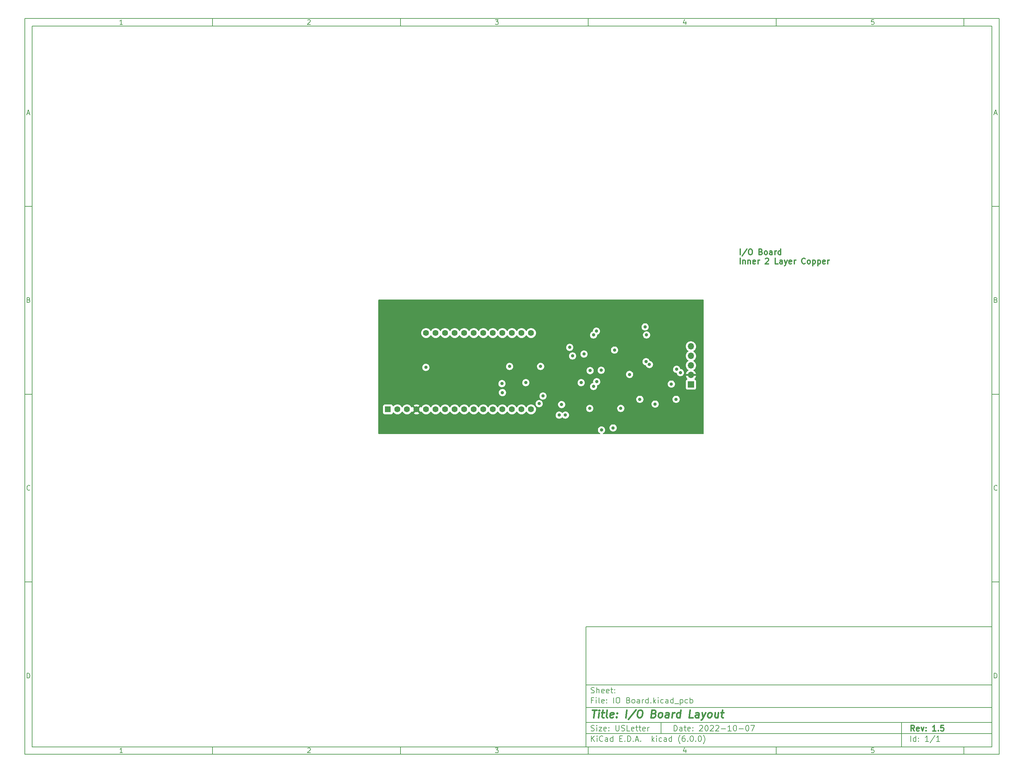
<source format=gbr>
G04 #@! TF.GenerationSoftware,KiCad,Pcbnew,(6.0.0)*
G04 #@! TF.CreationDate,2023-02-09T15:45:20-05:00*
G04 #@! TF.ProjectId,IO Board,494f2042-6f61-4726-942e-6b696361645f,1.5*
G04 #@! TF.SameCoordinates,Original*
G04 #@! TF.FileFunction,Copper,L3,Inr*
G04 #@! TF.FilePolarity,Positive*
%FSLAX46Y46*%
G04 Gerber Fmt 4.6, Leading zero omitted, Abs format (unit mm)*
G04 Created by KiCad (PCBNEW (6.0.0)) date 2023-02-09 15:45:20*
%MOMM*%
%LPD*%
G01*
G04 APERTURE LIST*
%ADD10C,0.100000*%
%ADD11C,0.150000*%
%ADD12C,0.300000*%
%ADD13C,0.400000*%
G04 #@! TA.AperFunction,NonConductor*
%ADD14C,0.300000*%
G04 #@! TD*
G04 #@! TA.AperFunction,ComponentPad*
%ADD15R,1.600000X1.600000*%
G04 #@! TD*
G04 #@! TA.AperFunction,ComponentPad*
%ADD16C,1.600000*%
G04 #@! TD*
G04 #@! TA.AperFunction,ComponentPad*
%ADD17R,1.700000X1.700000*%
G04 #@! TD*
G04 #@! TA.AperFunction,ComponentPad*
%ADD18O,1.700000X1.700000*%
G04 #@! TD*
G04 #@! TA.AperFunction,ViaPad*
%ADD19C,0.889000*%
G04 #@! TD*
G04 APERTURE END LIST*
D10*
D11*
X159400000Y-171900000D02*
X159400000Y-203900000D01*
X267400000Y-203900000D01*
X267400000Y-171900000D01*
X159400000Y-171900000D01*
D10*
D11*
X10000000Y-10000000D02*
X10000000Y-205900000D01*
X269400000Y-205900000D01*
X269400000Y-10000000D01*
X10000000Y-10000000D01*
D10*
D11*
X12000000Y-12000000D02*
X12000000Y-203900000D01*
X267400000Y-203900000D01*
X267400000Y-12000000D01*
X12000000Y-12000000D01*
D10*
D11*
X60000000Y-12000000D02*
X60000000Y-10000000D01*
D10*
D11*
X110000000Y-12000000D02*
X110000000Y-10000000D01*
D10*
D11*
X160000000Y-12000000D02*
X160000000Y-10000000D01*
D10*
D11*
X210000000Y-12000000D02*
X210000000Y-10000000D01*
D10*
D11*
X260000000Y-12000000D02*
X260000000Y-10000000D01*
D10*
D11*
X36065476Y-11588095D02*
X35322619Y-11588095D01*
X35694047Y-11588095D02*
X35694047Y-10288095D01*
X35570238Y-10473809D01*
X35446428Y-10597619D01*
X35322619Y-10659523D01*
D10*
D11*
X85322619Y-10411904D02*
X85384523Y-10350000D01*
X85508333Y-10288095D01*
X85817857Y-10288095D01*
X85941666Y-10350000D01*
X86003571Y-10411904D01*
X86065476Y-10535714D01*
X86065476Y-10659523D01*
X86003571Y-10845238D01*
X85260714Y-11588095D01*
X86065476Y-11588095D01*
D10*
D11*
X135260714Y-10288095D02*
X136065476Y-10288095D01*
X135632142Y-10783333D01*
X135817857Y-10783333D01*
X135941666Y-10845238D01*
X136003571Y-10907142D01*
X136065476Y-11030952D01*
X136065476Y-11340476D01*
X136003571Y-11464285D01*
X135941666Y-11526190D01*
X135817857Y-11588095D01*
X135446428Y-11588095D01*
X135322619Y-11526190D01*
X135260714Y-11464285D01*
D10*
D11*
X185941666Y-10721428D02*
X185941666Y-11588095D01*
X185632142Y-10226190D02*
X185322619Y-11154761D01*
X186127380Y-11154761D01*
D10*
D11*
X236003571Y-10288095D02*
X235384523Y-10288095D01*
X235322619Y-10907142D01*
X235384523Y-10845238D01*
X235508333Y-10783333D01*
X235817857Y-10783333D01*
X235941666Y-10845238D01*
X236003571Y-10907142D01*
X236065476Y-11030952D01*
X236065476Y-11340476D01*
X236003571Y-11464285D01*
X235941666Y-11526190D01*
X235817857Y-11588095D01*
X235508333Y-11588095D01*
X235384523Y-11526190D01*
X235322619Y-11464285D01*
D10*
D11*
X60000000Y-203900000D02*
X60000000Y-205900000D01*
D10*
D11*
X110000000Y-203900000D02*
X110000000Y-205900000D01*
D10*
D11*
X160000000Y-203900000D02*
X160000000Y-205900000D01*
D10*
D11*
X210000000Y-203900000D02*
X210000000Y-205900000D01*
D10*
D11*
X260000000Y-203900000D02*
X260000000Y-205900000D01*
D10*
D11*
X36065476Y-205488095D02*
X35322619Y-205488095D01*
X35694047Y-205488095D02*
X35694047Y-204188095D01*
X35570238Y-204373809D01*
X35446428Y-204497619D01*
X35322619Y-204559523D01*
D10*
D11*
X85322619Y-204311904D02*
X85384523Y-204250000D01*
X85508333Y-204188095D01*
X85817857Y-204188095D01*
X85941666Y-204250000D01*
X86003571Y-204311904D01*
X86065476Y-204435714D01*
X86065476Y-204559523D01*
X86003571Y-204745238D01*
X85260714Y-205488095D01*
X86065476Y-205488095D01*
D10*
D11*
X135260714Y-204188095D02*
X136065476Y-204188095D01*
X135632142Y-204683333D01*
X135817857Y-204683333D01*
X135941666Y-204745238D01*
X136003571Y-204807142D01*
X136065476Y-204930952D01*
X136065476Y-205240476D01*
X136003571Y-205364285D01*
X135941666Y-205426190D01*
X135817857Y-205488095D01*
X135446428Y-205488095D01*
X135322619Y-205426190D01*
X135260714Y-205364285D01*
D10*
D11*
X185941666Y-204621428D02*
X185941666Y-205488095D01*
X185632142Y-204126190D02*
X185322619Y-205054761D01*
X186127380Y-205054761D01*
D10*
D11*
X236003571Y-204188095D02*
X235384523Y-204188095D01*
X235322619Y-204807142D01*
X235384523Y-204745238D01*
X235508333Y-204683333D01*
X235817857Y-204683333D01*
X235941666Y-204745238D01*
X236003571Y-204807142D01*
X236065476Y-204930952D01*
X236065476Y-205240476D01*
X236003571Y-205364285D01*
X235941666Y-205426190D01*
X235817857Y-205488095D01*
X235508333Y-205488095D01*
X235384523Y-205426190D01*
X235322619Y-205364285D01*
D10*
D11*
X10000000Y-60000000D02*
X12000000Y-60000000D01*
D10*
D11*
X10000000Y-110000000D02*
X12000000Y-110000000D01*
D10*
D11*
X10000000Y-160000000D02*
X12000000Y-160000000D01*
D10*
D11*
X10690476Y-35216666D02*
X11309523Y-35216666D01*
X10566666Y-35588095D02*
X11000000Y-34288095D01*
X11433333Y-35588095D01*
D10*
D11*
X11092857Y-84907142D02*
X11278571Y-84969047D01*
X11340476Y-85030952D01*
X11402380Y-85154761D01*
X11402380Y-85340476D01*
X11340476Y-85464285D01*
X11278571Y-85526190D01*
X11154761Y-85588095D01*
X10659523Y-85588095D01*
X10659523Y-84288095D01*
X11092857Y-84288095D01*
X11216666Y-84350000D01*
X11278571Y-84411904D01*
X11340476Y-84535714D01*
X11340476Y-84659523D01*
X11278571Y-84783333D01*
X11216666Y-84845238D01*
X11092857Y-84907142D01*
X10659523Y-84907142D01*
D10*
D11*
X11402380Y-135464285D02*
X11340476Y-135526190D01*
X11154761Y-135588095D01*
X11030952Y-135588095D01*
X10845238Y-135526190D01*
X10721428Y-135402380D01*
X10659523Y-135278571D01*
X10597619Y-135030952D01*
X10597619Y-134845238D01*
X10659523Y-134597619D01*
X10721428Y-134473809D01*
X10845238Y-134350000D01*
X11030952Y-134288095D01*
X11154761Y-134288095D01*
X11340476Y-134350000D01*
X11402380Y-134411904D01*
D10*
D11*
X10659523Y-185588095D02*
X10659523Y-184288095D01*
X10969047Y-184288095D01*
X11154761Y-184350000D01*
X11278571Y-184473809D01*
X11340476Y-184597619D01*
X11402380Y-184845238D01*
X11402380Y-185030952D01*
X11340476Y-185278571D01*
X11278571Y-185402380D01*
X11154761Y-185526190D01*
X10969047Y-185588095D01*
X10659523Y-185588095D01*
D10*
D11*
X269400000Y-60000000D02*
X267400000Y-60000000D01*
D10*
D11*
X269400000Y-110000000D02*
X267400000Y-110000000D01*
D10*
D11*
X269400000Y-160000000D02*
X267400000Y-160000000D01*
D10*
D11*
X268090476Y-35216666D02*
X268709523Y-35216666D01*
X267966666Y-35588095D02*
X268400000Y-34288095D01*
X268833333Y-35588095D01*
D10*
D11*
X268492857Y-84907142D02*
X268678571Y-84969047D01*
X268740476Y-85030952D01*
X268802380Y-85154761D01*
X268802380Y-85340476D01*
X268740476Y-85464285D01*
X268678571Y-85526190D01*
X268554761Y-85588095D01*
X268059523Y-85588095D01*
X268059523Y-84288095D01*
X268492857Y-84288095D01*
X268616666Y-84350000D01*
X268678571Y-84411904D01*
X268740476Y-84535714D01*
X268740476Y-84659523D01*
X268678571Y-84783333D01*
X268616666Y-84845238D01*
X268492857Y-84907142D01*
X268059523Y-84907142D01*
D10*
D11*
X268802380Y-135464285D02*
X268740476Y-135526190D01*
X268554761Y-135588095D01*
X268430952Y-135588095D01*
X268245238Y-135526190D01*
X268121428Y-135402380D01*
X268059523Y-135278571D01*
X267997619Y-135030952D01*
X267997619Y-134845238D01*
X268059523Y-134597619D01*
X268121428Y-134473809D01*
X268245238Y-134350000D01*
X268430952Y-134288095D01*
X268554761Y-134288095D01*
X268740476Y-134350000D01*
X268802380Y-134411904D01*
D10*
D11*
X268059523Y-185588095D02*
X268059523Y-184288095D01*
X268369047Y-184288095D01*
X268554761Y-184350000D01*
X268678571Y-184473809D01*
X268740476Y-184597619D01*
X268802380Y-184845238D01*
X268802380Y-185030952D01*
X268740476Y-185278571D01*
X268678571Y-185402380D01*
X268554761Y-185526190D01*
X268369047Y-185588095D01*
X268059523Y-185588095D01*
D10*
D11*
X182832142Y-199678571D02*
X182832142Y-198178571D01*
X183189285Y-198178571D01*
X183403571Y-198250000D01*
X183546428Y-198392857D01*
X183617857Y-198535714D01*
X183689285Y-198821428D01*
X183689285Y-199035714D01*
X183617857Y-199321428D01*
X183546428Y-199464285D01*
X183403571Y-199607142D01*
X183189285Y-199678571D01*
X182832142Y-199678571D01*
X184975000Y-199678571D02*
X184975000Y-198892857D01*
X184903571Y-198750000D01*
X184760714Y-198678571D01*
X184475000Y-198678571D01*
X184332142Y-198750000D01*
X184975000Y-199607142D02*
X184832142Y-199678571D01*
X184475000Y-199678571D01*
X184332142Y-199607142D01*
X184260714Y-199464285D01*
X184260714Y-199321428D01*
X184332142Y-199178571D01*
X184475000Y-199107142D01*
X184832142Y-199107142D01*
X184975000Y-199035714D01*
X185475000Y-198678571D02*
X186046428Y-198678571D01*
X185689285Y-198178571D02*
X185689285Y-199464285D01*
X185760714Y-199607142D01*
X185903571Y-199678571D01*
X186046428Y-199678571D01*
X187117857Y-199607142D02*
X186975000Y-199678571D01*
X186689285Y-199678571D01*
X186546428Y-199607142D01*
X186475000Y-199464285D01*
X186475000Y-198892857D01*
X186546428Y-198750000D01*
X186689285Y-198678571D01*
X186975000Y-198678571D01*
X187117857Y-198750000D01*
X187189285Y-198892857D01*
X187189285Y-199035714D01*
X186475000Y-199178571D01*
X187832142Y-199535714D02*
X187903571Y-199607142D01*
X187832142Y-199678571D01*
X187760714Y-199607142D01*
X187832142Y-199535714D01*
X187832142Y-199678571D01*
X187832142Y-198750000D02*
X187903571Y-198821428D01*
X187832142Y-198892857D01*
X187760714Y-198821428D01*
X187832142Y-198750000D01*
X187832142Y-198892857D01*
X189617857Y-198321428D02*
X189689285Y-198250000D01*
X189832142Y-198178571D01*
X190189285Y-198178571D01*
X190332142Y-198250000D01*
X190403571Y-198321428D01*
X190475000Y-198464285D01*
X190475000Y-198607142D01*
X190403571Y-198821428D01*
X189546428Y-199678571D01*
X190475000Y-199678571D01*
X191403571Y-198178571D02*
X191546428Y-198178571D01*
X191689285Y-198250000D01*
X191760714Y-198321428D01*
X191832142Y-198464285D01*
X191903571Y-198750000D01*
X191903571Y-199107142D01*
X191832142Y-199392857D01*
X191760714Y-199535714D01*
X191689285Y-199607142D01*
X191546428Y-199678571D01*
X191403571Y-199678571D01*
X191260714Y-199607142D01*
X191189285Y-199535714D01*
X191117857Y-199392857D01*
X191046428Y-199107142D01*
X191046428Y-198750000D01*
X191117857Y-198464285D01*
X191189285Y-198321428D01*
X191260714Y-198250000D01*
X191403571Y-198178571D01*
X192475000Y-198321428D02*
X192546428Y-198250000D01*
X192689285Y-198178571D01*
X193046428Y-198178571D01*
X193189285Y-198250000D01*
X193260714Y-198321428D01*
X193332142Y-198464285D01*
X193332142Y-198607142D01*
X193260714Y-198821428D01*
X192403571Y-199678571D01*
X193332142Y-199678571D01*
X193903571Y-198321428D02*
X193975000Y-198250000D01*
X194117857Y-198178571D01*
X194475000Y-198178571D01*
X194617857Y-198250000D01*
X194689285Y-198321428D01*
X194760714Y-198464285D01*
X194760714Y-198607142D01*
X194689285Y-198821428D01*
X193832142Y-199678571D01*
X194760714Y-199678571D01*
X195403571Y-199107142D02*
X196546428Y-199107142D01*
X198046428Y-199678571D02*
X197189285Y-199678571D01*
X197617857Y-199678571D02*
X197617857Y-198178571D01*
X197475000Y-198392857D01*
X197332142Y-198535714D01*
X197189285Y-198607142D01*
X198975000Y-198178571D02*
X199117857Y-198178571D01*
X199260714Y-198250000D01*
X199332142Y-198321428D01*
X199403571Y-198464285D01*
X199475000Y-198750000D01*
X199475000Y-199107142D01*
X199403571Y-199392857D01*
X199332142Y-199535714D01*
X199260714Y-199607142D01*
X199117857Y-199678571D01*
X198975000Y-199678571D01*
X198832142Y-199607142D01*
X198760714Y-199535714D01*
X198689285Y-199392857D01*
X198617857Y-199107142D01*
X198617857Y-198750000D01*
X198689285Y-198464285D01*
X198760714Y-198321428D01*
X198832142Y-198250000D01*
X198975000Y-198178571D01*
X200117857Y-199107142D02*
X201260714Y-199107142D01*
X202260714Y-198178571D02*
X202403571Y-198178571D01*
X202546428Y-198250000D01*
X202617857Y-198321428D01*
X202689285Y-198464285D01*
X202760714Y-198750000D01*
X202760714Y-199107142D01*
X202689285Y-199392857D01*
X202617857Y-199535714D01*
X202546428Y-199607142D01*
X202403571Y-199678571D01*
X202260714Y-199678571D01*
X202117857Y-199607142D01*
X202046428Y-199535714D01*
X201975000Y-199392857D01*
X201903571Y-199107142D01*
X201903571Y-198750000D01*
X201975000Y-198464285D01*
X202046428Y-198321428D01*
X202117857Y-198250000D01*
X202260714Y-198178571D01*
X203260714Y-198178571D02*
X204260714Y-198178571D01*
X203617857Y-199678571D01*
D10*
D11*
X159400000Y-200400000D02*
X267400000Y-200400000D01*
D10*
D11*
X160832142Y-202478571D02*
X160832142Y-200978571D01*
X161689285Y-202478571D02*
X161046428Y-201621428D01*
X161689285Y-200978571D02*
X160832142Y-201835714D01*
X162332142Y-202478571D02*
X162332142Y-201478571D01*
X162332142Y-200978571D02*
X162260714Y-201050000D01*
X162332142Y-201121428D01*
X162403571Y-201050000D01*
X162332142Y-200978571D01*
X162332142Y-201121428D01*
X163903571Y-202335714D02*
X163832142Y-202407142D01*
X163617857Y-202478571D01*
X163475000Y-202478571D01*
X163260714Y-202407142D01*
X163117857Y-202264285D01*
X163046428Y-202121428D01*
X162975000Y-201835714D01*
X162975000Y-201621428D01*
X163046428Y-201335714D01*
X163117857Y-201192857D01*
X163260714Y-201050000D01*
X163475000Y-200978571D01*
X163617857Y-200978571D01*
X163832142Y-201050000D01*
X163903571Y-201121428D01*
X165189285Y-202478571D02*
X165189285Y-201692857D01*
X165117857Y-201550000D01*
X164975000Y-201478571D01*
X164689285Y-201478571D01*
X164546428Y-201550000D01*
X165189285Y-202407142D02*
X165046428Y-202478571D01*
X164689285Y-202478571D01*
X164546428Y-202407142D01*
X164475000Y-202264285D01*
X164475000Y-202121428D01*
X164546428Y-201978571D01*
X164689285Y-201907142D01*
X165046428Y-201907142D01*
X165189285Y-201835714D01*
X166546428Y-202478571D02*
X166546428Y-200978571D01*
X166546428Y-202407142D02*
X166403571Y-202478571D01*
X166117857Y-202478571D01*
X165975000Y-202407142D01*
X165903571Y-202335714D01*
X165832142Y-202192857D01*
X165832142Y-201764285D01*
X165903571Y-201621428D01*
X165975000Y-201550000D01*
X166117857Y-201478571D01*
X166403571Y-201478571D01*
X166546428Y-201550000D01*
X168403571Y-201692857D02*
X168903571Y-201692857D01*
X169117857Y-202478571D02*
X168403571Y-202478571D01*
X168403571Y-200978571D01*
X169117857Y-200978571D01*
X169760714Y-202335714D02*
X169832142Y-202407142D01*
X169760714Y-202478571D01*
X169689285Y-202407142D01*
X169760714Y-202335714D01*
X169760714Y-202478571D01*
X170475000Y-202478571D02*
X170475000Y-200978571D01*
X170832142Y-200978571D01*
X171046428Y-201050000D01*
X171189285Y-201192857D01*
X171260714Y-201335714D01*
X171332142Y-201621428D01*
X171332142Y-201835714D01*
X171260714Y-202121428D01*
X171189285Y-202264285D01*
X171046428Y-202407142D01*
X170832142Y-202478571D01*
X170475000Y-202478571D01*
X171975000Y-202335714D02*
X172046428Y-202407142D01*
X171975000Y-202478571D01*
X171903571Y-202407142D01*
X171975000Y-202335714D01*
X171975000Y-202478571D01*
X172617857Y-202050000D02*
X173332142Y-202050000D01*
X172475000Y-202478571D02*
X172975000Y-200978571D01*
X173475000Y-202478571D01*
X173975000Y-202335714D02*
X174046428Y-202407142D01*
X173975000Y-202478571D01*
X173903571Y-202407142D01*
X173975000Y-202335714D01*
X173975000Y-202478571D01*
X176975000Y-202478571D02*
X176975000Y-200978571D01*
X177117857Y-201907142D02*
X177546428Y-202478571D01*
X177546428Y-201478571D02*
X176975000Y-202050000D01*
X178189285Y-202478571D02*
X178189285Y-201478571D01*
X178189285Y-200978571D02*
X178117857Y-201050000D01*
X178189285Y-201121428D01*
X178260714Y-201050000D01*
X178189285Y-200978571D01*
X178189285Y-201121428D01*
X179546428Y-202407142D02*
X179403571Y-202478571D01*
X179117857Y-202478571D01*
X178975000Y-202407142D01*
X178903571Y-202335714D01*
X178832142Y-202192857D01*
X178832142Y-201764285D01*
X178903571Y-201621428D01*
X178975000Y-201550000D01*
X179117857Y-201478571D01*
X179403571Y-201478571D01*
X179546428Y-201550000D01*
X180832142Y-202478571D02*
X180832142Y-201692857D01*
X180760714Y-201550000D01*
X180617857Y-201478571D01*
X180332142Y-201478571D01*
X180189285Y-201550000D01*
X180832142Y-202407142D02*
X180689285Y-202478571D01*
X180332142Y-202478571D01*
X180189285Y-202407142D01*
X180117857Y-202264285D01*
X180117857Y-202121428D01*
X180189285Y-201978571D01*
X180332142Y-201907142D01*
X180689285Y-201907142D01*
X180832142Y-201835714D01*
X182189285Y-202478571D02*
X182189285Y-200978571D01*
X182189285Y-202407142D02*
X182046428Y-202478571D01*
X181760714Y-202478571D01*
X181617857Y-202407142D01*
X181546428Y-202335714D01*
X181475000Y-202192857D01*
X181475000Y-201764285D01*
X181546428Y-201621428D01*
X181617857Y-201550000D01*
X181760714Y-201478571D01*
X182046428Y-201478571D01*
X182189285Y-201550000D01*
X184475000Y-203050000D02*
X184403571Y-202978571D01*
X184260714Y-202764285D01*
X184189285Y-202621428D01*
X184117857Y-202407142D01*
X184046428Y-202050000D01*
X184046428Y-201764285D01*
X184117857Y-201407142D01*
X184189285Y-201192857D01*
X184260714Y-201050000D01*
X184403571Y-200835714D01*
X184475000Y-200764285D01*
X185689285Y-200978571D02*
X185403571Y-200978571D01*
X185260714Y-201050000D01*
X185189285Y-201121428D01*
X185046428Y-201335714D01*
X184975000Y-201621428D01*
X184975000Y-202192857D01*
X185046428Y-202335714D01*
X185117857Y-202407142D01*
X185260714Y-202478571D01*
X185546428Y-202478571D01*
X185689285Y-202407142D01*
X185760714Y-202335714D01*
X185832142Y-202192857D01*
X185832142Y-201835714D01*
X185760714Y-201692857D01*
X185689285Y-201621428D01*
X185546428Y-201550000D01*
X185260714Y-201550000D01*
X185117857Y-201621428D01*
X185046428Y-201692857D01*
X184975000Y-201835714D01*
X186475000Y-202335714D02*
X186546428Y-202407142D01*
X186475000Y-202478571D01*
X186403571Y-202407142D01*
X186475000Y-202335714D01*
X186475000Y-202478571D01*
X187475000Y-200978571D02*
X187617857Y-200978571D01*
X187760714Y-201050000D01*
X187832142Y-201121428D01*
X187903571Y-201264285D01*
X187975000Y-201550000D01*
X187975000Y-201907142D01*
X187903571Y-202192857D01*
X187832142Y-202335714D01*
X187760714Y-202407142D01*
X187617857Y-202478571D01*
X187475000Y-202478571D01*
X187332142Y-202407142D01*
X187260714Y-202335714D01*
X187189285Y-202192857D01*
X187117857Y-201907142D01*
X187117857Y-201550000D01*
X187189285Y-201264285D01*
X187260714Y-201121428D01*
X187332142Y-201050000D01*
X187475000Y-200978571D01*
X188617857Y-202335714D02*
X188689285Y-202407142D01*
X188617857Y-202478571D01*
X188546428Y-202407142D01*
X188617857Y-202335714D01*
X188617857Y-202478571D01*
X189617857Y-200978571D02*
X189760714Y-200978571D01*
X189903571Y-201050000D01*
X189975000Y-201121428D01*
X190046428Y-201264285D01*
X190117857Y-201550000D01*
X190117857Y-201907142D01*
X190046428Y-202192857D01*
X189975000Y-202335714D01*
X189903571Y-202407142D01*
X189760714Y-202478571D01*
X189617857Y-202478571D01*
X189475000Y-202407142D01*
X189403571Y-202335714D01*
X189332142Y-202192857D01*
X189260714Y-201907142D01*
X189260714Y-201550000D01*
X189332142Y-201264285D01*
X189403571Y-201121428D01*
X189475000Y-201050000D01*
X189617857Y-200978571D01*
X190617857Y-203050000D02*
X190689285Y-202978571D01*
X190832142Y-202764285D01*
X190903571Y-202621428D01*
X190975000Y-202407142D01*
X191046428Y-202050000D01*
X191046428Y-201764285D01*
X190975000Y-201407142D01*
X190903571Y-201192857D01*
X190832142Y-201050000D01*
X190689285Y-200835714D01*
X190617857Y-200764285D01*
D10*
D11*
X159400000Y-197400000D02*
X267400000Y-197400000D01*
D10*
D12*
X246809285Y-199678571D02*
X246309285Y-198964285D01*
X245952142Y-199678571D02*
X245952142Y-198178571D01*
X246523571Y-198178571D01*
X246666428Y-198250000D01*
X246737857Y-198321428D01*
X246809285Y-198464285D01*
X246809285Y-198678571D01*
X246737857Y-198821428D01*
X246666428Y-198892857D01*
X246523571Y-198964285D01*
X245952142Y-198964285D01*
X248023571Y-199607142D02*
X247880714Y-199678571D01*
X247595000Y-199678571D01*
X247452142Y-199607142D01*
X247380714Y-199464285D01*
X247380714Y-198892857D01*
X247452142Y-198750000D01*
X247595000Y-198678571D01*
X247880714Y-198678571D01*
X248023571Y-198750000D01*
X248095000Y-198892857D01*
X248095000Y-199035714D01*
X247380714Y-199178571D01*
X248595000Y-198678571D02*
X248952142Y-199678571D01*
X249309285Y-198678571D01*
X249880714Y-199535714D02*
X249952142Y-199607142D01*
X249880714Y-199678571D01*
X249809285Y-199607142D01*
X249880714Y-199535714D01*
X249880714Y-199678571D01*
X249880714Y-198750000D02*
X249952142Y-198821428D01*
X249880714Y-198892857D01*
X249809285Y-198821428D01*
X249880714Y-198750000D01*
X249880714Y-198892857D01*
X252523571Y-199678571D02*
X251666428Y-199678571D01*
X252095000Y-199678571D02*
X252095000Y-198178571D01*
X251952142Y-198392857D01*
X251809285Y-198535714D01*
X251666428Y-198607142D01*
X253166428Y-199535714D02*
X253237857Y-199607142D01*
X253166428Y-199678571D01*
X253095000Y-199607142D01*
X253166428Y-199535714D01*
X253166428Y-199678571D01*
X254595000Y-198178571D02*
X253880714Y-198178571D01*
X253809285Y-198892857D01*
X253880714Y-198821428D01*
X254023571Y-198750000D01*
X254380714Y-198750000D01*
X254523571Y-198821428D01*
X254595000Y-198892857D01*
X254666428Y-199035714D01*
X254666428Y-199392857D01*
X254595000Y-199535714D01*
X254523571Y-199607142D01*
X254380714Y-199678571D01*
X254023571Y-199678571D01*
X253880714Y-199607142D01*
X253809285Y-199535714D01*
D10*
D11*
X160760714Y-199607142D02*
X160975000Y-199678571D01*
X161332142Y-199678571D01*
X161475000Y-199607142D01*
X161546428Y-199535714D01*
X161617857Y-199392857D01*
X161617857Y-199250000D01*
X161546428Y-199107142D01*
X161475000Y-199035714D01*
X161332142Y-198964285D01*
X161046428Y-198892857D01*
X160903571Y-198821428D01*
X160832142Y-198750000D01*
X160760714Y-198607142D01*
X160760714Y-198464285D01*
X160832142Y-198321428D01*
X160903571Y-198250000D01*
X161046428Y-198178571D01*
X161403571Y-198178571D01*
X161617857Y-198250000D01*
X162260714Y-199678571D02*
X162260714Y-198678571D01*
X162260714Y-198178571D02*
X162189285Y-198250000D01*
X162260714Y-198321428D01*
X162332142Y-198250000D01*
X162260714Y-198178571D01*
X162260714Y-198321428D01*
X162832142Y-198678571D02*
X163617857Y-198678571D01*
X162832142Y-199678571D01*
X163617857Y-199678571D01*
X164760714Y-199607142D02*
X164617857Y-199678571D01*
X164332142Y-199678571D01*
X164189285Y-199607142D01*
X164117857Y-199464285D01*
X164117857Y-198892857D01*
X164189285Y-198750000D01*
X164332142Y-198678571D01*
X164617857Y-198678571D01*
X164760714Y-198750000D01*
X164832142Y-198892857D01*
X164832142Y-199035714D01*
X164117857Y-199178571D01*
X165475000Y-199535714D02*
X165546428Y-199607142D01*
X165475000Y-199678571D01*
X165403571Y-199607142D01*
X165475000Y-199535714D01*
X165475000Y-199678571D01*
X165475000Y-198750000D02*
X165546428Y-198821428D01*
X165475000Y-198892857D01*
X165403571Y-198821428D01*
X165475000Y-198750000D01*
X165475000Y-198892857D01*
X167332142Y-198178571D02*
X167332142Y-199392857D01*
X167403571Y-199535714D01*
X167475000Y-199607142D01*
X167617857Y-199678571D01*
X167903571Y-199678571D01*
X168046428Y-199607142D01*
X168117857Y-199535714D01*
X168189285Y-199392857D01*
X168189285Y-198178571D01*
X168832142Y-199607142D02*
X169046428Y-199678571D01*
X169403571Y-199678571D01*
X169546428Y-199607142D01*
X169617857Y-199535714D01*
X169689285Y-199392857D01*
X169689285Y-199250000D01*
X169617857Y-199107142D01*
X169546428Y-199035714D01*
X169403571Y-198964285D01*
X169117857Y-198892857D01*
X168975000Y-198821428D01*
X168903571Y-198750000D01*
X168832142Y-198607142D01*
X168832142Y-198464285D01*
X168903571Y-198321428D01*
X168975000Y-198250000D01*
X169117857Y-198178571D01*
X169475000Y-198178571D01*
X169689285Y-198250000D01*
X171046428Y-199678571D02*
X170332142Y-199678571D01*
X170332142Y-198178571D01*
X172117857Y-199607142D02*
X171975000Y-199678571D01*
X171689285Y-199678571D01*
X171546428Y-199607142D01*
X171475000Y-199464285D01*
X171475000Y-198892857D01*
X171546428Y-198750000D01*
X171689285Y-198678571D01*
X171975000Y-198678571D01*
X172117857Y-198750000D01*
X172189285Y-198892857D01*
X172189285Y-199035714D01*
X171475000Y-199178571D01*
X172617857Y-198678571D02*
X173189285Y-198678571D01*
X172832142Y-198178571D02*
X172832142Y-199464285D01*
X172903571Y-199607142D01*
X173046428Y-199678571D01*
X173189285Y-199678571D01*
X173475000Y-198678571D02*
X174046428Y-198678571D01*
X173689285Y-198178571D02*
X173689285Y-199464285D01*
X173760714Y-199607142D01*
X173903571Y-199678571D01*
X174046428Y-199678571D01*
X175117857Y-199607142D02*
X174975000Y-199678571D01*
X174689285Y-199678571D01*
X174546428Y-199607142D01*
X174475000Y-199464285D01*
X174475000Y-198892857D01*
X174546428Y-198750000D01*
X174689285Y-198678571D01*
X174975000Y-198678571D01*
X175117857Y-198750000D01*
X175189285Y-198892857D01*
X175189285Y-199035714D01*
X174475000Y-199178571D01*
X175832142Y-199678571D02*
X175832142Y-198678571D01*
X175832142Y-198964285D02*
X175903571Y-198821428D01*
X175975000Y-198750000D01*
X176117857Y-198678571D01*
X176260714Y-198678571D01*
D10*
D11*
X245832142Y-202478571D02*
X245832142Y-200978571D01*
X247189285Y-202478571D02*
X247189285Y-200978571D01*
X247189285Y-202407142D02*
X247046428Y-202478571D01*
X246760714Y-202478571D01*
X246617857Y-202407142D01*
X246546428Y-202335714D01*
X246475000Y-202192857D01*
X246475000Y-201764285D01*
X246546428Y-201621428D01*
X246617857Y-201550000D01*
X246760714Y-201478571D01*
X247046428Y-201478571D01*
X247189285Y-201550000D01*
X247903571Y-202335714D02*
X247975000Y-202407142D01*
X247903571Y-202478571D01*
X247832142Y-202407142D01*
X247903571Y-202335714D01*
X247903571Y-202478571D01*
X247903571Y-201550000D02*
X247975000Y-201621428D01*
X247903571Y-201692857D01*
X247832142Y-201621428D01*
X247903571Y-201550000D01*
X247903571Y-201692857D01*
X250546428Y-202478571D02*
X249689285Y-202478571D01*
X250117857Y-202478571D02*
X250117857Y-200978571D01*
X249975000Y-201192857D01*
X249832142Y-201335714D01*
X249689285Y-201407142D01*
X252260714Y-200907142D02*
X250975000Y-202835714D01*
X253546428Y-202478571D02*
X252689285Y-202478571D01*
X253117857Y-202478571D02*
X253117857Y-200978571D01*
X252975000Y-201192857D01*
X252832142Y-201335714D01*
X252689285Y-201407142D01*
D10*
D11*
X159400000Y-193400000D02*
X267400000Y-193400000D01*
D10*
D13*
X161112380Y-194104761D02*
X162255238Y-194104761D01*
X161433809Y-196104761D02*
X161683809Y-194104761D01*
X162671904Y-196104761D02*
X162838571Y-194771428D01*
X162921904Y-194104761D02*
X162814761Y-194200000D01*
X162898095Y-194295238D01*
X163005238Y-194200000D01*
X162921904Y-194104761D01*
X162898095Y-194295238D01*
X163505238Y-194771428D02*
X164267142Y-194771428D01*
X163874285Y-194104761D02*
X163660000Y-195819047D01*
X163731428Y-196009523D01*
X163910000Y-196104761D01*
X164100476Y-196104761D01*
X165052857Y-196104761D02*
X164874285Y-196009523D01*
X164802857Y-195819047D01*
X165017142Y-194104761D01*
X166588571Y-196009523D02*
X166386190Y-196104761D01*
X166005238Y-196104761D01*
X165826666Y-196009523D01*
X165755238Y-195819047D01*
X165850476Y-195057142D01*
X165969523Y-194866666D01*
X166171904Y-194771428D01*
X166552857Y-194771428D01*
X166731428Y-194866666D01*
X166802857Y-195057142D01*
X166779047Y-195247619D01*
X165802857Y-195438095D01*
X167552857Y-195914285D02*
X167636190Y-196009523D01*
X167529047Y-196104761D01*
X167445714Y-196009523D01*
X167552857Y-195914285D01*
X167529047Y-196104761D01*
X167683809Y-194866666D02*
X167767142Y-194961904D01*
X167660000Y-195057142D01*
X167576666Y-194961904D01*
X167683809Y-194866666D01*
X167660000Y-195057142D01*
X170005238Y-196104761D02*
X170255238Y-194104761D01*
X172648095Y-194009523D02*
X170612380Y-196580952D01*
X173683809Y-194104761D02*
X174064761Y-194104761D01*
X174243333Y-194200000D01*
X174410000Y-194390476D01*
X174457619Y-194771428D01*
X174374285Y-195438095D01*
X174231428Y-195819047D01*
X174017142Y-196009523D01*
X173814761Y-196104761D01*
X173433809Y-196104761D01*
X173255238Y-196009523D01*
X173088571Y-195819047D01*
X173040952Y-195438095D01*
X173124285Y-194771428D01*
X173267142Y-194390476D01*
X173481428Y-194200000D01*
X173683809Y-194104761D01*
X177469523Y-195057142D02*
X177743333Y-195152380D01*
X177826666Y-195247619D01*
X177898095Y-195438095D01*
X177862380Y-195723809D01*
X177743333Y-195914285D01*
X177636190Y-196009523D01*
X177433809Y-196104761D01*
X176671904Y-196104761D01*
X176921904Y-194104761D01*
X177588571Y-194104761D01*
X177767142Y-194200000D01*
X177850476Y-194295238D01*
X177921904Y-194485714D01*
X177898095Y-194676190D01*
X177779047Y-194866666D01*
X177671904Y-194961904D01*
X177469523Y-195057142D01*
X176802857Y-195057142D01*
X178957619Y-196104761D02*
X178779047Y-196009523D01*
X178695714Y-195914285D01*
X178624285Y-195723809D01*
X178695714Y-195152380D01*
X178814761Y-194961904D01*
X178921904Y-194866666D01*
X179124285Y-194771428D01*
X179410000Y-194771428D01*
X179588571Y-194866666D01*
X179671904Y-194961904D01*
X179743333Y-195152380D01*
X179671904Y-195723809D01*
X179552857Y-195914285D01*
X179445714Y-196009523D01*
X179243333Y-196104761D01*
X178957619Y-196104761D01*
X181338571Y-196104761D02*
X181469523Y-195057142D01*
X181398095Y-194866666D01*
X181219523Y-194771428D01*
X180838571Y-194771428D01*
X180636190Y-194866666D01*
X181350476Y-196009523D02*
X181148095Y-196104761D01*
X180671904Y-196104761D01*
X180493333Y-196009523D01*
X180421904Y-195819047D01*
X180445714Y-195628571D01*
X180564761Y-195438095D01*
X180767142Y-195342857D01*
X181243333Y-195342857D01*
X181445714Y-195247619D01*
X182290952Y-196104761D02*
X182457619Y-194771428D01*
X182410000Y-195152380D02*
X182529047Y-194961904D01*
X182636190Y-194866666D01*
X182838571Y-194771428D01*
X183029047Y-194771428D01*
X184386190Y-196104761D02*
X184636190Y-194104761D01*
X184398095Y-196009523D02*
X184195714Y-196104761D01*
X183814761Y-196104761D01*
X183636190Y-196009523D01*
X183552857Y-195914285D01*
X183481428Y-195723809D01*
X183552857Y-195152380D01*
X183671904Y-194961904D01*
X183779047Y-194866666D01*
X183981428Y-194771428D01*
X184362380Y-194771428D01*
X184540952Y-194866666D01*
X187814761Y-196104761D02*
X186862380Y-196104761D01*
X187112380Y-194104761D01*
X189338571Y-196104761D02*
X189469523Y-195057142D01*
X189398095Y-194866666D01*
X189219523Y-194771428D01*
X188838571Y-194771428D01*
X188636190Y-194866666D01*
X189350476Y-196009523D02*
X189148095Y-196104761D01*
X188671904Y-196104761D01*
X188493333Y-196009523D01*
X188421904Y-195819047D01*
X188445714Y-195628571D01*
X188564761Y-195438095D01*
X188767142Y-195342857D01*
X189243333Y-195342857D01*
X189445714Y-195247619D01*
X190267142Y-194771428D02*
X190576666Y-196104761D01*
X191219523Y-194771428D02*
X190576666Y-196104761D01*
X190326666Y-196580952D01*
X190219523Y-196676190D01*
X190017142Y-196771428D01*
X192100476Y-196104761D02*
X191921904Y-196009523D01*
X191838571Y-195914285D01*
X191767142Y-195723809D01*
X191838571Y-195152380D01*
X191957619Y-194961904D01*
X192064761Y-194866666D01*
X192267142Y-194771428D01*
X192552857Y-194771428D01*
X192731428Y-194866666D01*
X192814761Y-194961904D01*
X192886190Y-195152380D01*
X192814761Y-195723809D01*
X192695714Y-195914285D01*
X192588571Y-196009523D01*
X192386190Y-196104761D01*
X192100476Y-196104761D01*
X194648095Y-194771428D02*
X194481428Y-196104761D01*
X193790952Y-194771428D02*
X193660000Y-195819047D01*
X193731428Y-196009523D01*
X193910000Y-196104761D01*
X194195714Y-196104761D01*
X194398095Y-196009523D01*
X194505238Y-195914285D01*
X195314761Y-194771428D02*
X196076666Y-194771428D01*
X195683809Y-194104761D02*
X195469523Y-195819047D01*
X195540952Y-196009523D01*
X195719523Y-196104761D01*
X195910000Y-196104761D01*
D10*
D11*
X161332142Y-191492857D02*
X160832142Y-191492857D01*
X160832142Y-192278571D02*
X160832142Y-190778571D01*
X161546428Y-190778571D01*
X162117857Y-192278571D02*
X162117857Y-191278571D01*
X162117857Y-190778571D02*
X162046428Y-190850000D01*
X162117857Y-190921428D01*
X162189285Y-190850000D01*
X162117857Y-190778571D01*
X162117857Y-190921428D01*
X163046428Y-192278571D02*
X162903571Y-192207142D01*
X162832142Y-192064285D01*
X162832142Y-190778571D01*
X164189285Y-192207142D02*
X164046428Y-192278571D01*
X163760714Y-192278571D01*
X163617857Y-192207142D01*
X163546428Y-192064285D01*
X163546428Y-191492857D01*
X163617857Y-191350000D01*
X163760714Y-191278571D01*
X164046428Y-191278571D01*
X164189285Y-191350000D01*
X164260714Y-191492857D01*
X164260714Y-191635714D01*
X163546428Y-191778571D01*
X164903571Y-192135714D02*
X164975000Y-192207142D01*
X164903571Y-192278571D01*
X164832142Y-192207142D01*
X164903571Y-192135714D01*
X164903571Y-192278571D01*
X164903571Y-191350000D02*
X164975000Y-191421428D01*
X164903571Y-191492857D01*
X164832142Y-191421428D01*
X164903571Y-191350000D01*
X164903571Y-191492857D01*
X166760714Y-192278571D02*
X166760714Y-190778571D01*
X167760714Y-190778571D02*
X168046428Y-190778571D01*
X168189285Y-190850000D01*
X168332142Y-190992857D01*
X168403571Y-191278571D01*
X168403571Y-191778571D01*
X168332142Y-192064285D01*
X168189285Y-192207142D01*
X168046428Y-192278571D01*
X167760714Y-192278571D01*
X167617857Y-192207142D01*
X167475000Y-192064285D01*
X167403571Y-191778571D01*
X167403571Y-191278571D01*
X167475000Y-190992857D01*
X167617857Y-190850000D01*
X167760714Y-190778571D01*
X170689285Y-191492857D02*
X170903571Y-191564285D01*
X170975000Y-191635714D01*
X171046428Y-191778571D01*
X171046428Y-191992857D01*
X170975000Y-192135714D01*
X170903571Y-192207142D01*
X170760714Y-192278571D01*
X170189285Y-192278571D01*
X170189285Y-190778571D01*
X170689285Y-190778571D01*
X170832142Y-190850000D01*
X170903571Y-190921428D01*
X170975000Y-191064285D01*
X170975000Y-191207142D01*
X170903571Y-191350000D01*
X170832142Y-191421428D01*
X170689285Y-191492857D01*
X170189285Y-191492857D01*
X171903571Y-192278571D02*
X171760714Y-192207142D01*
X171689285Y-192135714D01*
X171617857Y-191992857D01*
X171617857Y-191564285D01*
X171689285Y-191421428D01*
X171760714Y-191350000D01*
X171903571Y-191278571D01*
X172117857Y-191278571D01*
X172260714Y-191350000D01*
X172332142Y-191421428D01*
X172403571Y-191564285D01*
X172403571Y-191992857D01*
X172332142Y-192135714D01*
X172260714Y-192207142D01*
X172117857Y-192278571D01*
X171903571Y-192278571D01*
X173689285Y-192278571D02*
X173689285Y-191492857D01*
X173617857Y-191350000D01*
X173475000Y-191278571D01*
X173189285Y-191278571D01*
X173046428Y-191350000D01*
X173689285Y-192207142D02*
X173546428Y-192278571D01*
X173189285Y-192278571D01*
X173046428Y-192207142D01*
X172975000Y-192064285D01*
X172975000Y-191921428D01*
X173046428Y-191778571D01*
X173189285Y-191707142D01*
X173546428Y-191707142D01*
X173689285Y-191635714D01*
X174403571Y-192278571D02*
X174403571Y-191278571D01*
X174403571Y-191564285D02*
X174475000Y-191421428D01*
X174546428Y-191350000D01*
X174689285Y-191278571D01*
X174832142Y-191278571D01*
X175975000Y-192278571D02*
X175975000Y-190778571D01*
X175975000Y-192207142D02*
X175832142Y-192278571D01*
X175546428Y-192278571D01*
X175403571Y-192207142D01*
X175332142Y-192135714D01*
X175260714Y-191992857D01*
X175260714Y-191564285D01*
X175332142Y-191421428D01*
X175403571Y-191350000D01*
X175546428Y-191278571D01*
X175832142Y-191278571D01*
X175975000Y-191350000D01*
X176689285Y-192135714D02*
X176760714Y-192207142D01*
X176689285Y-192278571D01*
X176617857Y-192207142D01*
X176689285Y-192135714D01*
X176689285Y-192278571D01*
X177403571Y-192278571D02*
X177403571Y-190778571D01*
X177546428Y-191707142D02*
X177975000Y-192278571D01*
X177975000Y-191278571D02*
X177403571Y-191850000D01*
X178617857Y-192278571D02*
X178617857Y-191278571D01*
X178617857Y-190778571D02*
X178546428Y-190850000D01*
X178617857Y-190921428D01*
X178689285Y-190850000D01*
X178617857Y-190778571D01*
X178617857Y-190921428D01*
X179975000Y-192207142D02*
X179832142Y-192278571D01*
X179546428Y-192278571D01*
X179403571Y-192207142D01*
X179332142Y-192135714D01*
X179260714Y-191992857D01*
X179260714Y-191564285D01*
X179332142Y-191421428D01*
X179403571Y-191350000D01*
X179546428Y-191278571D01*
X179832142Y-191278571D01*
X179975000Y-191350000D01*
X181260714Y-192278571D02*
X181260714Y-191492857D01*
X181189285Y-191350000D01*
X181046428Y-191278571D01*
X180760714Y-191278571D01*
X180617857Y-191350000D01*
X181260714Y-192207142D02*
X181117857Y-192278571D01*
X180760714Y-192278571D01*
X180617857Y-192207142D01*
X180546428Y-192064285D01*
X180546428Y-191921428D01*
X180617857Y-191778571D01*
X180760714Y-191707142D01*
X181117857Y-191707142D01*
X181260714Y-191635714D01*
X182617857Y-192278571D02*
X182617857Y-190778571D01*
X182617857Y-192207142D02*
X182475000Y-192278571D01*
X182189285Y-192278571D01*
X182046428Y-192207142D01*
X181975000Y-192135714D01*
X181903571Y-191992857D01*
X181903571Y-191564285D01*
X181975000Y-191421428D01*
X182046428Y-191350000D01*
X182189285Y-191278571D01*
X182475000Y-191278571D01*
X182617857Y-191350000D01*
X182975000Y-192421428D02*
X184117857Y-192421428D01*
X184475000Y-191278571D02*
X184475000Y-192778571D01*
X184475000Y-191350000D02*
X184617857Y-191278571D01*
X184903571Y-191278571D01*
X185046428Y-191350000D01*
X185117857Y-191421428D01*
X185189285Y-191564285D01*
X185189285Y-191992857D01*
X185117857Y-192135714D01*
X185046428Y-192207142D01*
X184903571Y-192278571D01*
X184617857Y-192278571D01*
X184475000Y-192207142D01*
X186475000Y-192207142D02*
X186332142Y-192278571D01*
X186046428Y-192278571D01*
X185903571Y-192207142D01*
X185832142Y-192135714D01*
X185760714Y-191992857D01*
X185760714Y-191564285D01*
X185832142Y-191421428D01*
X185903571Y-191350000D01*
X186046428Y-191278571D01*
X186332142Y-191278571D01*
X186475000Y-191350000D01*
X187117857Y-192278571D02*
X187117857Y-190778571D01*
X187117857Y-191350000D02*
X187260714Y-191278571D01*
X187546428Y-191278571D01*
X187689285Y-191350000D01*
X187760714Y-191421428D01*
X187832142Y-191564285D01*
X187832142Y-191992857D01*
X187760714Y-192135714D01*
X187689285Y-192207142D01*
X187546428Y-192278571D01*
X187260714Y-192278571D01*
X187117857Y-192207142D01*
D10*
D11*
X159400000Y-187400000D02*
X267400000Y-187400000D01*
D10*
D11*
X160760714Y-189507142D02*
X160975000Y-189578571D01*
X161332142Y-189578571D01*
X161475000Y-189507142D01*
X161546428Y-189435714D01*
X161617857Y-189292857D01*
X161617857Y-189150000D01*
X161546428Y-189007142D01*
X161475000Y-188935714D01*
X161332142Y-188864285D01*
X161046428Y-188792857D01*
X160903571Y-188721428D01*
X160832142Y-188650000D01*
X160760714Y-188507142D01*
X160760714Y-188364285D01*
X160832142Y-188221428D01*
X160903571Y-188150000D01*
X161046428Y-188078571D01*
X161403571Y-188078571D01*
X161617857Y-188150000D01*
X162260714Y-189578571D02*
X162260714Y-188078571D01*
X162903571Y-189578571D02*
X162903571Y-188792857D01*
X162832142Y-188650000D01*
X162689285Y-188578571D01*
X162475000Y-188578571D01*
X162332142Y-188650000D01*
X162260714Y-188721428D01*
X164189285Y-189507142D02*
X164046428Y-189578571D01*
X163760714Y-189578571D01*
X163617857Y-189507142D01*
X163546428Y-189364285D01*
X163546428Y-188792857D01*
X163617857Y-188650000D01*
X163760714Y-188578571D01*
X164046428Y-188578571D01*
X164189285Y-188650000D01*
X164260714Y-188792857D01*
X164260714Y-188935714D01*
X163546428Y-189078571D01*
X165475000Y-189507142D02*
X165332142Y-189578571D01*
X165046428Y-189578571D01*
X164903571Y-189507142D01*
X164832142Y-189364285D01*
X164832142Y-188792857D01*
X164903571Y-188650000D01*
X165046428Y-188578571D01*
X165332142Y-188578571D01*
X165475000Y-188650000D01*
X165546428Y-188792857D01*
X165546428Y-188935714D01*
X164832142Y-189078571D01*
X165975000Y-188578571D02*
X166546428Y-188578571D01*
X166189285Y-188078571D02*
X166189285Y-189364285D01*
X166260714Y-189507142D01*
X166403571Y-189578571D01*
X166546428Y-189578571D01*
X167046428Y-189435714D02*
X167117857Y-189507142D01*
X167046428Y-189578571D01*
X166975000Y-189507142D01*
X167046428Y-189435714D01*
X167046428Y-189578571D01*
X167046428Y-188650000D02*
X167117857Y-188721428D01*
X167046428Y-188792857D01*
X166975000Y-188721428D01*
X167046428Y-188650000D01*
X167046428Y-188792857D01*
D10*
D12*
D10*
D11*
D10*
D11*
D10*
D11*
D10*
D11*
D10*
D11*
X179400000Y-197400000D02*
X179400000Y-200400000D01*
D10*
D11*
X243400000Y-197400000D02*
X243400000Y-203900000D01*
D12*
D14*
X200450142Y-72877071D02*
X200450142Y-71377071D01*
X202235857Y-71305642D02*
X200950142Y-73234214D01*
X203021571Y-71377071D02*
X203307285Y-71377071D01*
X203450142Y-71448500D01*
X203593000Y-71591357D01*
X203664428Y-71877071D01*
X203664428Y-72377071D01*
X203593000Y-72662785D01*
X203450142Y-72805642D01*
X203307285Y-72877071D01*
X203021571Y-72877071D01*
X202878714Y-72805642D01*
X202735857Y-72662785D01*
X202664428Y-72377071D01*
X202664428Y-71877071D01*
X202735857Y-71591357D01*
X202878714Y-71448500D01*
X203021571Y-71377071D01*
X205950142Y-72091357D02*
X206164428Y-72162785D01*
X206235857Y-72234214D01*
X206307285Y-72377071D01*
X206307285Y-72591357D01*
X206235857Y-72734214D01*
X206164428Y-72805642D01*
X206021571Y-72877071D01*
X205450142Y-72877071D01*
X205450142Y-71377071D01*
X205950142Y-71377071D01*
X206093000Y-71448500D01*
X206164428Y-71519928D01*
X206235857Y-71662785D01*
X206235857Y-71805642D01*
X206164428Y-71948500D01*
X206093000Y-72019928D01*
X205950142Y-72091357D01*
X205450142Y-72091357D01*
X207164428Y-72877071D02*
X207021571Y-72805642D01*
X206950142Y-72734214D01*
X206878714Y-72591357D01*
X206878714Y-72162785D01*
X206950142Y-72019928D01*
X207021571Y-71948500D01*
X207164428Y-71877071D01*
X207378714Y-71877071D01*
X207521571Y-71948500D01*
X207593000Y-72019928D01*
X207664428Y-72162785D01*
X207664428Y-72591357D01*
X207593000Y-72734214D01*
X207521571Y-72805642D01*
X207378714Y-72877071D01*
X207164428Y-72877071D01*
X208950142Y-72877071D02*
X208950142Y-72091357D01*
X208878714Y-71948500D01*
X208735857Y-71877071D01*
X208450142Y-71877071D01*
X208307285Y-71948500D01*
X208950142Y-72805642D02*
X208807285Y-72877071D01*
X208450142Y-72877071D01*
X208307285Y-72805642D01*
X208235857Y-72662785D01*
X208235857Y-72519928D01*
X208307285Y-72377071D01*
X208450142Y-72305642D01*
X208807285Y-72305642D01*
X208950142Y-72234214D01*
X209664428Y-72877071D02*
X209664428Y-71877071D01*
X209664428Y-72162785D02*
X209735857Y-72019928D01*
X209807285Y-71948500D01*
X209950142Y-71877071D01*
X210093000Y-71877071D01*
X211235857Y-72877071D02*
X211235857Y-71377071D01*
X211235857Y-72805642D02*
X211093000Y-72877071D01*
X210807285Y-72877071D01*
X210664428Y-72805642D01*
X210593000Y-72734214D01*
X210521571Y-72591357D01*
X210521571Y-72162785D01*
X210593000Y-72019928D01*
X210664428Y-71948500D01*
X210807285Y-71877071D01*
X211093000Y-71877071D01*
X211235857Y-71948500D01*
X200450142Y-75292071D02*
X200450142Y-73792071D01*
X201164428Y-74292071D02*
X201164428Y-75292071D01*
X201164428Y-74434928D02*
X201235857Y-74363500D01*
X201378714Y-74292071D01*
X201593000Y-74292071D01*
X201735857Y-74363500D01*
X201807285Y-74506357D01*
X201807285Y-75292071D01*
X202521571Y-74292071D02*
X202521571Y-75292071D01*
X202521571Y-74434928D02*
X202593000Y-74363500D01*
X202735857Y-74292071D01*
X202950142Y-74292071D01*
X203093000Y-74363500D01*
X203164428Y-74506357D01*
X203164428Y-75292071D01*
X204450142Y-75220642D02*
X204307285Y-75292071D01*
X204021571Y-75292071D01*
X203878714Y-75220642D01*
X203807285Y-75077785D01*
X203807285Y-74506357D01*
X203878714Y-74363500D01*
X204021571Y-74292071D01*
X204307285Y-74292071D01*
X204450142Y-74363500D01*
X204521571Y-74506357D01*
X204521571Y-74649214D01*
X203807285Y-74792071D01*
X205164428Y-75292071D02*
X205164428Y-74292071D01*
X205164428Y-74577785D02*
X205235857Y-74434928D01*
X205307285Y-74363500D01*
X205450142Y-74292071D01*
X205593000Y-74292071D01*
X207164428Y-73934928D02*
X207235857Y-73863500D01*
X207378714Y-73792071D01*
X207735857Y-73792071D01*
X207878714Y-73863500D01*
X207950142Y-73934928D01*
X208021571Y-74077785D01*
X208021571Y-74220642D01*
X207950142Y-74434928D01*
X207093000Y-75292071D01*
X208021571Y-75292071D01*
X210521571Y-75292071D02*
X209807285Y-75292071D01*
X209807285Y-73792071D01*
X211664428Y-75292071D02*
X211664428Y-74506357D01*
X211593000Y-74363500D01*
X211450142Y-74292071D01*
X211164428Y-74292071D01*
X211021571Y-74363500D01*
X211664428Y-75220642D02*
X211521571Y-75292071D01*
X211164428Y-75292071D01*
X211021571Y-75220642D01*
X210950142Y-75077785D01*
X210950142Y-74934928D01*
X211021571Y-74792071D01*
X211164428Y-74720642D01*
X211521571Y-74720642D01*
X211664428Y-74649214D01*
X212235857Y-74292071D02*
X212593000Y-75292071D01*
X212950142Y-74292071D02*
X212593000Y-75292071D01*
X212450142Y-75649214D01*
X212378714Y-75720642D01*
X212235857Y-75792071D01*
X214093000Y-75220642D02*
X213950142Y-75292071D01*
X213664428Y-75292071D01*
X213521571Y-75220642D01*
X213450142Y-75077785D01*
X213450142Y-74506357D01*
X213521571Y-74363500D01*
X213664428Y-74292071D01*
X213950142Y-74292071D01*
X214093000Y-74363500D01*
X214164428Y-74506357D01*
X214164428Y-74649214D01*
X213450142Y-74792071D01*
X214807285Y-75292071D02*
X214807285Y-74292071D01*
X214807285Y-74577785D02*
X214878714Y-74434928D01*
X214950142Y-74363500D01*
X215093000Y-74292071D01*
X215235857Y-74292071D01*
X217735857Y-75149214D02*
X217664428Y-75220642D01*
X217450142Y-75292071D01*
X217307285Y-75292071D01*
X217093000Y-75220642D01*
X216950142Y-75077785D01*
X216878714Y-74934928D01*
X216807285Y-74649214D01*
X216807285Y-74434928D01*
X216878714Y-74149214D01*
X216950142Y-74006357D01*
X217093000Y-73863500D01*
X217307285Y-73792071D01*
X217450142Y-73792071D01*
X217664428Y-73863500D01*
X217735857Y-73934928D01*
X218593000Y-75292071D02*
X218450142Y-75220642D01*
X218378714Y-75149214D01*
X218307285Y-75006357D01*
X218307285Y-74577785D01*
X218378714Y-74434928D01*
X218450142Y-74363500D01*
X218593000Y-74292071D01*
X218807285Y-74292071D01*
X218950142Y-74363500D01*
X219021571Y-74434928D01*
X219093000Y-74577785D01*
X219093000Y-75006357D01*
X219021571Y-75149214D01*
X218950142Y-75220642D01*
X218807285Y-75292071D01*
X218593000Y-75292071D01*
X219735857Y-74292071D02*
X219735857Y-75792071D01*
X219735857Y-74363500D02*
X219878714Y-74292071D01*
X220164428Y-74292071D01*
X220307285Y-74363500D01*
X220378714Y-74434928D01*
X220450142Y-74577785D01*
X220450142Y-75006357D01*
X220378714Y-75149214D01*
X220307285Y-75220642D01*
X220164428Y-75292071D01*
X219878714Y-75292071D01*
X219735857Y-75220642D01*
X221093000Y-74292071D02*
X221093000Y-75792071D01*
X221093000Y-74363500D02*
X221235857Y-74292071D01*
X221521571Y-74292071D01*
X221664428Y-74363500D01*
X221735857Y-74434928D01*
X221807285Y-74577785D01*
X221807285Y-75006357D01*
X221735857Y-75149214D01*
X221664428Y-75220642D01*
X221521571Y-75292071D01*
X221235857Y-75292071D01*
X221093000Y-75220642D01*
X223021571Y-75220642D02*
X222878714Y-75292071D01*
X222593000Y-75292071D01*
X222450142Y-75220642D01*
X222378714Y-75077785D01*
X222378714Y-74506357D01*
X222450142Y-74363500D01*
X222593000Y-74292071D01*
X222878714Y-74292071D01*
X223021571Y-74363500D01*
X223093000Y-74506357D01*
X223093000Y-74649214D01*
X222378714Y-74792071D01*
X223735857Y-75292071D02*
X223735857Y-74292071D01*
X223735857Y-74577785D02*
X223807285Y-74434928D01*
X223878714Y-74363500D01*
X224021571Y-74292071D01*
X224164428Y-74292071D01*
D15*
X106680000Y-114046000D03*
D16*
X109220000Y-114046000D03*
X111760000Y-114046000D03*
X114300000Y-114046000D03*
X116840000Y-114046000D03*
X119380000Y-114046000D03*
X121920000Y-114046000D03*
X124460000Y-114046000D03*
X127000000Y-114046000D03*
X129540000Y-114046000D03*
X132080000Y-114046000D03*
X134620000Y-114046000D03*
X137160000Y-114046000D03*
X139700000Y-114046000D03*
X142240000Y-114046000D03*
X144780000Y-114046000D03*
X144780000Y-93726000D03*
X142240000Y-93726000D03*
X139700000Y-93726000D03*
X137160000Y-93726000D03*
X134620000Y-93726000D03*
X132080000Y-93726000D03*
X129540000Y-93726000D03*
X127000000Y-93726000D03*
X124460000Y-93726000D03*
X121920000Y-93726000D03*
X119380000Y-93726000D03*
X116840000Y-93726000D03*
D17*
X187325000Y-107442000D03*
D18*
X187325000Y-104902000D03*
X187325000Y-102362000D03*
X187325000Y-99822000D03*
X187325000Y-97282000D03*
D19*
X178689000Y-104902000D03*
X151765000Y-109728000D03*
X119710200Y-101015800D03*
X111402283Y-106885317D03*
X179959000Y-100584000D03*
X125095000Y-109982000D03*
X137668000Y-97790000D03*
X176276000Y-114554000D03*
X154432000Y-117500400D03*
X139827000Y-111506000D03*
X163957000Y-98298000D03*
X163957000Y-113284000D03*
X163525200Y-119532400D03*
X152909500Y-112774500D03*
X175387000Y-101346000D03*
X177800000Y-112649000D03*
X168656000Y-113792000D03*
X155829000Y-99822000D03*
X137033000Y-107188000D03*
X160497467Y-103728467D03*
X175514000Y-94234000D03*
X184531000Y-104267000D03*
X175133000Y-92075000D03*
X183515003Y-103378007D03*
X158877000Y-99314000D03*
X139065000Y-102616000D03*
X147320000Y-102616000D03*
X116776500Y-102870000D03*
X146939002Y-112522000D03*
X137165000Y-109596000D03*
X171000000Y-104750000D03*
X167000000Y-98250000D03*
X183388000Y-111379000D03*
X173736000Y-111379000D03*
X176276000Y-102108000D03*
X143383000Y-106934000D03*
X158114974Y-106934000D03*
X155067000Y-97536000D03*
X161417000Y-107950000D03*
X161417000Y-94234000D03*
X162179000Y-93218000D03*
X162242500Y-106680000D03*
X182118000Y-107315000D03*
X147955000Y-110490000D03*
X163449000Y-103632000D03*
X160401000Y-113792000D03*
X152273000Y-115570000D03*
X166624000Y-118999000D03*
X153924000Y-115570000D03*
G04 #@! TA.AperFunction,Conductor*
G36*
X190696121Y-84856002D02*
G01*
X190742614Y-84909658D01*
X190754000Y-84962000D01*
X190754000Y-120524000D01*
X190733998Y-120592121D01*
X190680342Y-120638614D01*
X190628000Y-120650000D01*
X163955369Y-120650000D01*
X163887248Y-120629998D01*
X163840755Y-120576342D01*
X163830651Y-120506068D01*
X163860145Y-120441488D01*
X163898558Y-120411534D01*
X164032817Y-120343715D01*
X164032819Y-120343714D01*
X164038314Y-120340938D01*
X164066724Y-120318742D01*
X164090686Y-120300021D01*
X164185587Y-120225875D01*
X164189613Y-120221211D01*
X164189616Y-120221208D01*
X164303680Y-120089063D01*
X164307707Y-120084398D01*
X164400021Y-119921895D01*
X164409481Y-119893459D01*
X164439324Y-119803746D01*
X164459014Y-119744557D01*
X164469774Y-119659381D01*
X164481996Y-119562641D01*
X164481997Y-119562632D01*
X164482438Y-119559138D01*
X164482811Y-119532400D01*
X164464573Y-119346399D01*
X164460619Y-119333301D01*
X164421893Y-119205037D01*
X164410555Y-119167483D01*
X164322815Y-119002466D01*
X164309084Y-118985630D01*
X165666482Y-118985630D01*
X165666998Y-118991774D01*
X165681211Y-119161026D01*
X165682121Y-119171867D01*
X165733636Y-119351520D01*
X165819064Y-119517746D01*
X165822887Y-119522570D01*
X165822890Y-119522574D01*
X165851871Y-119559138D01*
X165935152Y-119664212D01*
X165939846Y-119668207D01*
X165976177Y-119699127D01*
X166077478Y-119785342D01*
X166240621Y-119876519D01*
X166418367Y-119934272D01*
X166603945Y-119956401D01*
X166610080Y-119955929D01*
X166610082Y-119955929D01*
X166666119Y-119951617D01*
X166790287Y-119942063D01*
X166970296Y-119891804D01*
X166975785Y-119889031D01*
X166975791Y-119889029D01*
X167053159Y-119849947D01*
X167137114Y-119807538D01*
X167165524Y-119785342D01*
X167217725Y-119744557D01*
X167284387Y-119692475D01*
X167288413Y-119687811D01*
X167288416Y-119687808D01*
X167396457Y-119562641D01*
X167406507Y-119550998D01*
X167498821Y-119388495D01*
X167513091Y-119345600D01*
X167555867Y-119217009D01*
X167557814Y-119211157D01*
X167564147Y-119161026D01*
X167580796Y-119029241D01*
X167580797Y-119029232D01*
X167581238Y-119025738D01*
X167581611Y-118999000D01*
X167563373Y-118812999D01*
X167559419Y-118799901D01*
X167537786Y-118728251D01*
X167509355Y-118634083D01*
X167421615Y-118469066D01*
X167408727Y-118453264D01*
X167307388Y-118329010D01*
X167307385Y-118329007D01*
X167303493Y-118324235D01*
X167298744Y-118320306D01*
X167164239Y-118209034D01*
X167164236Y-118209032D01*
X167159489Y-118205105D01*
X166995089Y-118116214D01*
X166905821Y-118088581D01*
X166822441Y-118062770D01*
X166822438Y-118062769D01*
X166816554Y-118060948D01*
X166810429Y-118060304D01*
X166810428Y-118060304D01*
X166636813Y-118042056D01*
X166636812Y-118042056D01*
X166630685Y-118041412D01*
X166512087Y-118052206D01*
X166450703Y-118057792D01*
X166450702Y-118057792D01*
X166444562Y-118058351D01*
X166438648Y-118060092D01*
X166438646Y-118060092D01*
X166316466Y-118096052D01*
X166265273Y-118111119D01*
X166099647Y-118197705D01*
X165953995Y-118314813D01*
X165833862Y-118457981D01*
X165830899Y-118463370D01*
X165830896Y-118463375D01*
X165769634Y-118574812D01*
X165743826Y-118621757D01*
X165687315Y-118799901D01*
X165666482Y-118985630D01*
X164309084Y-118985630D01*
X164208588Y-118862410D01*
X164208585Y-118862407D01*
X164204693Y-118857635D01*
X164199944Y-118853706D01*
X164065439Y-118742434D01*
X164065436Y-118742432D01*
X164060689Y-118738505D01*
X163896289Y-118649614D01*
X163788870Y-118616362D01*
X163723641Y-118596170D01*
X163723638Y-118596169D01*
X163717754Y-118594348D01*
X163711629Y-118593704D01*
X163711628Y-118593704D01*
X163538013Y-118575456D01*
X163538012Y-118575456D01*
X163531885Y-118574812D01*
X163413287Y-118585606D01*
X163351903Y-118591192D01*
X163351902Y-118591192D01*
X163345762Y-118591751D01*
X163339848Y-118593492D01*
X163339846Y-118593492D01*
X163243811Y-118621757D01*
X163166473Y-118644519D01*
X163000847Y-118731105D01*
X162855195Y-118848213D01*
X162735062Y-118991381D01*
X162732099Y-118996770D01*
X162732096Y-118996775D01*
X162716174Y-119025738D01*
X162645026Y-119155157D01*
X162643165Y-119161024D01*
X162643164Y-119161026D01*
X162629203Y-119205037D01*
X162588515Y-119333301D01*
X162567682Y-119519030D01*
X162568198Y-119525174D01*
X162582247Y-119692475D01*
X162583321Y-119705267D01*
X162634836Y-119884920D01*
X162720264Y-120051146D01*
X162724087Y-120055970D01*
X162724090Y-120055974D01*
X162829370Y-120188802D01*
X162836352Y-120197612D01*
X162841046Y-120201607D01*
X162874019Y-120229669D01*
X162978678Y-120318742D01*
X163141821Y-120409919D01*
X163141818Y-120409924D01*
X163194580Y-120454142D01*
X163215702Y-120521923D01*
X163196825Y-120590365D01*
X163143943Y-120637735D01*
X163089719Y-120650000D01*
X104266000Y-120650000D01*
X104197879Y-120629998D01*
X104151386Y-120576342D01*
X104140000Y-120524000D01*
X104140000Y-115556630D01*
X151315482Y-115556630D01*
X151331121Y-115742867D01*
X151382636Y-115922520D01*
X151468064Y-116088746D01*
X151471887Y-116093570D01*
X151471890Y-116093574D01*
X151542762Y-116182991D01*
X151584152Y-116235212D01*
X151588846Y-116239207D01*
X151621819Y-116267269D01*
X151726478Y-116356342D01*
X151889621Y-116447519D01*
X152067367Y-116505272D01*
X152252945Y-116527401D01*
X152259080Y-116526929D01*
X152259082Y-116526929D01*
X152315119Y-116522617D01*
X152439287Y-116513063D01*
X152619296Y-116462804D01*
X152624785Y-116460031D01*
X152624791Y-116460029D01*
X152702159Y-116420947D01*
X152786114Y-116378538D01*
X152814524Y-116356342D01*
X152838486Y-116337621D01*
X152933387Y-116263475D01*
X152937413Y-116258811D01*
X152937416Y-116258808D01*
X152991612Y-116196021D01*
X153002859Y-116182991D01*
X153062512Y-116144494D01*
X153133508Y-116144359D01*
X153196985Y-116187057D01*
X153235152Y-116235212D01*
X153239846Y-116239207D01*
X153272819Y-116267269D01*
X153377478Y-116356342D01*
X153540621Y-116447519D01*
X153718367Y-116505272D01*
X153903945Y-116527401D01*
X153910080Y-116526929D01*
X153910082Y-116526929D01*
X153966119Y-116522617D01*
X154090287Y-116513063D01*
X154270296Y-116462804D01*
X154275785Y-116460031D01*
X154275791Y-116460029D01*
X154353159Y-116420947D01*
X154437114Y-116378538D01*
X154465524Y-116356342D01*
X154489486Y-116337621D01*
X154584387Y-116263475D01*
X154588413Y-116258811D01*
X154588416Y-116258808D01*
X154702480Y-116126663D01*
X154706507Y-116121998D01*
X154798821Y-115959495D01*
X154813091Y-115916600D01*
X154855867Y-115788009D01*
X154857814Y-115782157D01*
X154863553Y-115736727D01*
X154880796Y-115600241D01*
X154880797Y-115600232D01*
X154881238Y-115596738D01*
X154881611Y-115570000D01*
X154863373Y-115383999D01*
X154859419Y-115370901D01*
X154832347Y-115281236D01*
X154809355Y-115205083D01*
X154721615Y-115040066D01*
X154708727Y-115024264D01*
X154607388Y-114900010D01*
X154607385Y-114900007D01*
X154603493Y-114895235D01*
X154598032Y-114890717D01*
X154464239Y-114780034D01*
X154464236Y-114780032D01*
X154459489Y-114776105D01*
X154295089Y-114687214D01*
X154205822Y-114659581D01*
X154122441Y-114633770D01*
X154122438Y-114633769D01*
X154116554Y-114631948D01*
X154110429Y-114631304D01*
X154110428Y-114631304D01*
X153936813Y-114613056D01*
X153936812Y-114613056D01*
X153930685Y-114612412D01*
X153812087Y-114623206D01*
X153750703Y-114628792D01*
X153750702Y-114628792D01*
X153744562Y-114629351D01*
X153738648Y-114631092D01*
X153738646Y-114631092D01*
X153630400Y-114662951D01*
X153565273Y-114682119D01*
X153559808Y-114684976D01*
X153436573Y-114749401D01*
X153399647Y-114768705D01*
X153253995Y-114885813D01*
X153242082Y-114900010D01*
X153195105Y-114955994D01*
X153135995Y-114995320D01*
X153065007Y-114996446D01*
X153000941Y-114954638D01*
X152995903Y-114948460D01*
X152989562Y-114940686D01*
X152956388Y-114900010D01*
X152956385Y-114900007D01*
X152952493Y-114895235D01*
X152947032Y-114890717D01*
X152813239Y-114780034D01*
X152813236Y-114780032D01*
X152808489Y-114776105D01*
X152644089Y-114687214D01*
X152554822Y-114659581D01*
X152471441Y-114633770D01*
X152471438Y-114633769D01*
X152465554Y-114631948D01*
X152459429Y-114631304D01*
X152459428Y-114631304D01*
X152285813Y-114613056D01*
X152285812Y-114613056D01*
X152279685Y-114612412D01*
X152161087Y-114623206D01*
X152099703Y-114628792D01*
X152099702Y-114628792D01*
X152093562Y-114629351D01*
X152087648Y-114631092D01*
X152087646Y-114631092D01*
X151979400Y-114662951D01*
X151914273Y-114682119D01*
X151908808Y-114684976D01*
X151785573Y-114749401D01*
X151748647Y-114768705D01*
X151602995Y-114885813D01*
X151482862Y-115028981D01*
X151479899Y-115034370D01*
X151479896Y-115034375D01*
X151443879Y-115099891D01*
X151392826Y-115192757D01*
X151390965Y-115198624D01*
X151390964Y-115198626D01*
X151365061Y-115280284D01*
X151336315Y-115370901D01*
X151315482Y-115556630D01*
X104140000Y-115556630D01*
X104140000Y-114894134D01*
X105371500Y-114894134D01*
X105378255Y-114956316D01*
X105429385Y-115092705D01*
X105516739Y-115209261D01*
X105633295Y-115296615D01*
X105769684Y-115347745D01*
X105831866Y-115354500D01*
X107528134Y-115354500D01*
X107590316Y-115347745D01*
X107726705Y-115296615D01*
X107843261Y-115209261D01*
X107930615Y-115092705D01*
X107981745Y-114956316D01*
X107982917Y-114945526D01*
X107983803Y-114943394D01*
X107984425Y-114940778D01*
X107984848Y-114940879D01*
X108010155Y-114879965D01*
X108068517Y-114839537D01*
X108139471Y-114837078D01*
X108200490Y-114873371D01*
X108207489Y-114882031D01*
X108210643Y-114885789D01*
X108213802Y-114890300D01*
X108375700Y-115052198D01*
X108380208Y-115055355D01*
X108380211Y-115055357D01*
X108421542Y-115084297D01*
X108563251Y-115183523D01*
X108568233Y-115185846D01*
X108568238Y-115185849D01*
X108764765Y-115277490D01*
X108770757Y-115280284D01*
X108776065Y-115281706D01*
X108776067Y-115281707D01*
X108986598Y-115338119D01*
X108986600Y-115338119D01*
X108991913Y-115339543D01*
X109220000Y-115359498D01*
X109448087Y-115339543D01*
X109453400Y-115338119D01*
X109453402Y-115338119D01*
X109663933Y-115281707D01*
X109663935Y-115281706D01*
X109669243Y-115280284D01*
X109675235Y-115277490D01*
X109871762Y-115185849D01*
X109871767Y-115185846D01*
X109876749Y-115183523D01*
X110018458Y-115084297D01*
X110059789Y-115055357D01*
X110059792Y-115055355D01*
X110064300Y-115052198D01*
X110226198Y-114890300D01*
X110357523Y-114702749D01*
X110359846Y-114697767D01*
X110359849Y-114697762D01*
X110375805Y-114663543D01*
X110422722Y-114610258D01*
X110490999Y-114590797D01*
X110558959Y-114611339D01*
X110604195Y-114663543D01*
X110620151Y-114697762D01*
X110620154Y-114697767D01*
X110622477Y-114702749D01*
X110753802Y-114890300D01*
X110915700Y-115052198D01*
X110920208Y-115055355D01*
X110920211Y-115055357D01*
X110961542Y-115084297D01*
X111103251Y-115183523D01*
X111108233Y-115185846D01*
X111108238Y-115185849D01*
X111304765Y-115277490D01*
X111310757Y-115280284D01*
X111316065Y-115281706D01*
X111316067Y-115281707D01*
X111526598Y-115338119D01*
X111526600Y-115338119D01*
X111531913Y-115339543D01*
X111760000Y-115359498D01*
X111988087Y-115339543D01*
X111993400Y-115338119D01*
X111993402Y-115338119D01*
X112203933Y-115281707D01*
X112203935Y-115281706D01*
X112209243Y-115280284D01*
X112215235Y-115277490D01*
X112411762Y-115185849D01*
X112411767Y-115185846D01*
X112416749Y-115183523D01*
X112490243Y-115132062D01*
X113578493Y-115132062D01*
X113587789Y-115144077D01*
X113638994Y-115179931D01*
X113648489Y-115185414D01*
X113845947Y-115277490D01*
X113856239Y-115281236D01*
X114066688Y-115337625D01*
X114077481Y-115339528D01*
X114294525Y-115358517D01*
X114305475Y-115358517D01*
X114522519Y-115339528D01*
X114533312Y-115337625D01*
X114743761Y-115281236D01*
X114754053Y-115277490D01*
X114951511Y-115185414D01*
X114961006Y-115179931D01*
X115013048Y-115143491D01*
X115021424Y-115133012D01*
X115014356Y-115119566D01*
X114312812Y-114418022D01*
X114298868Y-114410408D01*
X114297035Y-114410539D01*
X114290420Y-114414790D01*
X113584923Y-115120287D01*
X113578493Y-115132062D01*
X112490243Y-115132062D01*
X112558458Y-115084297D01*
X112599789Y-115055357D01*
X112599792Y-115055355D01*
X112604300Y-115052198D01*
X112766198Y-114890300D01*
X112897523Y-114702749D01*
X112899846Y-114697767D01*
X112899849Y-114697762D01*
X112916081Y-114662951D01*
X112962998Y-114609666D01*
X113031275Y-114590205D01*
X113099235Y-114610747D01*
X113144471Y-114662951D01*
X113160586Y-114697511D01*
X113166069Y-114707006D01*
X113202509Y-114759048D01*
X113212988Y-114767424D01*
X113226434Y-114760356D01*
X113927978Y-114058812D01*
X113934356Y-114047132D01*
X114664408Y-114047132D01*
X114664539Y-114048965D01*
X114668790Y-114055580D01*
X115374287Y-114761077D01*
X115386062Y-114767507D01*
X115398077Y-114758211D01*
X115433931Y-114707006D01*
X115439414Y-114697511D01*
X115455529Y-114662951D01*
X115502446Y-114609666D01*
X115570723Y-114590205D01*
X115638683Y-114610747D01*
X115683919Y-114662951D01*
X115700151Y-114697762D01*
X115700154Y-114697767D01*
X115702477Y-114702749D01*
X115833802Y-114890300D01*
X115995700Y-115052198D01*
X116000208Y-115055355D01*
X116000211Y-115055357D01*
X116041542Y-115084297D01*
X116183251Y-115183523D01*
X116188233Y-115185846D01*
X116188238Y-115185849D01*
X116384765Y-115277490D01*
X116390757Y-115280284D01*
X116396065Y-115281706D01*
X116396067Y-115281707D01*
X116606598Y-115338119D01*
X116606600Y-115338119D01*
X116611913Y-115339543D01*
X116840000Y-115359498D01*
X117068087Y-115339543D01*
X117073400Y-115338119D01*
X117073402Y-115338119D01*
X117283933Y-115281707D01*
X117283935Y-115281706D01*
X117289243Y-115280284D01*
X117295235Y-115277490D01*
X117491762Y-115185849D01*
X117491767Y-115185846D01*
X117496749Y-115183523D01*
X117638458Y-115084297D01*
X117679789Y-115055357D01*
X117679792Y-115055355D01*
X117684300Y-115052198D01*
X117846198Y-114890300D01*
X117977523Y-114702749D01*
X117979846Y-114697767D01*
X117979849Y-114697762D01*
X117995805Y-114663543D01*
X118042722Y-114610258D01*
X118110999Y-114590797D01*
X118178959Y-114611339D01*
X118224195Y-114663543D01*
X118240151Y-114697762D01*
X118240154Y-114697767D01*
X118242477Y-114702749D01*
X118373802Y-114890300D01*
X118535700Y-115052198D01*
X118540208Y-115055355D01*
X118540211Y-115055357D01*
X118581542Y-115084297D01*
X118723251Y-115183523D01*
X118728233Y-115185846D01*
X118728238Y-115185849D01*
X118924765Y-115277490D01*
X118930757Y-115280284D01*
X118936065Y-115281706D01*
X118936067Y-115281707D01*
X119146598Y-115338119D01*
X119146600Y-115338119D01*
X119151913Y-115339543D01*
X119380000Y-115359498D01*
X119608087Y-115339543D01*
X119613400Y-115338119D01*
X119613402Y-115338119D01*
X119823933Y-115281707D01*
X119823935Y-115281706D01*
X119829243Y-115280284D01*
X119835235Y-115277490D01*
X120031762Y-115185849D01*
X120031767Y-115185846D01*
X120036749Y-115183523D01*
X120178458Y-115084297D01*
X120219789Y-115055357D01*
X120219792Y-115055355D01*
X120224300Y-115052198D01*
X120386198Y-114890300D01*
X120517523Y-114702749D01*
X120519846Y-114697767D01*
X120519849Y-114697762D01*
X120535805Y-114663543D01*
X120582722Y-114610258D01*
X120650999Y-114590797D01*
X120718959Y-114611339D01*
X120764195Y-114663543D01*
X120780151Y-114697762D01*
X120780154Y-114697767D01*
X120782477Y-114702749D01*
X120913802Y-114890300D01*
X121075700Y-115052198D01*
X121080208Y-115055355D01*
X121080211Y-115055357D01*
X121121542Y-115084297D01*
X121263251Y-115183523D01*
X121268233Y-115185846D01*
X121268238Y-115185849D01*
X121464765Y-115277490D01*
X121470757Y-115280284D01*
X121476065Y-115281706D01*
X121476067Y-115281707D01*
X121686598Y-115338119D01*
X121686600Y-115338119D01*
X121691913Y-115339543D01*
X121920000Y-115359498D01*
X122148087Y-115339543D01*
X122153400Y-115338119D01*
X122153402Y-115338119D01*
X122363933Y-115281707D01*
X122363935Y-115281706D01*
X122369243Y-115280284D01*
X122375235Y-115277490D01*
X122571762Y-115185849D01*
X122571767Y-115185846D01*
X122576749Y-115183523D01*
X122718458Y-115084297D01*
X122759789Y-115055357D01*
X122759792Y-115055355D01*
X122764300Y-115052198D01*
X122926198Y-114890300D01*
X123057523Y-114702749D01*
X123059846Y-114697767D01*
X123059849Y-114697762D01*
X123075805Y-114663543D01*
X123122722Y-114610258D01*
X123190999Y-114590797D01*
X123258959Y-114611339D01*
X123304195Y-114663543D01*
X123320151Y-114697762D01*
X123320154Y-114697767D01*
X123322477Y-114702749D01*
X123453802Y-114890300D01*
X123615700Y-115052198D01*
X123620208Y-115055355D01*
X123620211Y-115055357D01*
X123661542Y-115084297D01*
X123803251Y-115183523D01*
X123808233Y-115185846D01*
X123808238Y-115185849D01*
X124004765Y-115277490D01*
X124010757Y-115280284D01*
X124016065Y-115281706D01*
X124016067Y-115281707D01*
X124226598Y-115338119D01*
X124226600Y-115338119D01*
X124231913Y-115339543D01*
X124460000Y-115359498D01*
X124688087Y-115339543D01*
X124693400Y-115338119D01*
X124693402Y-115338119D01*
X124903933Y-115281707D01*
X124903935Y-115281706D01*
X124909243Y-115280284D01*
X124915235Y-115277490D01*
X125111762Y-115185849D01*
X125111767Y-115185846D01*
X125116749Y-115183523D01*
X125258458Y-115084297D01*
X125299789Y-115055357D01*
X125299792Y-115055355D01*
X125304300Y-115052198D01*
X125466198Y-114890300D01*
X125597523Y-114702749D01*
X125599846Y-114697767D01*
X125599849Y-114697762D01*
X125615805Y-114663543D01*
X125662722Y-114610258D01*
X125730999Y-114590797D01*
X125798959Y-114611339D01*
X125844195Y-114663543D01*
X125860151Y-114697762D01*
X125860154Y-114697767D01*
X125862477Y-114702749D01*
X125993802Y-114890300D01*
X126155700Y-115052198D01*
X126160208Y-115055355D01*
X126160211Y-115055357D01*
X126201542Y-115084297D01*
X126343251Y-115183523D01*
X126348233Y-115185846D01*
X126348238Y-115185849D01*
X126544765Y-115277490D01*
X126550757Y-115280284D01*
X126556065Y-115281706D01*
X126556067Y-115281707D01*
X126766598Y-115338119D01*
X126766600Y-115338119D01*
X126771913Y-115339543D01*
X127000000Y-115359498D01*
X127228087Y-115339543D01*
X127233400Y-115338119D01*
X127233402Y-115338119D01*
X127443933Y-115281707D01*
X127443935Y-115281706D01*
X127449243Y-115280284D01*
X127455235Y-115277490D01*
X127651762Y-115185849D01*
X127651767Y-115185846D01*
X127656749Y-115183523D01*
X127798458Y-115084297D01*
X127839789Y-115055357D01*
X127839792Y-115055355D01*
X127844300Y-115052198D01*
X128006198Y-114890300D01*
X128137523Y-114702749D01*
X128139846Y-114697767D01*
X128139849Y-114697762D01*
X128155805Y-114663543D01*
X128202722Y-114610258D01*
X128270999Y-114590797D01*
X128338959Y-114611339D01*
X128384195Y-114663543D01*
X128400151Y-114697762D01*
X128400154Y-114697767D01*
X128402477Y-114702749D01*
X128533802Y-114890300D01*
X128695700Y-115052198D01*
X128700208Y-115055355D01*
X128700211Y-115055357D01*
X128741542Y-115084297D01*
X128883251Y-115183523D01*
X128888233Y-115185846D01*
X128888238Y-115185849D01*
X129084765Y-115277490D01*
X129090757Y-115280284D01*
X129096065Y-115281706D01*
X129096067Y-115281707D01*
X129306598Y-115338119D01*
X129306600Y-115338119D01*
X129311913Y-115339543D01*
X129540000Y-115359498D01*
X129768087Y-115339543D01*
X129773400Y-115338119D01*
X129773402Y-115338119D01*
X129983933Y-115281707D01*
X129983935Y-115281706D01*
X129989243Y-115280284D01*
X129995235Y-115277490D01*
X130191762Y-115185849D01*
X130191767Y-115185846D01*
X130196749Y-115183523D01*
X130338458Y-115084297D01*
X130379789Y-115055357D01*
X130379792Y-115055355D01*
X130384300Y-115052198D01*
X130546198Y-114890300D01*
X130677523Y-114702749D01*
X130679846Y-114697767D01*
X130679849Y-114697762D01*
X130695805Y-114663543D01*
X130742722Y-114610258D01*
X130810999Y-114590797D01*
X130878959Y-114611339D01*
X130924195Y-114663543D01*
X130940151Y-114697762D01*
X130940154Y-114697767D01*
X130942477Y-114702749D01*
X131073802Y-114890300D01*
X131235700Y-115052198D01*
X131240208Y-115055355D01*
X131240211Y-115055357D01*
X131281542Y-115084297D01*
X131423251Y-115183523D01*
X131428233Y-115185846D01*
X131428238Y-115185849D01*
X131624765Y-115277490D01*
X131630757Y-115280284D01*
X131636065Y-115281706D01*
X131636067Y-115281707D01*
X131846598Y-115338119D01*
X131846600Y-115338119D01*
X131851913Y-115339543D01*
X132080000Y-115359498D01*
X132308087Y-115339543D01*
X132313400Y-115338119D01*
X132313402Y-115338119D01*
X132523933Y-115281707D01*
X132523935Y-115281706D01*
X132529243Y-115280284D01*
X132535235Y-115277490D01*
X132731762Y-115185849D01*
X132731767Y-115185846D01*
X132736749Y-115183523D01*
X132878458Y-115084297D01*
X132919789Y-115055357D01*
X132919792Y-115055355D01*
X132924300Y-115052198D01*
X133086198Y-114890300D01*
X133217523Y-114702749D01*
X133219846Y-114697767D01*
X133219849Y-114697762D01*
X133235805Y-114663543D01*
X133282722Y-114610258D01*
X133350999Y-114590797D01*
X133418959Y-114611339D01*
X133464195Y-114663543D01*
X133480151Y-114697762D01*
X133480154Y-114697767D01*
X133482477Y-114702749D01*
X133613802Y-114890300D01*
X133775700Y-115052198D01*
X133780208Y-115055355D01*
X133780211Y-115055357D01*
X133821542Y-115084297D01*
X133963251Y-115183523D01*
X133968233Y-115185846D01*
X133968238Y-115185849D01*
X134164765Y-115277490D01*
X134170757Y-115280284D01*
X134176065Y-115281706D01*
X134176067Y-115281707D01*
X134386598Y-115338119D01*
X134386600Y-115338119D01*
X134391913Y-115339543D01*
X134620000Y-115359498D01*
X134848087Y-115339543D01*
X134853400Y-115338119D01*
X134853402Y-115338119D01*
X135063933Y-115281707D01*
X135063935Y-115281706D01*
X135069243Y-115280284D01*
X135075235Y-115277490D01*
X135271762Y-115185849D01*
X135271767Y-115185846D01*
X135276749Y-115183523D01*
X135418458Y-115084297D01*
X135459789Y-115055357D01*
X135459792Y-115055355D01*
X135464300Y-115052198D01*
X135626198Y-114890300D01*
X135757523Y-114702749D01*
X135759846Y-114697767D01*
X135759849Y-114697762D01*
X135775805Y-114663543D01*
X135822722Y-114610258D01*
X135890999Y-114590797D01*
X135958959Y-114611339D01*
X136004195Y-114663543D01*
X136020151Y-114697762D01*
X136020154Y-114697767D01*
X136022477Y-114702749D01*
X136153802Y-114890300D01*
X136315700Y-115052198D01*
X136320208Y-115055355D01*
X136320211Y-115055357D01*
X136361542Y-115084297D01*
X136503251Y-115183523D01*
X136508233Y-115185846D01*
X136508238Y-115185849D01*
X136704765Y-115277490D01*
X136710757Y-115280284D01*
X136716065Y-115281706D01*
X136716067Y-115281707D01*
X136926598Y-115338119D01*
X136926600Y-115338119D01*
X136931913Y-115339543D01*
X137160000Y-115359498D01*
X137388087Y-115339543D01*
X137393400Y-115338119D01*
X137393402Y-115338119D01*
X137603933Y-115281707D01*
X137603935Y-115281706D01*
X137609243Y-115280284D01*
X137615235Y-115277490D01*
X137811762Y-115185849D01*
X137811767Y-115185846D01*
X137816749Y-115183523D01*
X137958458Y-115084297D01*
X137999789Y-115055357D01*
X137999792Y-115055355D01*
X138004300Y-115052198D01*
X138166198Y-114890300D01*
X138297523Y-114702749D01*
X138299846Y-114697767D01*
X138299849Y-114697762D01*
X138315805Y-114663543D01*
X138362722Y-114610258D01*
X138430999Y-114590797D01*
X138498959Y-114611339D01*
X138544195Y-114663543D01*
X138560151Y-114697762D01*
X138560154Y-114697767D01*
X138562477Y-114702749D01*
X138693802Y-114890300D01*
X138855700Y-115052198D01*
X138860208Y-115055355D01*
X138860211Y-115055357D01*
X138901542Y-115084297D01*
X139043251Y-115183523D01*
X139048233Y-115185846D01*
X139048238Y-115185849D01*
X139244765Y-115277490D01*
X139250757Y-115280284D01*
X139256065Y-115281706D01*
X139256067Y-115281707D01*
X139466598Y-115338119D01*
X139466600Y-115338119D01*
X139471913Y-115339543D01*
X139700000Y-115359498D01*
X139928087Y-115339543D01*
X139933400Y-115338119D01*
X139933402Y-115338119D01*
X140143933Y-115281707D01*
X140143935Y-115281706D01*
X140149243Y-115280284D01*
X140155235Y-115277490D01*
X140351762Y-115185849D01*
X140351767Y-115185846D01*
X140356749Y-115183523D01*
X140498458Y-115084297D01*
X140539789Y-115055357D01*
X140539792Y-115055355D01*
X140544300Y-115052198D01*
X140706198Y-114890300D01*
X140837523Y-114702749D01*
X140839846Y-114697767D01*
X140839849Y-114697762D01*
X140855805Y-114663543D01*
X140902722Y-114610258D01*
X140970999Y-114590797D01*
X141038959Y-114611339D01*
X141084195Y-114663543D01*
X141100151Y-114697762D01*
X141100154Y-114697767D01*
X141102477Y-114702749D01*
X141233802Y-114890300D01*
X141395700Y-115052198D01*
X141400208Y-115055355D01*
X141400211Y-115055357D01*
X141441542Y-115084297D01*
X141583251Y-115183523D01*
X141588233Y-115185846D01*
X141588238Y-115185849D01*
X141784765Y-115277490D01*
X141790757Y-115280284D01*
X141796065Y-115281706D01*
X141796067Y-115281707D01*
X142006598Y-115338119D01*
X142006600Y-115338119D01*
X142011913Y-115339543D01*
X142240000Y-115359498D01*
X142468087Y-115339543D01*
X142473400Y-115338119D01*
X142473402Y-115338119D01*
X142683933Y-115281707D01*
X142683935Y-115281706D01*
X142689243Y-115280284D01*
X142695235Y-115277490D01*
X142891762Y-115185849D01*
X142891767Y-115185846D01*
X142896749Y-115183523D01*
X143038458Y-115084297D01*
X143079789Y-115055357D01*
X143079792Y-115055355D01*
X143084300Y-115052198D01*
X143246198Y-114890300D01*
X143377523Y-114702749D01*
X143379846Y-114697767D01*
X143379849Y-114697762D01*
X143395805Y-114663543D01*
X143442722Y-114610258D01*
X143510999Y-114590797D01*
X143578959Y-114611339D01*
X143624195Y-114663543D01*
X143640151Y-114697762D01*
X143640154Y-114697767D01*
X143642477Y-114702749D01*
X143773802Y-114890300D01*
X143935700Y-115052198D01*
X143940208Y-115055355D01*
X143940211Y-115055357D01*
X143981542Y-115084297D01*
X144123251Y-115183523D01*
X144128233Y-115185846D01*
X144128238Y-115185849D01*
X144324765Y-115277490D01*
X144330757Y-115280284D01*
X144336065Y-115281706D01*
X144336067Y-115281707D01*
X144546598Y-115338119D01*
X144546600Y-115338119D01*
X144551913Y-115339543D01*
X144780000Y-115359498D01*
X145008087Y-115339543D01*
X145013400Y-115338119D01*
X145013402Y-115338119D01*
X145223933Y-115281707D01*
X145223935Y-115281706D01*
X145229243Y-115280284D01*
X145235235Y-115277490D01*
X145431762Y-115185849D01*
X145431767Y-115185846D01*
X145436749Y-115183523D01*
X145578458Y-115084297D01*
X145619789Y-115055357D01*
X145619792Y-115055355D01*
X145624300Y-115052198D01*
X145786198Y-114890300D01*
X145917523Y-114702749D01*
X145919846Y-114697767D01*
X145919849Y-114697762D01*
X146011961Y-114500225D01*
X146011961Y-114500224D01*
X146014284Y-114495243D01*
X146016902Y-114485475D01*
X146072119Y-114279402D01*
X146072119Y-114279400D01*
X146073543Y-114274087D01*
X146093498Y-114046000D01*
X146073543Y-113817913D01*
X146065665Y-113788513D01*
X146063017Y-113778630D01*
X159443482Y-113778630D01*
X159459121Y-113964867D01*
X159510636Y-114144520D01*
X159596064Y-114310746D01*
X159599887Y-114315570D01*
X159599890Y-114315574D01*
X159681090Y-114418022D01*
X159712152Y-114457212D01*
X159716846Y-114461207D01*
X159763853Y-114501213D01*
X159854478Y-114578342D01*
X160017621Y-114669519D01*
X160195367Y-114727272D01*
X160380945Y-114749401D01*
X160387080Y-114748929D01*
X160387082Y-114748929D01*
X160443119Y-114744617D01*
X160567287Y-114735063D01*
X160747296Y-114684804D01*
X160752785Y-114682031D01*
X160752791Y-114682029D01*
X160848326Y-114633770D01*
X160914114Y-114600538D01*
X160942524Y-114578342D01*
X161041243Y-114501213D01*
X161061387Y-114485475D01*
X161065413Y-114480811D01*
X161065416Y-114480808D01*
X161179480Y-114348663D01*
X161183507Y-114343998D01*
X161275821Y-114181495D01*
X161290091Y-114138600D01*
X161305218Y-114093126D01*
X161334814Y-114004157D01*
X161357650Y-113823393D01*
X161357796Y-113822241D01*
X161357797Y-113822232D01*
X161358238Y-113818738D01*
X161358611Y-113792000D01*
X161357300Y-113778630D01*
X167698482Y-113778630D01*
X167714121Y-113964867D01*
X167765636Y-114144520D01*
X167851064Y-114310746D01*
X167854887Y-114315570D01*
X167854890Y-114315574D01*
X167936090Y-114418022D01*
X167967152Y-114457212D01*
X167971846Y-114461207D01*
X168018853Y-114501213D01*
X168109478Y-114578342D01*
X168272621Y-114669519D01*
X168450367Y-114727272D01*
X168635945Y-114749401D01*
X168642080Y-114748929D01*
X168642082Y-114748929D01*
X168698119Y-114744617D01*
X168822287Y-114735063D01*
X169002296Y-114684804D01*
X169007785Y-114682031D01*
X169007791Y-114682029D01*
X169103326Y-114633770D01*
X169169114Y-114600538D01*
X169197524Y-114578342D01*
X169296243Y-114501213D01*
X169316387Y-114485475D01*
X169320413Y-114480811D01*
X169320416Y-114480808D01*
X169434480Y-114348663D01*
X169438507Y-114343998D01*
X169530821Y-114181495D01*
X169545091Y-114138600D01*
X169560218Y-114093126D01*
X169589814Y-114004157D01*
X169612650Y-113823393D01*
X169612796Y-113822241D01*
X169612797Y-113822232D01*
X169613238Y-113818738D01*
X169613611Y-113792000D01*
X169595373Y-113605999D01*
X169591419Y-113592901D01*
X169558036Y-113482334D01*
X169541355Y-113427083D01*
X169453615Y-113262066D01*
X169423174Y-113224742D01*
X169339388Y-113122010D01*
X169339385Y-113122007D01*
X169335493Y-113117235D01*
X169330744Y-113113306D01*
X169196239Y-113002034D01*
X169196236Y-113002032D01*
X169191489Y-112998105D01*
X169027089Y-112909214D01*
X168937821Y-112881581D01*
X168854441Y-112855770D01*
X168854438Y-112855769D01*
X168848554Y-112853948D01*
X168842429Y-112853304D01*
X168842428Y-112853304D01*
X168668813Y-112835056D01*
X168668812Y-112835056D01*
X168662685Y-112834412D01*
X168544087Y-112845206D01*
X168482703Y-112850792D01*
X168482702Y-112850792D01*
X168476562Y-112851351D01*
X168470648Y-112853092D01*
X168470646Y-112853092D01*
X168443244Y-112861157D01*
X168297273Y-112904119D01*
X168291808Y-112906976D01*
X168166597Y-112972434D01*
X168131647Y-112990705D01*
X167985995Y-113107813D01*
X167865862Y-113250981D01*
X167862899Y-113256370D01*
X167862896Y-113256375D01*
X167825403Y-113324576D01*
X167775826Y-113414757D01*
X167773965Y-113420624D01*
X167773964Y-113420626D01*
X167760393Y-113463407D01*
X167719315Y-113592901D01*
X167698482Y-113778630D01*
X161357300Y-113778630D01*
X161340373Y-113605999D01*
X161336419Y-113592901D01*
X161303036Y-113482334D01*
X161286355Y-113427083D01*
X161198615Y-113262066D01*
X161168174Y-113224742D01*
X161084388Y-113122010D01*
X161084385Y-113122007D01*
X161080493Y-113117235D01*
X161075744Y-113113306D01*
X160941239Y-113002034D01*
X160941236Y-113002032D01*
X160936489Y-112998105D01*
X160772089Y-112909214D01*
X160682821Y-112881581D01*
X160599441Y-112855770D01*
X160599438Y-112855769D01*
X160593554Y-112853948D01*
X160587429Y-112853304D01*
X160587428Y-112853304D01*
X160413813Y-112835056D01*
X160413812Y-112835056D01*
X160407685Y-112834412D01*
X160289087Y-112845206D01*
X160227703Y-112850792D01*
X160227702Y-112850792D01*
X160221562Y-112851351D01*
X160215648Y-112853092D01*
X160215646Y-112853092D01*
X160188244Y-112861157D01*
X160042273Y-112904119D01*
X160036808Y-112906976D01*
X159911597Y-112972434D01*
X159876647Y-112990705D01*
X159730995Y-113107813D01*
X159610862Y-113250981D01*
X159607899Y-113256370D01*
X159607896Y-113256375D01*
X159570403Y-113324576D01*
X159520826Y-113414757D01*
X159518965Y-113420624D01*
X159518964Y-113420626D01*
X159505393Y-113463407D01*
X159464315Y-113592901D01*
X159443482Y-113778630D01*
X146063017Y-113778630D01*
X146015707Y-113602067D01*
X146015706Y-113602065D01*
X146014284Y-113596757D01*
X146006119Y-113579246D01*
X145919849Y-113394238D01*
X145919846Y-113394233D01*
X145917523Y-113389251D01*
X145798500Y-113219269D01*
X145789357Y-113206211D01*
X145789355Y-113206208D01*
X145786198Y-113201700D01*
X145624300Y-113039802D01*
X145619792Y-113036645D01*
X145619789Y-113036643D01*
X145493920Y-112948509D01*
X145436749Y-112908477D01*
X145431767Y-112906154D01*
X145431762Y-112906151D01*
X145234225Y-112814039D01*
X145234224Y-112814039D01*
X145229243Y-112811716D01*
X145223935Y-112810294D01*
X145223933Y-112810293D01*
X145013402Y-112753881D01*
X145013400Y-112753881D01*
X145008087Y-112752457D01*
X144780000Y-112732502D01*
X144551913Y-112752457D01*
X144546600Y-112753881D01*
X144546598Y-112753881D01*
X144336067Y-112810293D01*
X144336065Y-112810294D01*
X144330757Y-112811716D01*
X144325776Y-112814039D01*
X144325775Y-112814039D01*
X144128238Y-112906151D01*
X144128233Y-112906154D01*
X144123251Y-112908477D01*
X144066080Y-112948509D01*
X143940211Y-113036643D01*
X143940208Y-113036645D01*
X143935700Y-113039802D01*
X143773802Y-113201700D01*
X143770645Y-113206208D01*
X143770643Y-113206211D01*
X143761500Y-113219269D01*
X143642477Y-113389251D01*
X143640154Y-113394233D01*
X143640151Y-113394238D01*
X143624195Y-113428457D01*
X143577278Y-113481742D01*
X143509001Y-113501203D01*
X143441041Y-113480661D01*
X143395805Y-113428457D01*
X143379849Y-113394238D01*
X143379846Y-113394233D01*
X143377523Y-113389251D01*
X143258500Y-113219269D01*
X143249357Y-113206211D01*
X143249355Y-113206208D01*
X143246198Y-113201700D01*
X143084300Y-113039802D01*
X143079792Y-113036645D01*
X143079789Y-113036643D01*
X142953920Y-112948509D01*
X142896749Y-112908477D01*
X142891767Y-112906154D01*
X142891762Y-112906151D01*
X142694225Y-112814039D01*
X142694224Y-112814039D01*
X142689243Y-112811716D01*
X142683935Y-112810294D01*
X142683933Y-112810293D01*
X142473402Y-112753881D01*
X142473400Y-112753881D01*
X142468087Y-112752457D01*
X142240000Y-112732502D01*
X142011913Y-112752457D01*
X142006600Y-112753881D01*
X142006598Y-112753881D01*
X141796067Y-112810293D01*
X141796065Y-112810294D01*
X141790757Y-112811716D01*
X141785776Y-112814039D01*
X141785775Y-112814039D01*
X141588238Y-112906151D01*
X141588233Y-112906154D01*
X141583251Y-112908477D01*
X141526080Y-112948509D01*
X141400211Y-113036643D01*
X141400208Y-113036645D01*
X141395700Y-113039802D01*
X141233802Y-113201700D01*
X141230645Y-113206208D01*
X141230643Y-113206211D01*
X141221500Y-113219269D01*
X141102477Y-113389251D01*
X141100154Y-113394233D01*
X141100151Y-113394238D01*
X141084195Y-113428457D01*
X141037278Y-113481742D01*
X140969001Y-113501203D01*
X140901041Y-113480661D01*
X140855805Y-113428457D01*
X140839849Y-113394238D01*
X140839846Y-113394233D01*
X140837523Y-113389251D01*
X140718500Y-113219269D01*
X140709357Y-113206211D01*
X140709355Y-113206208D01*
X140706198Y-113201700D01*
X140544300Y-113039802D01*
X140539792Y-113036645D01*
X140539789Y-113036643D01*
X140413920Y-112948509D01*
X140356749Y-112908477D01*
X140351767Y-112906154D01*
X140351762Y-112906151D01*
X140154225Y-112814039D01*
X140154224Y-112814039D01*
X140149243Y-112811716D01*
X140143935Y-112810294D01*
X140143933Y-112810293D01*
X139933402Y-112753881D01*
X139933400Y-112753881D01*
X139928087Y-112752457D01*
X139700000Y-112732502D01*
X139471913Y-112752457D01*
X139466600Y-112753881D01*
X139466598Y-112753881D01*
X139256067Y-112810293D01*
X139256065Y-112810294D01*
X139250757Y-112811716D01*
X139245776Y-112814039D01*
X139245775Y-112814039D01*
X139048238Y-112906151D01*
X139048233Y-112906154D01*
X139043251Y-112908477D01*
X138986080Y-112948509D01*
X138860211Y-113036643D01*
X138860208Y-113036645D01*
X138855700Y-113039802D01*
X138693802Y-113201700D01*
X138690645Y-113206208D01*
X138690643Y-113206211D01*
X138681500Y-113219269D01*
X138562477Y-113389251D01*
X138560154Y-113394233D01*
X138560151Y-113394238D01*
X138544195Y-113428457D01*
X138497278Y-113481742D01*
X138429001Y-113501203D01*
X138361041Y-113480661D01*
X138315805Y-113428457D01*
X138299849Y-113394238D01*
X138299846Y-113394233D01*
X138297523Y-113389251D01*
X138178500Y-113219269D01*
X138169357Y-113206211D01*
X138169355Y-113206208D01*
X138166198Y-113201700D01*
X138004300Y-113039802D01*
X137999792Y-113036645D01*
X137999789Y-113036643D01*
X137873920Y-112948509D01*
X137816749Y-112908477D01*
X137811767Y-112906154D01*
X137811762Y-112906151D01*
X137614225Y-112814039D01*
X137614224Y-112814039D01*
X137609243Y-112811716D01*
X137603935Y-112810294D01*
X137603933Y-112810293D01*
X137393402Y-112753881D01*
X137393400Y-112753881D01*
X137388087Y-112752457D01*
X137160000Y-112732502D01*
X136931913Y-112752457D01*
X136926600Y-112753881D01*
X136926598Y-112753881D01*
X136716067Y-112810293D01*
X136716065Y-112810294D01*
X136710757Y-112811716D01*
X136705776Y-112814039D01*
X136705775Y-112814039D01*
X136508238Y-112906151D01*
X136508233Y-112906154D01*
X136503251Y-112908477D01*
X136446080Y-112948509D01*
X136320211Y-113036643D01*
X136320208Y-113036645D01*
X136315700Y-113039802D01*
X136153802Y-113201700D01*
X136150645Y-113206208D01*
X136150643Y-113206211D01*
X136141500Y-113219269D01*
X136022477Y-113389251D01*
X136020154Y-113394233D01*
X136020151Y-113394238D01*
X136004195Y-113428457D01*
X135957278Y-113481742D01*
X135889001Y-113501203D01*
X135821041Y-113480661D01*
X135775805Y-113428457D01*
X135759849Y-113394238D01*
X135759846Y-113394233D01*
X135757523Y-113389251D01*
X135638500Y-113219269D01*
X135629357Y-113206211D01*
X135629355Y-113206208D01*
X135626198Y-113201700D01*
X135464300Y-113039802D01*
X135459792Y-113036645D01*
X135459789Y-113036643D01*
X135333920Y-112948509D01*
X135276749Y-112908477D01*
X135271767Y-112906154D01*
X135271762Y-112906151D01*
X135074225Y-112814039D01*
X135074224Y-112814039D01*
X135069243Y-112811716D01*
X135063935Y-112810294D01*
X135063933Y-112810293D01*
X134853402Y-112753881D01*
X134853400Y-112753881D01*
X134848087Y-112752457D01*
X134620000Y-112732502D01*
X134391913Y-112752457D01*
X134386600Y-112753881D01*
X134386598Y-112753881D01*
X134176067Y-112810293D01*
X134176065Y-112810294D01*
X134170757Y-112811716D01*
X134165776Y-112814039D01*
X134165775Y-112814039D01*
X133968238Y-112906151D01*
X133968233Y-112906154D01*
X133963251Y-112908477D01*
X133906080Y-112948509D01*
X133780211Y-113036643D01*
X133780208Y-113036645D01*
X133775700Y-113039802D01*
X133613802Y-113201700D01*
X133610645Y-113206208D01*
X133610643Y-113206211D01*
X133601500Y-113219269D01*
X133482477Y-113389251D01*
X133480154Y-113394233D01*
X133480151Y-113394238D01*
X133464195Y-113428457D01*
X133417278Y-113481742D01*
X133349001Y-113501203D01*
X133281041Y-113480661D01*
X133235805Y-113428457D01*
X133219849Y-113394238D01*
X133219846Y-113394233D01*
X133217523Y-113389251D01*
X133098500Y-113219269D01*
X133089357Y-113206211D01*
X133089355Y-113206208D01*
X133086198Y-113201700D01*
X132924300Y-113039802D01*
X132919792Y-113036645D01*
X132919789Y-113036643D01*
X132793920Y-112948509D01*
X132736749Y-112908477D01*
X132731767Y-112906154D01*
X132731762Y-112906151D01*
X132534225Y-112814039D01*
X132534224Y-112814039D01*
X132529243Y-112811716D01*
X132523935Y-112810294D01*
X132523933Y-112810293D01*
X132313402Y-112753881D01*
X132313400Y-112753881D01*
X132308087Y-112752457D01*
X132080000Y-112732502D01*
X131851913Y-112752457D01*
X131846600Y-112753881D01*
X131846598Y-112753881D01*
X131636067Y-112810293D01*
X131636065Y-112810294D01*
X131630757Y-112811716D01*
X131625776Y-112814039D01*
X131625775Y-112814039D01*
X131428238Y-112906151D01*
X131428233Y-112906154D01*
X131423251Y-112908477D01*
X131366080Y-112948509D01*
X131240211Y-113036643D01*
X131240208Y-113036645D01*
X131235700Y-113039802D01*
X131073802Y-113201700D01*
X131070645Y-113206208D01*
X131070643Y-113206211D01*
X131061500Y-113219269D01*
X130942477Y-113389251D01*
X130940154Y-113394233D01*
X130940151Y-113394238D01*
X130924195Y-113428457D01*
X130877278Y-113481742D01*
X130809001Y-113501203D01*
X130741041Y-113480661D01*
X130695805Y-113428457D01*
X130679849Y-113394238D01*
X130679846Y-113394233D01*
X130677523Y-113389251D01*
X130558500Y-113219269D01*
X130549357Y-113206211D01*
X130549355Y-113206208D01*
X130546198Y-113201700D01*
X130384300Y-113039802D01*
X130379792Y-113036645D01*
X130379789Y-113036643D01*
X130253920Y-112948509D01*
X130196749Y-112908477D01*
X130191767Y-112906154D01*
X130191762Y-112906151D01*
X129994225Y-112814039D01*
X129994224Y-112814039D01*
X129989243Y-112811716D01*
X129983935Y-112810294D01*
X129983933Y-112810293D01*
X129773402Y-112753881D01*
X129773400Y-112753881D01*
X129768087Y-112752457D01*
X129540000Y-112732502D01*
X129311913Y-112752457D01*
X129306600Y-112753881D01*
X129306598Y-112753881D01*
X129096067Y-112810293D01*
X129096065Y-112810294D01*
X129090757Y-112811716D01*
X129085776Y-112814039D01*
X129085775Y-112814039D01*
X128888238Y-112906151D01*
X128888233Y-112906154D01*
X128883251Y-112908477D01*
X128826080Y-112948509D01*
X128700211Y-113036643D01*
X128700208Y-113036645D01*
X128695700Y-113039802D01*
X128533802Y-113201700D01*
X128530645Y-113206208D01*
X128530643Y-113206211D01*
X128521500Y-113219269D01*
X128402477Y-113389251D01*
X128400154Y-113394233D01*
X128400151Y-113394238D01*
X128384195Y-113428457D01*
X128337278Y-113481742D01*
X128269001Y-113501203D01*
X128201041Y-113480661D01*
X128155805Y-113428457D01*
X128139849Y-113394238D01*
X128139846Y-113394233D01*
X128137523Y-113389251D01*
X128018500Y-113219269D01*
X128009357Y-113206211D01*
X128009355Y-113206208D01*
X128006198Y-113201700D01*
X127844300Y-113039802D01*
X127839792Y-113036645D01*
X127839789Y-113036643D01*
X127713920Y-112948509D01*
X127656749Y-112908477D01*
X127651767Y-112906154D01*
X127651762Y-112906151D01*
X127454225Y-112814039D01*
X127454224Y-112814039D01*
X127449243Y-112811716D01*
X127443935Y-112810294D01*
X127443933Y-112810293D01*
X127233402Y-112753881D01*
X127233400Y-112753881D01*
X127228087Y-112752457D01*
X127000000Y-112732502D01*
X126771913Y-112752457D01*
X126766600Y-112753881D01*
X126766598Y-112753881D01*
X126556067Y-112810293D01*
X126556065Y-112810294D01*
X126550757Y-112811716D01*
X126545776Y-112814039D01*
X126545775Y-112814039D01*
X126348238Y-112906151D01*
X126348233Y-112906154D01*
X126343251Y-112908477D01*
X126286080Y-112948509D01*
X126160211Y-113036643D01*
X126160208Y-113036645D01*
X126155700Y-113039802D01*
X125993802Y-113201700D01*
X125990645Y-113206208D01*
X125990643Y-113206211D01*
X125981500Y-113219269D01*
X125862477Y-113389251D01*
X125860154Y-113394233D01*
X125860151Y-113394238D01*
X125844195Y-113428457D01*
X125797278Y-113481742D01*
X125729001Y-113501203D01*
X125661041Y-113480661D01*
X125615805Y-113428457D01*
X125599849Y-113394238D01*
X125599846Y-113394233D01*
X125597523Y-113389251D01*
X125478500Y-113219269D01*
X125469357Y-113206211D01*
X125469355Y-113206208D01*
X125466198Y-113201700D01*
X125304300Y-113039802D01*
X125299792Y-113036645D01*
X125299789Y-113036643D01*
X125173920Y-112948509D01*
X125116749Y-112908477D01*
X125111767Y-112906154D01*
X125111762Y-112906151D01*
X124914225Y-112814039D01*
X124914224Y-112814039D01*
X124909243Y-112811716D01*
X124903935Y-112810294D01*
X124903933Y-112810293D01*
X124693402Y-112753881D01*
X124693400Y-112753881D01*
X124688087Y-112752457D01*
X124460000Y-112732502D01*
X124231913Y-112752457D01*
X124226600Y-112753881D01*
X124226598Y-112753881D01*
X124016067Y-112810293D01*
X124016065Y-112810294D01*
X124010757Y-112811716D01*
X124005776Y-112814039D01*
X124005775Y-112814039D01*
X123808238Y-112906151D01*
X123808233Y-112906154D01*
X123803251Y-112908477D01*
X123746080Y-112948509D01*
X123620211Y-113036643D01*
X123620208Y-113036645D01*
X123615700Y-113039802D01*
X123453802Y-113201700D01*
X123450645Y-113206208D01*
X123450643Y-113206211D01*
X123441500Y-113219269D01*
X123322477Y-113389251D01*
X123320154Y-113394233D01*
X123320151Y-113394238D01*
X123304195Y-113428457D01*
X123257278Y-113481742D01*
X123189001Y-113501203D01*
X123121041Y-113480661D01*
X123075805Y-113428457D01*
X123059849Y-113394238D01*
X123059846Y-113394233D01*
X123057523Y-113389251D01*
X122938500Y-113219269D01*
X122929357Y-113206211D01*
X122929355Y-113206208D01*
X122926198Y-113201700D01*
X122764300Y-113039802D01*
X122759792Y-113036645D01*
X122759789Y-113036643D01*
X122633920Y-112948509D01*
X122576749Y-112908477D01*
X122571767Y-112906154D01*
X122571762Y-112906151D01*
X122374225Y-112814039D01*
X122374224Y-112814039D01*
X122369243Y-112811716D01*
X122363935Y-112810294D01*
X122363933Y-112810293D01*
X122153402Y-112753881D01*
X122153400Y-112753881D01*
X122148087Y-112752457D01*
X121920000Y-112732502D01*
X121691913Y-112752457D01*
X121686600Y-112753881D01*
X121686598Y-112753881D01*
X121476067Y-112810293D01*
X121476065Y-112810294D01*
X121470757Y-112811716D01*
X121465776Y-112814039D01*
X121465775Y-112814039D01*
X121268238Y-112906151D01*
X121268233Y-112906154D01*
X121263251Y-112908477D01*
X121206080Y-112948509D01*
X121080211Y-113036643D01*
X121080208Y-113036645D01*
X121075700Y-113039802D01*
X120913802Y-113201700D01*
X120910645Y-113206208D01*
X120910643Y-113206211D01*
X120901500Y-113219269D01*
X120782477Y-113389251D01*
X120780154Y-113394233D01*
X120780151Y-113394238D01*
X120764195Y-113428457D01*
X120717278Y-113481742D01*
X120649001Y-113501203D01*
X120581041Y-113480661D01*
X120535805Y-113428457D01*
X120519849Y-113394238D01*
X120519846Y-113394233D01*
X120517523Y-113389251D01*
X120398500Y-113219269D01*
X120389357Y-113206211D01*
X120389355Y-113206208D01*
X120386198Y-113201700D01*
X120224300Y-113039802D01*
X120219792Y-113036645D01*
X120219789Y-113036643D01*
X120093920Y-112948509D01*
X120036749Y-112908477D01*
X120031767Y-112906154D01*
X120031762Y-112906151D01*
X119834225Y-112814039D01*
X119834224Y-112814039D01*
X119829243Y-112811716D01*
X119823935Y-112810294D01*
X119823933Y-112810293D01*
X119613402Y-112753881D01*
X119613400Y-112753881D01*
X119608087Y-112752457D01*
X119380000Y-112732502D01*
X119151913Y-112752457D01*
X119146600Y-112753881D01*
X119146598Y-112753881D01*
X118936067Y-112810293D01*
X118936065Y-112810294D01*
X118930757Y-112811716D01*
X118925776Y-112814039D01*
X118925775Y-112814039D01*
X118728238Y-112906151D01*
X118728233Y-112906154D01*
X118723251Y-112908477D01*
X118666080Y-112948509D01*
X118540211Y-113036643D01*
X118540208Y-113036645D01*
X118535700Y-113039802D01*
X118373802Y-113201700D01*
X118370645Y-113206208D01*
X118370643Y-113206211D01*
X118361500Y-113219269D01*
X118242477Y-113389251D01*
X118240154Y-113394233D01*
X118240151Y-113394238D01*
X118224195Y-113428457D01*
X118177278Y-113481742D01*
X118109001Y-113501203D01*
X118041041Y-113480661D01*
X117995805Y-113428457D01*
X117979849Y-113394238D01*
X117979846Y-113394233D01*
X117977523Y-113389251D01*
X117858500Y-113219269D01*
X117849357Y-113206211D01*
X117849355Y-113206208D01*
X117846198Y-113201700D01*
X117684300Y-113039802D01*
X117679792Y-113036645D01*
X117679789Y-113036643D01*
X117553920Y-112948509D01*
X117496749Y-112908477D01*
X117491767Y-112906154D01*
X117491762Y-112906151D01*
X117294225Y-112814039D01*
X117294224Y-112814039D01*
X117289243Y-112811716D01*
X117283935Y-112810294D01*
X117283933Y-112810293D01*
X117073402Y-112753881D01*
X117073400Y-112753881D01*
X117068087Y-112752457D01*
X116840000Y-112732502D01*
X116611913Y-112752457D01*
X116606600Y-112753881D01*
X116606598Y-112753881D01*
X116396067Y-112810293D01*
X116396065Y-112810294D01*
X116390757Y-112811716D01*
X116385776Y-112814039D01*
X116385775Y-112814039D01*
X116188238Y-112906151D01*
X116188233Y-112906154D01*
X116183251Y-112908477D01*
X116126080Y-112948509D01*
X116000211Y-113036643D01*
X116000208Y-113036645D01*
X115995700Y-113039802D01*
X115833802Y-113201700D01*
X115830645Y-113206208D01*
X115830643Y-113206211D01*
X115821500Y-113219269D01*
X115702477Y-113389251D01*
X115700154Y-113394233D01*
X115700151Y-113394238D01*
X115683919Y-113429049D01*
X115637002Y-113482334D01*
X115568725Y-113501795D01*
X115500765Y-113481253D01*
X115455529Y-113429049D01*
X115439414Y-113394489D01*
X115433931Y-113384994D01*
X115397491Y-113332952D01*
X115387012Y-113324576D01*
X115373566Y-113331644D01*
X114672022Y-114033188D01*
X114664408Y-114047132D01*
X113934356Y-114047132D01*
X113935592Y-114044868D01*
X113935461Y-114043035D01*
X113931210Y-114036420D01*
X113225713Y-113330923D01*
X113213938Y-113324493D01*
X113201923Y-113333789D01*
X113166069Y-113384994D01*
X113160586Y-113394489D01*
X113144471Y-113429049D01*
X113097554Y-113482334D01*
X113029277Y-113501795D01*
X112961317Y-113481253D01*
X112916081Y-113429049D01*
X112899849Y-113394238D01*
X112899846Y-113394233D01*
X112897523Y-113389251D01*
X112778500Y-113219269D01*
X112769357Y-113206211D01*
X112769355Y-113206208D01*
X112766198Y-113201700D01*
X112604300Y-113039802D01*
X112599792Y-113036645D01*
X112599789Y-113036643D01*
X112488886Y-112958988D01*
X113578576Y-112958988D01*
X113585644Y-112972434D01*
X114287188Y-113673978D01*
X114301132Y-113681592D01*
X114302965Y-113681461D01*
X114309580Y-113677210D01*
X115015077Y-112971713D01*
X115021507Y-112959938D01*
X115012211Y-112947923D01*
X114961006Y-112912069D01*
X114951511Y-112906586D01*
X114754053Y-112814510D01*
X114743761Y-112810764D01*
X114533312Y-112754375D01*
X114522519Y-112752472D01*
X114305475Y-112733483D01*
X114294525Y-112733483D01*
X114077481Y-112752472D01*
X114066688Y-112754375D01*
X113856239Y-112810764D01*
X113845947Y-112814510D01*
X113648489Y-112906586D01*
X113638994Y-112912069D01*
X113586952Y-112948509D01*
X113578576Y-112958988D01*
X112488886Y-112958988D01*
X112473920Y-112948509D01*
X112416749Y-112908477D01*
X112411767Y-112906154D01*
X112411762Y-112906151D01*
X112214225Y-112814039D01*
X112214224Y-112814039D01*
X112209243Y-112811716D01*
X112203935Y-112810294D01*
X112203933Y-112810293D01*
X111993402Y-112753881D01*
X111993400Y-112753881D01*
X111988087Y-112752457D01*
X111760000Y-112732502D01*
X111531913Y-112752457D01*
X111526600Y-112753881D01*
X111526598Y-112753881D01*
X111316067Y-112810293D01*
X111316065Y-112810294D01*
X111310757Y-112811716D01*
X111305776Y-112814039D01*
X111305775Y-112814039D01*
X111108238Y-112906151D01*
X111108233Y-112906154D01*
X111103251Y-112908477D01*
X111046080Y-112948509D01*
X110920211Y-113036643D01*
X110920208Y-113036645D01*
X110915700Y-113039802D01*
X110753802Y-113201700D01*
X110750645Y-113206208D01*
X110750643Y-113206211D01*
X110741500Y-113219269D01*
X110622477Y-113389251D01*
X110620154Y-113394233D01*
X110620151Y-113394238D01*
X110604195Y-113428457D01*
X110557278Y-113481742D01*
X110489001Y-113501203D01*
X110421041Y-113480661D01*
X110375805Y-113428457D01*
X110359849Y-113394238D01*
X110359846Y-113394233D01*
X110357523Y-113389251D01*
X110238500Y-113219269D01*
X110229357Y-113206211D01*
X110229355Y-113206208D01*
X110226198Y-113201700D01*
X110064300Y-113039802D01*
X110059792Y-113036645D01*
X110059789Y-113036643D01*
X109933920Y-112948509D01*
X109876749Y-112908477D01*
X109871767Y-112906154D01*
X109871762Y-112906151D01*
X109674225Y-112814039D01*
X109674224Y-112814039D01*
X109669243Y-112811716D01*
X109663935Y-112810294D01*
X109663933Y-112810293D01*
X109453402Y-112753881D01*
X109453400Y-112753881D01*
X109448087Y-112752457D01*
X109220000Y-112732502D01*
X108991913Y-112752457D01*
X108986600Y-112753881D01*
X108986598Y-112753881D01*
X108776067Y-112810293D01*
X108776065Y-112810294D01*
X108770757Y-112811716D01*
X108765776Y-112814039D01*
X108765775Y-112814039D01*
X108568238Y-112906151D01*
X108568233Y-112906154D01*
X108563251Y-112908477D01*
X108506080Y-112948509D01*
X108380211Y-113036643D01*
X108380208Y-113036645D01*
X108375700Y-113039802D01*
X108213802Y-113201700D01*
X108210643Y-113206211D01*
X108207108Y-113210424D01*
X108205974Y-113209473D01*
X108155929Y-113249471D01*
X108085310Y-113256776D01*
X108021951Y-113224742D01*
X107985970Y-113163538D01*
X107982918Y-113146483D01*
X107981745Y-113135684D01*
X107930615Y-112999295D01*
X107843261Y-112882739D01*
X107726705Y-112795385D01*
X107590316Y-112744255D01*
X107528134Y-112737500D01*
X105831866Y-112737500D01*
X105769684Y-112744255D01*
X105633295Y-112795385D01*
X105516739Y-112882739D01*
X105429385Y-112999295D01*
X105378255Y-113135684D01*
X105371500Y-113197866D01*
X105371500Y-114894134D01*
X104140000Y-114894134D01*
X104140000Y-112508630D01*
X145981484Y-112508630D01*
X145982000Y-112514774D01*
X145995811Y-112679241D01*
X145997123Y-112694867D01*
X146048638Y-112874520D01*
X146067974Y-112912144D01*
X146108349Y-112990705D01*
X146134066Y-113040746D01*
X146137889Y-113045570D01*
X146137892Y-113045574D01*
X146197754Y-113121100D01*
X146250154Y-113187212D01*
X146254848Y-113191207D01*
X146332495Y-113257290D01*
X146392480Y-113308342D01*
X146555623Y-113399519D01*
X146733369Y-113457272D01*
X146918947Y-113479401D01*
X146925082Y-113478929D01*
X146925084Y-113478929D01*
X146981121Y-113474617D01*
X147105289Y-113465063D01*
X147285298Y-113414804D01*
X147290787Y-113412031D01*
X147290793Y-113412029D01*
X147368161Y-113372947D01*
X147452116Y-113330538D01*
X147459854Y-113324493D01*
X147532791Y-113267507D01*
X147599389Y-113215475D01*
X147603415Y-113210811D01*
X147603418Y-113210808D01*
X147687579Y-113113306D01*
X147721509Y-113073998D01*
X147813823Y-112911495D01*
X147821001Y-112889919D01*
X147852448Y-112795385D01*
X147863843Y-112761130D01*
X151951982Y-112761130D01*
X151952498Y-112767274D01*
X151965059Y-112916852D01*
X151967621Y-112947367D01*
X152019136Y-113127020D01*
X152104564Y-113293246D01*
X152108387Y-113298070D01*
X152108390Y-113298074D01*
X152186412Y-113396512D01*
X152220652Y-113439712D01*
X152225346Y-113443707D01*
X152340609Y-113541804D01*
X152362978Y-113560842D01*
X152526121Y-113652019D01*
X152703867Y-113709772D01*
X152889445Y-113731901D01*
X152895580Y-113731429D01*
X152895582Y-113731429D01*
X152951619Y-113727117D01*
X153075787Y-113717563D01*
X153255796Y-113667304D01*
X153261285Y-113664531D01*
X153261291Y-113664529D01*
X153338659Y-113625447D01*
X153422614Y-113583038D01*
X153451024Y-113560842D01*
X153478943Y-113539029D01*
X153569887Y-113467975D01*
X153573913Y-113463311D01*
X153573916Y-113463308D01*
X153682244Y-113337808D01*
X153692007Y-113326498D01*
X153752921Y-113219269D01*
X153781278Y-113169352D01*
X153781279Y-113169351D01*
X153784321Y-113163995D01*
X153798591Y-113121100D01*
X153823715Y-113045574D01*
X153843314Y-112986657D01*
X153849053Y-112941227D01*
X153866296Y-112804741D01*
X153866297Y-112804732D01*
X153866738Y-112801238D01*
X153867111Y-112774500D01*
X153853494Y-112635630D01*
X176842482Y-112635630D01*
X176842998Y-112641774D01*
X176857464Y-112814039D01*
X176858121Y-112821867D01*
X176859819Y-112827788D01*
X176859819Y-112827789D01*
X176861903Y-112835056D01*
X176909636Y-113001520D01*
X176929310Y-113039802D01*
X176976949Y-113132497D01*
X176995064Y-113167746D01*
X176998887Y-113172570D01*
X176998890Y-113172574D01*
X177066036Y-113257290D01*
X177111152Y-113314212D01*
X177115846Y-113318207D01*
X177231291Y-113416459D01*
X177253478Y-113435342D01*
X177416621Y-113526519D01*
X177594367Y-113584272D01*
X177779945Y-113606401D01*
X177786080Y-113605929D01*
X177786082Y-113605929D01*
X177842119Y-113601617D01*
X177966287Y-113592063D01*
X178146296Y-113541804D01*
X178151785Y-113539031D01*
X178151791Y-113539029D01*
X178267338Y-113480661D01*
X178313114Y-113457538D01*
X178341524Y-113435342D01*
X178391223Y-113396512D01*
X178460387Y-113342475D01*
X178464413Y-113337811D01*
X178464416Y-113337808D01*
X178574039Y-113210808D01*
X178582507Y-113200998D01*
X178588069Y-113191207D01*
X178671778Y-113043852D01*
X178671779Y-113043851D01*
X178674821Y-113038495D01*
X178689091Y-112995600D01*
X178704951Y-112947923D01*
X178733814Y-112861157D01*
X178744319Y-112778005D01*
X178756796Y-112679241D01*
X178756797Y-112679232D01*
X178757238Y-112675738D01*
X178757611Y-112649000D01*
X178739373Y-112462999D01*
X178735419Y-112449901D01*
X178701008Y-112335929D01*
X178685355Y-112284083D01*
X178597615Y-112119066D01*
X178588574Y-112107981D01*
X178483388Y-111979010D01*
X178483385Y-111979007D01*
X178479493Y-111974235D01*
X178474744Y-111970306D01*
X178340239Y-111859034D01*
X178340236Y-111859032D01*
X178335489Y-111855105D01*
X178171089Y-111766214D01*
X178081822Y-111738581D01*
X177998441Y-111712770D01*
X177998438Y-111712769D01*
X177992554Y-111710948D01*
X177986429Y-111710304D01*
X177986428Y-111710304D01*
X177812813Y-111692056D01*
X177812812Y-111692056D01*
X177806685Y-111691412D01*
X177688087Y-111702206D01*
X177626703Y-111707792D01*
X177626702Y-111707792D01*
X177620562Y-111708351D01*
X177614648Y-111710092D01*
X177614646Y-111710092D01*
X177523232Y-111736997D01*
X177441273Y-111761119D01*
X177435808Y-111763976D01*
X177284062Y-111843306D01*
X177275647Y-111847705D01*
X177129995Y-111964813D01*
X177009862Y-112107981D01*
X177006899Y-112113370D01*
X177006896Y-112113375D01*
X176976675Y-112168348D01*
X176919826Y-112271757D01*
X176863315Y-112449901D01*
X176842482Y-112635630D01*
X153853494Y-112635630D01*
X153848873Y-112588499D01*
X153844919Y-112575401D01*
X153796636Y-112415483D01*
X153794855Y-112409583D01*
X153707115Y-112244566D01*
X153644953Y-112168348D01*
X153592888Y-112104510D01*
X153592885Y-112104507D01*
X153588993Y-112099735D01*
X153584244Y-112095806D01*
X153449739Y-111984534D01*
X153449736Y-111984532D01*
X153444989Y-111980605D01*
X153280589Y-111891714D01*
X153191322Y-111864081D01*
X153107941Y-111838270D01*
X153107938Y-111838269D01*
X153102054Y-111836448D01*
X153095929Y-111835804D01*
X153095928Y-111835804D01*
X152922313Y-111817556D01*
X152922312Y-111817556D01*
X152916185Y-111816912D01*
X152797587Y-111827706D01*
X152736203Y-111833292D01*
X152736202Y-111833292D01*
X152730062Y-111833851D01*
X152724148Y-111835592D01*
X152724146Y-111835592D01*
X152644498Y-111859034D01*
X152550773Y-111886619D01*
X152545308Y-111889476D01*
X152401200Y-111964813D01*
X152385147Y-111973205D01*
X152239495Y-112090313D01*
X152119362Y-112233481D01*
X152116399Y-112238870D01*
X152116396Y-112238875D01*
X152059630Y-112342133D01*
X152029326Y-112397257D01*
X151972815Y-112575401D01*
X151951982Y-112761130D01*
X147863843Y-112761130D01*
X147872816Y-112734157D01*
X147883574Y-112649000D01*
X147895798Y-112552241D01*
X147895799Y-112552232D01*
X147896240Y-112548738D01*
X147896613Y-112522000D01*
X147878375Y-112335999D01*
X147874421Y-112322901D01*
X147827758Y-112168348D01*
X147824357Y-112157083D01*
X147736617Y-111992066D01*
X147723729Y-111976264D01*
X147622390Y-111852010D01*
X147622387Y-111852007D01*
X147618495Y-111847235D01*
X147613746Y-111843306D01*
X147479241Y-111732034D01*
X147479238Y-111732032D01*
X147474491Y-111728105D01*
X147310091Y-111639214D01*
X147220824Y-111611581D01*
X147137443Y-111585770D01*
X147137440Y-111585769D01*
X147131556Y-111583948D01*
X147125431Y-111583304D01*
X147125430Y-111583304D01*
X146951815Y-111565056D01*
X146951814Y-111565056D01*
X146945687Y-111564412D01*
X146827089Y-111575206D01*
X146765705Y-111580792D01*
X146765704Y-111580792D01*
X146759564Y-111581351D01*
X146753650Y-111583092D01*
X146753648Y-111583092D01*
X146726246Y-111591157D01*
X146580275Y-111634119D01*
X146574810Y-111636976D01*
X146433313Y-111710948D01*
X146414649Y-111720705D01*
X146268997Y-111837813D01*
X146148864Y-111980981D01*
X146145901Y-111986370D01*
X146145898Y-111986375D01*
X146086163Y-112095034D01*
X146058828Y-112144757D01*
X146056967Y-112150624D01*
X146056966Y-112150626D01*
X146053046Y-112162983D01*
X146002317Y-112322901D01*
X145981484Y-112508630D01*
X104140000Y-112508630D01*
X104140000Y-109582630D01*
X136207482Y-109582630D01*
X136207998Y-109588774D01*
X136216390Y-109688705D01*
X136223121Y-109768867D01*
X136274636Y-109948520D01*
X136360064Y-110114746D01*
X136363887Y-110119570D01*
X136363890Y-110119574D01*
X136469170Y-110252402D01*
X136476152Y-110261212D01*
X136480846Y-110265207D01*
X136513819Y-110293269D01*
X136618478Y-110382342D01*
X136781621Y-110473519D01*
X136959367Y-110531272D01*
X137144945Y-110553401D01*
X137151080Y-110552929D01*
X137151082Y-110552929D01*
X137207119Y-110548617D01*
X137331287Y-110539063D01*
X137511296Y-110488804D01*
X137516785Y-110486031D01*
X137516791Y-110486029D01*
X137535398Y-110476630D01*
X146997482Y-110476630D01*
X146997998Y-110482774D01*
X147005970Y-110577705D01*
X147013121Y-110662867D01*
X147064636Y-110842520D01*
X147086392Y-110884852D01*
X147143700Y-110996362D01*
X147150064Y-111008746D01*
X147153887Y-111013570D01*
X147153890Y-111013574D01*
X147259170Y-111146402D01*
X147266152Y-111155212D01*
X147270846Y-111159207D01*
X147317759Y-111199133D01*
X147408478Y-111276342D01*
X147571621Y-111367519D01*
X147749367Y-111425272D01*
X147934945Y-111447401D01*
X147941080Y-111446929D01*
X147941082Y-111446929D01*
X147997119Y-111442617D01*
X148121287Y-111433063D01*
X148301296Y-111382804D01*
X148306785Y-111380031D01*
X148306791Y-111380029D01*
X148335296Y-111365630D01*
X172778482Y-111365630D01*
X172778998Y-111371774D01*
X172785349Y-111447401D01*
X172794121Y-111551867D01*
X172795819Y-111557788D01*
X172795819Y-111557789D01*
X172797903Y-111565056D01*
X172845636Y-111731520D01*
X172864972Y-111769144D01*
X172927028Y-111889892D01*
X172931064Y-111897746D01*
X172934887Y-111902570D01*
X172934890Y-111902574D01*
X173001311Y-111986375D01*
X173047152Y-112044212D01*
X173051846Y-112048207D01*
X173129493Y-112114290D01*
X173189478Y-112165342D01*
X173352621Y-112256519D01*
X173530367Y-112314272D01*
X173715945Y-112336401D01*
X173722080Y-112335929D01*
X173722082Y-112335929D01*
X173778119Y-112331617D01*
X173902287Y-112322063D01*
X174082296Y-112271804D01*
X174087785Y-112269031D01*
X174087791Y-112269029D01*
X174167501Y-112228764D01*
X174249114Y-112187538D01*
X174277524Y-112165342D01*
X174329789Y-112124507D01*
X174396387Y-112072475D01*
X174400413Y-112067811D01*
X174400416Y-112067808D01*
X174484577Y-111970306D01*
X174518507Y-111930998D01*
X174582999Y-111817471D01*
X174607778Y-111773852D01*
X174607779Y-111773851D01*
X174610821Y-111768495D01*
X174625091Y-111725600D01*
X174653827Y-111639214D01*
X174669814Y-111591157D01*
X174687975Y-111447401D01*
X174692796Y-111409241D01*
X174692797Y-111409232D01*
X174693238Y-111405738D01*
X174693611Y-111379000D01*
X174692300Y-111365630D01*
X182430482Y-111365630D01*
X182430998Y-111371774D01*
X182437349Y-111447401D01*
X182446121Y-111551867D01*
X182447819Y-111557788D01*
X182447819Y-111557789D01*
X182449903Y-111565056D01*
X182497636Y-111731520D01*
X182516972Y-111769144D01*
X182579028Y-111889892D01*
X182583064Y-111897746D01*
X182586887Y-111902570D01*
X182586890Y-111902574D01*
X182653311Y-111986375D01*
X182699152Y-112044212D01*
X182703846Y-112048207D01*
X182781493Y-112114290D01*
X182841478Y-112165342D01*
X183004621Y-112256519D01*
X183182367Y-112314272D01*
X183367945Y-112336401D01*
X183374080Y-112335929D01*
X183374082Y-112335929D01*
X183430119Y-112331617D01*
X183554287Y-112322063D01*
X183734296Y-112271804D01*
X183739785Y-112269031D01*
X183739791Y-112269029D01*
X183819501Y-112228764D01*
X183901114Y-112187538D01*
X183929524Y-112165342D01*
X183981789Y-112124507D01*
X184048387Y-112072475D01*
X184052413Y-112067811D01*
X184052416Y-112067808D01*
X184136577Y-111970306D01*
X184170507Y-111930998D01*
X184234999Y-111817471D01*
X184259778Y-111773852D01*
X184259779Y-111773851D01*
X184262821Y-111768495D01*
X184277091Y-111725600D01*
X184305827Y-111639214D01*
X184321814Y-111591157D01*
X184339975Y-111447401D01*
X184344796Y-111409241D01*
X184344797Y-111409232D01*
X184345238Y-111405738D01*
X184345611Y-111379000D01*
X184327373Y-111192999D01*
X184323419Y-111179901D01*
X184281783Y-111041998D01*
X184273355Y-111014083D01*
X184185615Y-110849066D01*
X184172727Y-110833264D01*
X184071388Y-110709010D01*
X184071385Y-110709007D01*
X184067493Y-110704235D01*
X184062744Y-110700306D01*
X183928239Y-110589034D01*
X183928236Y-110589032D01*
X183923489Y-110585105D01*
X183759089Y-110496214D01*
X183669822Y-110468581D01*
X183586441Y-110442770D01*
X183586438Y-110442769D01*
X183580554Y-110440948D01*
X183574429Y-110440304D01*
X183574428Y-110440304D01*
X183400813Y-110422056D01*
X183400812Y-110422056D01*
X183394685Y-110421412D01*
X183276087Y-110432206D01*
X183214703Y-110437792D01*
X183214702Y-110437792D01*
X183208562Y-110438351D01*
X183202648Y-110440092D01*
X183202646Y-110440092D01*
X183099313Y-110470505D01*
X183029273Y-110491119D01*
X182863647Y-110577705D01*
X182717995Y-110694813D01*
X182597862Y-110837981D01*
X182594899Y-110843370D01*
X182594896Y-110843375D01*
X182521509Y-110976868D01*
X182507826Y-111001757D01*
X182451315Y-111179901D01*
X182430482Y-111365630D01*
X174692300Y-111365630D01*
X174675373Y-111192999D01*
X174671419Y-111179901D01*
X174629783Y-111041998D01*
X174621355Y-111014083D01*
X174533615Y-110849066D01*
X174520727Y-110833264D01*
X174419388Y-110709010D01*
X174419385Y-110709007D01*
X174415493Y-110704235D01*
X174410744Y-110700306D01*
X174276239Y-110589034D01*
X174276236Y-110589032D01*
X174271489Y-110585105D01*
X174107089Y-110496214D01*
X174017822Y-110468581D01*
X173934441Y-110442770D01*
X173934438Y-110442769D01*
X173928554Y-110440948D01*
X173922429Y-110440304D01*
X173922428Y-110440304D01*
X173748813Y-110422056D01*
X173748812Y-110422056D01*
X173742685Y-110421412D01*
X173624087Y-110432206D01*
X173562703Y-110437792D01*
X173562702Y-110437792D01*
X173556562Y-110438351D01*
X173550648Y-110440092D01*
X173550646Y-110440092D01*
X173447313Y-110470505D01*
X173377273Y-110491119D01*
X173211647Y-110577705D01*
X173065995Y-110694813D01*
X172945862Y-110837981D01*
X172942899Y-110843370D01*
X172942896Y-110843375D01*
X172869509Y-110976868D01*
X172855826Y-111001757D01*
X172799315Y-111179901D01*
X172778482Y-111365630D01*
X148335296Y-111365630D01*
X148384159Y-111340947D01*
X148468114Y-111298538D01*
X148496524Y-111276342D01*
X148520486Y-111257621D01*
X148615387Y-111183475D01*
X148619413Y-111178811D01*
X148619416Y-111178808D01*
X148733480Y-111046663D01*
X148737507Y-111041998D01*
X148829821Y-110879495D01*
X148838134Y-110854507D01*
X148886867Y-110708009D01*
X148888814Y-110702157D01*
X148903601Y-110585105D01*
X148911796Y-110520241D01*
X148911797Y-110520232D01*
X148912238Y-110516738D01*
X148912611Y-110490000D01*
X148894373Y-110303999D01*
X148891134Y-110293269D01*
X148842136Y-110130983D01*
X148840355Y-110125083D01*
X148752615Y-109960066D01*
X148743574Y-109948981D01*
X148638388Y-109820010D01*
X148638385Y-109820007D01*
X148634493Y-109815235D01*
X148629744Y-109811306D01*
X148495239Y-109700034D01*
X148495236Y-109700032D01*
X148490489Y-109696105D01*
X148326089Y-109607214D01*
X148226885Y-109576505D01*
X148153441Y-109553770D01*
X148153438Y-109553769D01*
X148147554Y-109551948D01*
X148141429Y-109551304D01*
X148141428Y-109551304D01*
X147967813Y-109533056D01*
X147967812Y-109533056D01*
X147961685Y-109532412D01*
X147843087Y-109543206D01*
X147781703Y-109548792D01*
X147781702Y-109548792D01*
X147775562Y-109549351D01*
X147769648Y-109551092D01*
X147769646Y-109551092D01*
X147683301Y-109576505D01*
X147596273Y-109602119D01*
X147430647Y-109688705D01*
X147284995Y-109805813D01*
X147164862Y-109948981D01*
X147161899Y-109954370D01*
X147161896Y-109954375D01*
X147144788Y-109985495D01*
X147074826Y-110112757D01*
X147072965Y-110118624D01*
X147072964Y-110118626D01*
X147072641Y-110119644D01*
X147018315Y-110290901D01*
X146997482Y-110476630D01*
X137535398Y-110476630D01*
X137594159Y-110446947D01*
X137678114Y-110404538D01*
X137706524Y-110382342D01*
X137730486Y-110363621D01*
X137825387Y-110289475D01*
X137829413Y-110284811D01*
X137829416Y-110284808D01*
X137943480Y-110152663D01*
X137947507Y-110147998D01*
X138039821Y-109985495D01*
X138050174Y-109954375D01*
X138096867Y-109814009D01*
X138098814Y-109808157D01*
X138113340Y-109693174D01*
X138121796Y-109626241D01*
X138121797Y-109626232D01*
X138122238Y-109622738D01*
X138122611Y-109596000D01*
X138104373Y-109409999D01*
X138100419Y-109396901D01*
X138052136Y-109236983D01*
X138050355Y-109231083D01*
X137962615Y-109066066D01*
X137949727Y-109050264D01*
X137848388Y-108926010D01*
X137848385Y-108926007D01*
X137844493Y-108921235D01*
X137839744Y-108917306D01*
X137705239Y-108806034D01*
X137705236Y-108806032D01*
X137700489Y-108802105D01*
X137536089Y-108713214D01*
X137446821Y-108685581D01*
X137363441Y-108659770D01*
X137363438Y-108659769D01*
X137357554Y-108657948D01*
X137351429Y-108657304D01*
X137351428Y-108657304D01*
X137177813Y-108639056D01*
X137177812Y-108639056D01*
X137171685Y-108638412D01*
X137074366Y-108647269D01*
X136991703Y-108654792D01*
X136991702Y-108654792D01*
X136985562Y-108655351D01*
X136979648Y-108657092D01*
X136979646Y-108657092D01*
X136857466Y-108693052D01*
X136806273Y-108708119D01*
X136800808Y-108710976D01*
X136647790Y-108790971D01*
X136640647Y-108794705D01*
X136494995Y-108911813D01*
X136374862Y-109054981D01*
X136371899Y-109060370D01*
X136371896Y-109060375D01*
X136298509Y-109193868D01*
X136284826Y-109218757D01*
X136228315Y-109396901D01*
X136207482Y-109582630D01*
X104140000Y-109582630D01*
X104140000Y-107174630D01*
X136075482Y-107174630D01*
X136075998Y-107180774D01*
X136089809Y-107345241D01*
X136091121Y-107360867D01*
X136142636Y-107540520D01*
X136162220Y-107578626D01*
X136187325Y-107627475D01*
X136228064Y-107706746D01*
X136231887Y-107711570D01*
X136231890Y-107711574D01*
X136308723Y-107808512D01*
X136344152Y-107853212D01*
X136348846Y-107857207D01*
X136457877Y-107950000D01*
X136486478Y-107974342D01*
X136649621Y-108065519D01*
X136827367Y-108123272D01*
X137012945Y-108145401D01*
X137019080Y-108144929D01*
X137019082Y-108144929D01*
X137075119Y-108140617D01*
X137199287Y-108131063D01*
X137379296Y-108080804D01*
X137384785Y-108078031D01*
X137384791Y-108078029D01*
X137462159Y-108038947D01*
X137546114Y-107996538D01*
X137567011Y-107980212D01*
X137601193Y-107953505D01*
X137622792Y-107936630D01*
X160459482Y-107936630D01*
X160459998Y-107942774D01*
X160471728Y-108082459D01*
X160475121Y-108122867D01*
X160476819Y-108128788D01*
X160476819Y-108128789D01*
X160481447Y-108144929D01*
X160526636Y-108302520D01*
X160612064Y-108468746D01*
X160615887Y-108473570D01*
X160615890Y-108473574D01*
X160721170Y-108606402D01*
X160728152Y-108615212D01*
X160732846Y-108619207D01*
X160846746Y-108716144D01*
X160870478Y-108736342D01*
X161033621Y-108827519D01*
X161211367Y-108885272D01*
X161396945Y-108907401D01*
X161403080Y-108906929D01*
X161403082Y-108906929D01*
X161459119Y-108902617D01*
X161583287Y-108893063D01*
X161763296Y-108842804D01*
X161768785Y-108840031D01*
X161768791Y-108840029D01*
X161847774Y-108800131D01*
X161930114Y-108758538D01*
X161950495Y-108742615D01*
X161982486Y-108717621D01*
X162077387Y-108643475D01*
X162081413Y-108638811D01*
X162081416Y-108638808D01*
X162195480Y-108506663D01*
X162199507Y-108501998D01*
X162291458Y-108340134D01*
X185966500Y-108340134D01*
X185973255Y-108402316D01*
X186024385Y-108538705D01*
X186111739Y-108655261D01*
X186228295Y-108742615D01*
X186364684Y-108793745D01*
X186426866Y-108800500D01*
X188223134Y-108800500D01*
X188285316Y-108793745D01*
X188421705Y-108742615D01*
X188538261Y-108655261D01*
X188625615Y-108538705D01*
X188676745Y-108402316D01*
X188683500Y-108340134D01*
X188683500Y-106543866D01*
X188676745Y-106481684D01*
X188625615Y-106345295D01*
X188538261Y-106228739D01*
X188421705Y-106141385D01*
X188302687Y-106096767D01*
X188245923Y-106054125D01*
X188221223Y-105987564D01*
X188236430Y-105918215D01*
X188257977Y-105889535D01*
X188359052Y-105788812D01*
X188365730Y-105780965D01*
X188490003Y-105608020D01*
X188495313Y-105599183D01*
X188589670Y-105408267D01*
X188593469Y-105398672D01*
X188655377Y-105194910D01*
X188657555Y-105184837D01*
X188658986Y-105173962D01*
X188656775Y-105159778D01*
X188643617Y-105156000D01*
X186008225Y-105156000D01*
X185994694Y-105159973D01*
X185993257Y-105169966D01*
X186023565Y-105304446D01*
X186026645Y-105314275D01*
X186106770Y-105511603D01*
X186111413Y-105520794D01*
X186222694Y-105702388D01*
X186228777Y-105710699D01*
X186368213Y-105871667D01*
X186375577Y-105878879D01*
X186380522Y-105882985D01*
X186420156Y-105941889D01*
X186421653Y-106012870D01*
X186384537Y-106073392D01*
X186344264Y-106097910D01*
X186236705Y-106138232D01*
X186236704Y-106138233D01*
X186228295Y-106141385D01*
X186111739Y-106228739D01*
X186024385Y-106345295D01*
X185973255Y-106481684D01*
X185966500Y-106543866D01*
X185966500Y-108340134D01*
X162291458Y-108340134D01*
X162291821Y-108339495D01*
X162306091Y-108296600D01*
X162322135Y-108248368D01*
X162350814Y-108162157D01*
X162363402Y-108062512D01*
X162373796Y-107980241D01*
X162373797Y-107980232D01*
X162374238Y-107976738D01*
X162374611Y-107950000D01*
X162356373Y-107763999D01*
X162354777Y-107758713D01*
X162361145Y-107688226D01*
X162404747Y-107632195D01*
X162444474Y-107613099D01*
X162582866Y-107574460D01*
X162582869Y-107574459D01*
X162588796Y-107572804D01*
X162594285Y-107570031D01*
X162594291Y-107570029D01*
X162671659Y-107530947D01*
X162755614Y-107488538D01*
X162902887Y-107373475D01*
X162906913Y-107368811D01*
X162906916Y-107368808D01*
X162964902Y-107301630D01*
X181160482Y-107301630D01*
X181160998Y-107307774D01*
X181173172Y-107452746D01*
X181176121Y-107487867D01*
X181227636Y-107667520D01*
X181267616Y-107745314D01*
X181300096Y-107808512D01*
X181313064Y-107833746D01*
X181316887Y-107838570D01*
X181316890Y-107838574D01*
X181394609Y-107936630D01*
X181429152Y-107980212D01*
X181433846Y-107984207D01*
X181549291Y-108082459D01*
X181571478Y-108101342D01*
X181734621Y-108192519D01*
X181912367Y-108250272D01*
X182097945Y-108272401D01*
X182104080Y-108271929D01*
X182104082Y-108271929D01*
X182160119Y-108267617D01*
X182284287Y-108258063D01*
X182464296Y-108207804D01*
X182469785Y-108205031D01*
X182469791Y-108205029D01*
X182547159Y-108165947D01*
X182631114Y-108123538D01*
X182659524Y-108101342D01*
X182709223Y-108062512D01*
X182778387Y-108008475D01*
X182782413Y-108003811D01*
X182782416Y-108003808D01*
X182888011Y-107881475D01*
X182900507Y-107866998D01*
X182906069Y-107857207D01*
X182989778Y-107709852D01*
X182989779Y-107709851D01*
X182992821Y-107704495D01*
X183007091Y-107661600D01*
X183029451Y-107594381D01*
X183051814Y-107527157D01*
X183057690Y-107480641D01*
X183074796Y-107345241D01*
X183074797Y-107345232D01*
X183075238Y-107341738D01*
X183075611Y-107315000D01*
X183057373Y-107128999D01*
X183053419Y-107115901D01*
X183013303Y-106983032D01*
X183003355Y-106950083D01*
X182915615Y-106785066D01*
X182885384Y-106747999D01*
X182801388Y-106645010D01*
X182801385Y-106645007D01*
X182797493Y-106640235D01*
X182792744Y-106636306D01*
X182658239Y-106525034D01*
X182658236Y-106525032D01*
X182653489Y-106521105D01*
X182489089Y-106432214D01*
X182378672Y-106398034D01*
X182316441Y-106378770D01*
X182316438Y-106378769D01*
X182310554Y-106376948D01*
X182304429Y-106376304D01*
X182304428Y-106376304D01*
X182130813Y-106358056D01*
X182130812Y-106358056D01*
X182124685Y-106357412D01*
X182006087Y-106368206D01*
X181944703Y-106373792D01*
X181944702Y-106373792D01*
X181938562Y-106374351D01*
X181932648Y-106376092D01*
X181932646Y-106376092D01*
X181856936Y-106398375D01*
X181759273Y-106427119D01*
X181753808Y-106429976D01*
X181602062Y-106509306D01*
X181593647Y-106513705D01*
X181447995Y-106630813D01*
X181327862Y-106773981D01*
X181324899Y-106779370D01*
X181324896Y-106779375D01*
X181287871Y-106846725D01*
X181237826Y-106937757D01*
X181181315Y-107115901D01*
X181168293Y-107231998D01*
X181161563Y-107291997D01*
X181160482Y-107301630D01*
X162964902Y-107301630D01*
X162983169Y-107280468D01*
X163025007Y-107231998D01*
X163117321Y-107069495D01*
X163137329Y-107009351D01*
X163161145Y-106937757D01*
X163176314Y-106892157D01*
X163187279Y-106805362D01*
X163199296Y-106710241D01*
X163199297Y-106710232D01*
X163199738Y-106706738D01*
X163200111Y-106680000D01*
X163181873Y-106493999D01*
X163177919Y-106480901D01*
X163140829Y-106358056D01*
X163127855Y-106315083D01*
X163040115Y-106150066D01*
X163035474Y-106144375D01*
X162925888Y-106010010D01*
X162925885Y-106010007D01*
X162921993Y-106005235D01*
X162917244Y-106001306D01*
X162782739Y-105890034D01*
X162782736Y-105890032D01*
X162777989Y-105886105D01*
X162613589Y-105797214D01*
X162524322Y-105769581D01*
X162440941Y-105743770D01*
X162440938Y-105743769D01*
X162435054Y-105741948D01*
X162428929Y-105741304D01*
X162428928Y-105741304D01*
X162255313Y-105723056D01*
X162255312Y-105723056D01*
X162249185Y-105722412D01*
X162130587Y-105733206D01*
X162069203Y-105738792D01*
X162069202Y-105738792D01*
X162063062Y-105739351D01*
X162057148Y-105741092D01*
X162057146Y-105741092D01*
X161934966Y-105777052D01*
X161883773Y-105792119D01*
X161878308Y-105794976D01*
X161731610Y-105871667D01*
X161718147Y-105878705D01*
X161572495Y-105995813D01*
X161452362Y-106138981D01*
X161449399Y-106144370D01*
X161449396Y-106144375D01*
X161399070Y-106235919D01*
X161362326Y-106302757D01*
X161360465Y-106308624D01*
X161360464Y-106308626D01*
X161348832Y-106345295D01*
X161305815Y-106480901D01*
X161284982Y-106666630D01*
X161285498Y-106672774D01*
X161294928Y-106785066D01*
X161300621Y-106852867D01*
X161302320Y-106858792D01*
X161302603Y-106859779D01*
X161302600Y-106860316D01*
X161303432Y-106864851D01*
X161302570Y-106865009D01*
X161302154Y-106930774D01*
X161263393Y-106990256D01*
X161217060Y-107015385D01*
X161058273Y-107062119D01*
X161052808Y-107064976D01*
X160909228Y-107140037D01*
X160892647Y-107148705D01*
X160746995Y-107265813D01*
X160626862Y-107408981D01*
X160623899Y-107414370D01*
X160623896Y-107414375D01*
X160565259Y-107521037D01*
X160536826Y-107572757D01*
X160534965Y-107578624D01*
X160534964Y-107578626D01*
X160524029Y-107613099D01*
X160480315Y-107750901D01*
X160459482Y-107936630D01*
X137622792Y-107936630D01*
X137693387Y-107881475D01*
X137697413Y-107876811D01*
X137697416Y-107876808D01*
X137810918Y-107745314D01*
X137815507Y-107739998D01*
X137895484Y-107599212D01*
X137904778Y-107582852D01*
X137904779Y-107582851D01*
X137907821Y-107577495D01*
X137922091Y-107534600D01*
X137962084Y-107414375D01*
X137966814Y-107400157D01*
X137977572Y-107315000D01*
X137989796Y-107218241D01*
X137989797Y-107218232D01*
X137990238Y-107214738D01*
X137990611Y-107188000D01*
X137972373Y-107001999D01*
X137968419Y-106988901D01*
X137947806Y-106920630D01*
X142425482Y-106920630D01*
X142425998Y-106926774D01*
X142438433Y-107074852D01*
X142441121Y-107106867D01*
X142492636Y-107286520D01*
X142514392Y-107328852D01*
X142554045Y-107406009D01*
X142578064Y-107452746D01*
X142581887Y-107457570D01*
X142581890Y-107457574D01*
X142641680Y-107533009D01*
X142694152Y-107599212D01*
X142698846Y-107603207D01*
X142826176Y-107711574D01*
X142836478Y-107720342D01*
X142999621Y-107811519D01*
X143177367Y-107869272D01*
X143362945Y-107891401D01*
X143369080Y-107890929D01*
X143369082Y-107890929D01*
X143425119Y-107886617D01*
X143549287Y-107877063D01*
X143729296Y-107826804D01*
X143734785Y-107824031D01*
X143734791Y-107824029D01*
X143841491Y-107770130D01*
X143896114Y-107742538D01*
X143924524Y-107720342D01*
X143965630Y-107688226D01*
X144043387Y-107627475D01*
X144047413Y-107622811D01*
X144047416Y-107622808D01*
X144161480Y-107490663D01*
X144165507Y-107485998D01*
X144247458Y-107341738D01*
X144254778Y-107328852D01*
X144254779Y-107328851D01*
X144257821Y-107323495D01*
X144272091Y-107280600D01*
X144295172Y-107211214D01*
X144316814Y-107146157D01*
X144327651Y-107060377D01*
X144339796Y-106964241D01*
X144339797Y-106964232D01*
X144340238Y-106960738D01*
X144340611Y-106934000D01*
X144339300Y-106920630D01*
X157157456Y-106920630D01*
X157157972Y-106926774D01*
X157170407Y-107074852D01*
X157173095Y-107106867D01*
X157224610Y-107286520D01*
X157246366Y-107328852D01*
X157286019Y-107406009D01*
X157310038Y-107452746D01*
X157313861Y-107457570D01*
X157313864Y-107457574D01*
X157373654Y-107533009D01*
X157426126Y-107599212D01*
X157430820Y-107603207D01*
X157558150Y-107711574D01*
X157568452Y-107720342D01*
X157731595Y-107811519D01*
X157909341Y-107869272D01*
X158094919Y-107891401D01*
X158101054Y-107890929D01*
X158101056Y-107890929D01*
X158157093Y-107886617D01*
X158281261Y-107877063D01*
X158461270Y-107826804D01*
X158466759Y-107824031D01*
X158466765Y-107824029D01*
X158573465Y-107770130D01*
X158628088Y-107742538D01*
X158656498Y-107720342D01*
X158697604Y-107688226D01*
X158775361Y-107627475D01*
X158779387Y-107622811D01*
X158779390Y-107622808D01*
X158893454Y-107490663D01*
X158897481Y-107485998D01*
X158979432Y-107341738D01*
X158986752Y-107328852D01*
X158986753Y-107328851D01*
X158989795Y-107323495D01*
X159004065Y-107280600D01*
X159027146Y-107211214D01*
X159048788Y-107146157D01*
X159059625Y-107060377D01*
X159071770Y-106964241D01*
X159071771Y-106964232D01*
X159072212Y-106960738D01*
X159072585Y-106934000D01*
X159054347Y-106747999D01*
X159050393Y-106734901D01*
X159002110Y-106574983D01*
X159000329Y-106569083D01*
X158912589Y-106404066D01*
X158907948Y-106398375D01*
X158798362Y-106264010D01*
X158798359Y-106264007D01*
X158794467Y-106259235D01*
X158789718Y-106255306D01*
X158655213Y-106144034D01*
X158655210Y-106144032D01*
X158650463Y-106140105D01*
X158486063Y-106051214D01*
X158352955Y-106010010D01*
X158313415Y-105997770D01*
X158313412Y-105997769D01*
X158307528Y-105995948D01*
X158301403Y-105995304D01*
X158301402Y-105995304D01*
X158127787Y-105977056D01*
X158127786Y-105977056D01*
X158121659Y-105976412D01*
X158003061Y-105987206D01*
X157941677Y-105992792D01*
X157941676Y-105992792D01*
X157935536Y-105993351D01*
X157929622Y-105995092D01*
X157929620Y-105995092D01*
X157807440Y-106031052D01*
X157756247Y-106046119D01*
X157750782Y-106048976D01*
X157657179Y-106097910D01*
X157590621Y-106132705D01*
X157444969Y-106249813D01*
X157400360Y-106302976D01*
X157336761Y-106378770D01*
X157324836Y-106392981D01*
X157321873Y-106398370D01*
X157321870Y-106398375D01*
X157269301Y-106493999D01*
X157234800Y-106556757D01*
X157178289Y-106734901D01*
X157157456Y-106920630D01*
X144339300Y-106920630D01*
X144322373Y-106747999D01*
X144318419Y-106734901D01*
X144270136Y-106574983D01*
X144268355Y-106569083D01*
X144180615Y-106404066D01*
X144175974Y-106398375D01*
X144066388Y-106264010D01*
X144066385Y-106264007D01*
X144062493Y-106259235D01*
X144057744Y-106255306D01*
X143923239Y-106144034D01*
X143923236Y-106144032D01*
X143918489Y-106140105D01*
X143754089Y-106051214D01*
X143620981Y-106010010D01*
X143581441Y-105997770D01*
X143581438Y-105997769D01*
X143575554Y-105995948D01*
X143569429Y-105995304D01*
X143569428Y-105995304D01*
X143395813Y-105977056D01*
X143395812Y-105977056D01*
X143389685Y-105976412D01*
X143271087Y-105987206D01*
X143209703Y-105992792D01*
X143209702Y-105992792D01*
X143203562Y-105993351D01*
X143197648Y-105995092D01*
X143197646Y-105995092D01*
X143075466Y-106031052D01*
X143024273Y-106046119D01*
X143018808Y-106048976D01*
X142925205Y-106097910D01*
X142858647Y-106132705D01*
X142712995Y-106249813D01*
X142668386Y-106302976D01*
X142604787Y-106378770D01*
X142592862Y-106392981D01*
X142589899Y-106398370D01*
X142589896Y-106398375D01*
X142537327Y-106493999D01*
X142502826Y-106556757D01*
X142446315Y-106734901D01*
X142425482Y-106920630D01*
X137947806Y-106920630D01*
X137945957Y-106914505D01*
X137918355Y-106823083D01*
X137830615Y-106658066D01*
X137817727Y-106642264D01*
X137716388Y-106518010D01*
X137716385Y-106518007D01*
X137712493Y-106513235D01*
X137707744Y-106509306D01*
X137573239Y-106398034D01*
X137573236Y-106398032D01*
X137568489Y-106394105D01*
X137404089Y-106305214D01*
X137270981Y-106264010D01*
X137231441Y-106251770D01*
X137231438Y-106251769D01*
X137225554Y-106249948D01*
X137219429Y-106249304D01*
X137219428Y-106249304D01*
X137045813Y-106231056D01*
X137045812Y-106231056D01*
X137039685Y-106230412D01*
X136921087Y-106241206D01*
X136859703Y-106246792D01*
X136859702Y-106246792D01*
X136853562Y-106247351D01*
X136847648Y-106249092D01*
X136847646Y-106249092D01*
X136796960Y-106264010D01*
X136674273Y-106300119D01*
X136668808Y-106302976D01*
X136527311Y-106376948D01*
X136508647Y-106386705D01*
X136362995Y-106503813D01*
X136242862Y-106646981D01*
X136239899Y-106652370D01*
X136239896Y-106652375D01*
X136197754Y-106729032D01*
X136152826Y-106810757D01*
X136096315Y-106988901D01*
X136075482Y-107174630D01*
X104140000Y-107174630D01*
X104140000Y-104736630D01*
X170042482Y-104736630D01*
X170042998Y-104742774D01*
X170046147Y-104780269D01*
X170058121Y-104922867D01*
X170109636Y-105102520D01*
X170195064Y-105268746D01*
X170198887Y-105273570D01*
X170198890Y-105273574D01*
X170304170Y-105406402D01*
X170311152Y-105415212D01*
X170315846Y-105419207D01*
X170348819Y-105447269D01*
X170453478Y-105536342D01*
X170616621Y-105627519D01*
X170794367Y-105685272D01*
X170979945Y-105707401D01*
X170986080Y-105706929D01*
X170986082Y-105706929D01*
X171045096Y-105702388D01*
X171166287Y-105693063D01*
X171346296Y-105642804D01*
X171351785Y-105640031D01*
X171351791Y-105640029D01*
X171432651Y-105599183D01*
X171513114Y-105558538D01*
X171541524Y-105536342D01*
X171573188Y-105511603D01*
X171660387Y-105443475D01*
X171664413Y-105438811D01*
X171664416Y-105438808D01*
X171778480Y-105306663D01*
X171782507Y-105301998D01*
X171863299Y-105159778D01*
X171871778Y-105144852D01*
X171871779Y-105144851D01*
X171874821Y-105139495D01*
X171889091Y-105096600D01*
X171931867Y-104968009D01*
X171933814Y-104962157D01*
X171951310Y-104823663D01*
X171956796Y-104780241D01*
X171956797Y-104780232D01*
X171957238Y-104776738D01*
X171957611Y-104750000D01*
X171939373Y-104563999D01*
X171935419Y-104550901D01*
X171887136Y-104390983D01*
X171885355Y-104385083D01*
X171797615Y-104220066D01*
X171772003Y-104188663D01*
X171683388Y-104080010D01*
X171683385Y-104080007D01*
X171679493Y-104075235D01*
X171674744Y-104071306D01*
X171540239Y-103960034D01*
X171540236Y-103960032D01*
X171535489Y-103956105D01*
X171371089Y-103867214D01*
X171276834Y-103838037D01*
X171198441Y-103813770D01*
X171198438Y-103813769D01*
X171192554Y-103811948D01*
X171186429Y-103811304D01*
X171186428Y-103811304D01*
X171012813Y-103793056D01*
X171012812Y-103793056D01*
X171006685Y-103792412D01*
X170888087Y-103803206D01*
X170826703Y-103808792D01*
X170826702Y-103808792D01*
X170820562Y-103809351D01*
X170814648Y-103811092D01*
X170814646Y-103811092D01*
X170723096Y-103838037D01*
X170641273Y-103862119D01*
X170635808Y-103864976D01*
X170491105Y-103940624D01*
X170475647Y-103948705D01*
X170329995Y-104065813D01*
X170209862Y-104208981D01*
X170206899Y-104214370D01*
X170206896Y-104214375D01*
X170141338Y-104333627D01*
X170119826Y-104372757D01*
X170117965Y-104378624D01*
X170117964Y-104378626D01*
X170114044Y-104390983D01*
X170063315Y-104550901D01*
X170042482Y-104736630D01*
X104140000Y-104736630D01*
X104140000Y-102856630D01*
X115818982Y-102856630D01*
X115819498Y-102862774D01*
X115832121Y-103013090D01*
X115834621Y-103042867D01*
X115836319Y-103048788D01*
X115836319Y-103048789D01*
X115840947Y-103064929D01*
X115886136Y-103222520D01*
X115905720Y-103260626D01*
X115968299Y-103382392D01*
X115971564Y-103388746D01*
X115975387Y-103393570D01*
X115975390Y-103393574D01*
X116041540Y-103477034D01*
X116087652Y-103535212D01*
X116092346Y-103539207D01*
X116201377Y-103632000D01*
X116229978Y-103656342D01*
X116393121Y-103747519D01*
X116570867Y-103805272D01*
X116756445Y-103827401D01*
X116762580Y-103826929D01*
X116762582Y-103826929D01*
X116818619Y-103822617D01*
X116942787Y-103813063D01*
X117122796Y-103762804D01*
X117128285Y-103760031D01*
X117128291Y-103760029D01*
X117216309Y-103715567D01*
X117217239Y-103715097D01*
X159539949Y-103715097D01*
X159540465Y-103721241D01*
X159553789Y-103879905D01*
X159555588Y-103901334D01*
X159557286Y-103907255D01*
X159557286Y-103907256D01*
X159557855Y-103909240D01*
X159607103Y-104080987D01*
X159628859Y-104123319D01*
X159672883Y-104208981D01*
X159692531Y-104247213D01*
X159696354Y-104252037D01*
X159696357Y-104252041D01*
X159735326Y-104301207D01*
X159808619Y-104393679D01*
X159813313Y-104397674D01*
X159901864Y-104473037D01*
X159950945Y-104514809D01*
X160114088Y-104605986D01*
X160291834Y-104663739D01*
X160477412Y-104685868D01*
X160483547Y-104685396D01*
X160483549Y-104685396D01*
X160539586Y-104681084D01*
X160663754Y-104671530D01*
X160843763Y-104621271D01*
X160849252Y-104618498D01*
X160849258Y-104618496D01*
X160938517Y-104573407D01*
X161010581Y-104537005D01*
X161024080Y-104526459D01*
X161077132Y-104485009D01*
X161157854Y-104421942D01*
X161161880Y-104417278D01*
X161161883Y-104417275D01*
X161275947Y-104285130D01*
X161279974Y-104280465D01*
X161326131Y-104199213D01*
X161369245Y-104123319D01*
X161369246Y-104123318D01*
X161372288Y-104117962D01*
X161386558Y-104075067D01*
X161414857Y-103989997D01*
X161431281Y-103940624D01*
X161441419Y-103860377D01*
X161454263Y-103758708D01*
X161454264Y-103758699D01*
X161454705Y-103755205D01*
X161455078Y-103728467D01*
X161444308Y-103618630D01*
X162491482Y-103618630D01*
X162491998Y-103624774D01*
X162504212Y-103770222D01*
X162507121Y-103804867D01*
X162508819Y-103810788D01*
X162508819Y-103810789D01*
X162513447Y-103826929D01*
X162558636Y-103984520D01*
X162580392Y-104026852D01*
X162629969Y-104123319D01*
X162644064Y-104150746D01*
X162647887Y-104155570D01*
X162647890Y-104155574D01*
X162746878Y-104280465D01*
X162760152Y-104297212D01*
X162764846Y-104301207D01*
X162870332Y-104390983D01*
X162902478Y-104418342D01*
X163065621Y-104509519D01*
X163243367Y-104567272D01*
X163428945Y-104589401D01*
X163435080Y-104588929D01*
X163435082Y-104588929D01*
X163491119Y-104584617D01*
X163615287Y-104575063D01*
X163795296Y-104524804D01*
X163800785Y-104522031D01*
X163800791Y-104522029D01*
X163878159Y-104482947D01*
X163962114Y-104440538D01*
X163979720Y-104426783D01*
X164055774Y-104367362D01*
X164109387Y-104325475D01*
X164113413Y-104320811D01*
X164113416Y-104320808D01*
X164227480Y-104188663D01*
X164231507Y-104183998D01*
X164298645Y-104065813D01*
X164320778Y-104026852D01*
X164320779Y-104026851D01*
X164323821Y-104021495D01*
X164338091Y-103978600D01*
X164361582Y-103907983D01*
X164382814Y-103844157D01*
X164395452Y-103744120D01*
X164405796Y-103662241D01*
X164405797Y-103662232D01*
X164406238Y-103658738D01*
X164406611Y-103632000D01*
X164388373Y-103445999D01*
X164384419Y-103432901D01*
X164363809Y-103364637D01*
X182557485Y-103364637D01*
X182558001Y-103370781D01*
X182571809Y-103535212D01*
X182573124Y-103550874D01*
X182574822Y-103556795D01*
X182574822Y-103556796D01*
X182579448Y-103572929D01*
X182624639Y-103730527D01*
X182630796Y-103742507D01*
X182683037Y-103844157D01*
X182710067Y-103896753D01*
X182713890Y-103901577D01*
X182713893Y-103901581D01*
X182804301Y-104015646D01*
X182826155Y-104043219D01*
X182830849Y-104047214D01*
X182958171Y-104155574D01*
X182968481Y-104164349D01*
X183131624Y-104255526D01*
X183309370Y-104313279D01*
X183372510Y-104320808D01*
X183480011Y-104333627D01*
X183545284Y-104361555D01*
X183585097Y-104420338D01*
X183588682Y-104434643D01*
X183589121Y-104439867D01*
X183640636Y-104619520D01*
X183662383Y-104661835D01*
X183721435Y-104776738D01*
X183726064Y-104785746D01*
X183729887Y-104790570D01*
X183729890Y-104790574D01*
X183829879Y-104916727D01*
X183842152Y-104932212D01*
X183846846Y-104936207D01*
X183879819Y-104964269D01*
X183984478Y-105053342D01*
X184147621Y-105144519D01*
X184325367Y-105202272D01*
X184510945Y-105224401D01*
X184517080Y-105223929D01*
X184517082Y-105223929D01*
X184573119Y-105219617D01*
X184697287Y-105210063D01*
X184877296Y-105159804D01*
X184882785Y-105157031D01*
X184882791Y-105157029D01*
X184979856Y-105107997D01*
X185044114Y-105075538D01*
X185072524Y-105053342D01*
X185096486Y-105034621D01*
X185191387Y-104960475D01*
X185195413Y-104955811D01*
X185195416Y-104955808D01*
X185309480Y-104823663D01*
X185313507Y-104818998D01*
X185405821Y-104656495D01*
X185420091Y-104613600D01*
X185446832Y-104533213D01*
X185464814Y-104479157D01*
X185475108Y-104397674D01*
X185487796Y-104297241D01*
X185487797Y-104297232D01*
X185488238Y-104293738D01*
X185488611Y-104267000D01*
X185470373Y-104080999D01*
X185468540Y-104074926D01*
X185418136Y-103907983D01*
X185416355Y-103902083D01*
X185328615Y-103737066D01*
X185324720Y-103732290D01*
X185214388Y-103597010D01*
X185214385Y-103597007D01*
X185210493Y-103592235D01*
X185187156Y-103572929D01*
X185071239Y-103477034D01*
X185071236Y-103477032D01*
X185066489Y-103473105D01*
X184902089Y-103384214D01*
X184778088Y-103345829D01*
X184729441Y-103330770D01*
X184729438Y-103330769D01*
X184723554Y-103328948D01*
X184717429Y-103328304D01*
X184717428Y-103328304D01*
X184574381Y-103313269D01*
X184567340Y-103312529D01*
X184501683Y-103285516D01*
X184461054Y-103227294D01*
X184455112Y-103199510D01*
X184454978Y-103198142D01*
X184454977Y-103198139D01*
X184454376Y-103192006D01*
X184450422Y-103178908D01*
X184427221Y-103102066D01*
X184400358Y-103013090D01*
X184312618Y-102848073D01*
X184296375Y-102828157D01*
X184198391Y-102708017D01*
X184198388Y-102708014D01*
X184194496Y-102703242D01*
X184189747Y-102699313D01*
X184055242Y-102588041D01*
X184055239Y-102588039D01*
X184050492Y-102584112D01*
X183886092Y-102495221D01*
X183773992Y-102460520D01*
X183713444Y-102441777D01*
X183713441Y-102441776D01*
X183707557Y-102439955D01*
X183701432Y-102439311D01*
X183701431Y-102439311D01*
X183527816Y-102421063D01*
X183527815Y-102421063D01*
X183521688Y-102420419D01*
X183416425Y-102429999D01*
X183341706Y-102436799D01*
X183341705Y-102436799D01*
X183335565Y-102437358D01*
X183329651Y-102439099D01*
X183329649Y-102439099D01*
X183276982Y-102454600D01*
X183156276Y-102490126D01*
X183150811Y-102492983D01*
X183038466Y-102551715D01*
X182990650Y-102576712D01*
X182844998Y-102693820D01*
X182724865Y-102836988D01*
X182721902Y-102842377D01*
X182721899Y-102842382D01*
X182663939Y-102947813D01*
X182634829Y-103000764D01*
X182632968Y-103006631D01*
X182632967Y-103006633D01*
X182614325Y-103065401D01*
X182578318Y-103178908D01*
X182557485Y-103364637D01*
X164363809Y-103364637D01*
X164358130Y-103345829D01*
X164334355Y-103267083D01*
X164246615Y-103102066D01*
X164237574Y-103090981D01*
X164132388Y-102962010D01*
X164132385Y-102962007D01*
X164128493Y-102957235D01*
X164123744Y-102953306D01*
X163989239Y-102842034D01*
X163989236Y-102842032D01*
X163984489Y-102838105D01*
X163820089Y-102749214D01*
X163730822Y-102721581D01*
X163647441Y-102695770D01*
X163647438Y-102695769D01*
X163641554Y-102693948D01*
X163635429Y-102693304D01*
X163635428Y-102693304D01*
X163461813Y-102675056D01*
X163461812Y-102675056D01*
X163455685Y-102674412D01*
X163350345Y-102683999D01*
X163275703Y-102690792D01*
X163275702Y-102690792D01*
X163269562Y-102691351D01*
X163263648Y-102693092D01*
X163263646Y-102693092D01*
X163229160Y-102703242D01*
X163090273Y-102744119D01*
X163084808Y-102746976D01*
X162941228Y-102822037D01*
X162924647Y-102830705D01*
X162778995Y-102947813D01*
X162658862Y-103090981D01*
X162655899Y-103096370D01*
X162655896Y-103096375D01*
X162605829Y-103187448D01*
X162568826Y-103254757D01*
X162566965Y-103260624D01*
X162566964Y-103260626D01*
X162550265Y-103313269D01*
X162512315Y-103432901D01*
X162491482Y-103618630D01*
X161444308Y-103618630D01*
X161436840Y-103542466D01*
X161433192Y-103530381D01*
X161403760Y-103432901D01*
X161382822Y-103363550D01*
X161295082Y-103198533D01*
X161286041Y-103187448D01*
X161180855Y-103058477D01*
X161180852Y-103058474D01*
X161176960Y-103053702D01*
X161172211Y-103049773D01*
X161037706Y-102938501D01*
X161037703Y-102938499D01*
X161032956Y-102934572D01*
X160868556Y-102845681D01*
X160779289Y-102818048D01*
X160695908Y-102792237D01*
X160695905Y-102792236D01*
X160690021Y-102790415D01*
X160683896Y-102789771D01*
X160683895Y-102789771D01*
X160510280Y-102771523D01*
X160510279Y-102771523D01*
X160504152Y-102770879D01*
X160385554Y-102781673D01*
X160324170Y-102787259D01*
X160324169Y-102787259D01*
X160318029Y-102787818D01*
X160312115Y-102789559D01*
X160312113Y-102789559D01*
X160258736Y-102805269D01*
X160138740Y-102840586D01*
X160133275Y-102843443D01*
X160031330Y-102896738D01*
X159973114Y-102927172D01*
X159827462Y-103044280D01*
X159707329Y-103187448D01*
X159704366Y-103192837D01*
X159704363Y-103192842D01*
X159638566Y-103312529D01*
X159617293Y-103351224D01*
X159615432Y-103357091D01*
X159615431Y-103357093D01*
X159606828Y-103384214D01*
X159560782Y-103529368D01*
X159539949Y-103715097D01*
X117217239Y-103715097D01*
X117289614Y-103678538D01*
X117318024Y-103656342D01*
X117344693Y-103635505D01*
X117436887Y-103563475D01*
X117440913Y-103558811D01*
X117440916Y-103558808D01*
X117554418Y-103427314D01*
X117559007Y-103421998D01*
X117638984Y-103281212D01*
X117648278Y-103264852D01*
X117648279Y-103264851D01*
X117651321Y-103259495D01*
X117657377Y-103241292D01*
X117705584Y-103096375D01*
X117710314Y-103082157D01*
X117720591Y-103000804D01*
X117733296Y-102900241D01*
X117733297Y-102900232D01*
X117733738Y-102896738D01*
X117734111Y-102870000D01*
X117715873Y-102683999D01*
X117711919Y-102670901D01*
X117691306Y-102602630D01*
X138107482Y-102602630D01*
X138107998Y-102608774D01*
X138122142Y-102777207D01*
X138123121Y-102788867D01*
X138174636Y-102968520D01*
X138196392Y-103010852D01*
X138236045Y-103088009D01*
X138260064Y-103134746D01*
X138263887Y-103139570D01*
X138263890Y-103139574D01*
X138363185Y-103264852D01*
X138376152Y-103281212D01*
X138380846Y-103285207D01*
X138508176Y-103393574D01*
X138518478Y-103402342D01*
X138681621Y-103493519D01*
X138859367Y-103551272D01*
X139044945Y-103573401D01*
X139051080Y-103572929D01*
X139051082Y-103572929D01*
X139107119Y-103568617D01*
X139231287Y-103559063D01*
X139411296Y-103508804D01*
X139416785Y-103506031D01*
X139416791Y-103506029D01*
X139523485Y-103452133D01*
X139578114Y-103424538D01*
X139606524Y-103402342D01*
X139654783Y-103364637D01*
X139725387Y-103309475D01*
X139729413Y-103304811D01*
X139729416Y-103304808D01*
X139834790Y-103182731D01*
X139847507Y-103167998D01*
X139918591Y-103042867D01*
X139936778Y-103010852D01*
X139936779Y-103010851D01*
X139939821Y-103005495D01*
X139947467Y-102982512D01*
X139978125Y-102890349D01*
X139998814Y-102828157D01*
X140009651Y-102742377D01*
X140021796Y-102646241D01*
X140021797Y-102646232D01*
X140022238Y-102642738D01*
X140022611Y-102616000D01*
X140021300Y-102602630D01*
X146362482Y-102602630D01*
X146362998Y-102608774D01*
X146377142Y-102777207D01*
X146378121Y-102788867D01*
X146429636Y-102968520D01*
X146451392Y-103010852D01*
X146491045Y-103088009D01*
X146515064Y-103134746D01*
X146518887Y-103139570D01*
X146518890Y-103139574D01*
X146618185Y-103264852D01*
X146631152Y-103281212D01*
X146635846Y-103285207D01*
X146763176Y-103393574D01*
X146773478Y-103402342D01*
X146936621Y-103493519D01*
X147114367Y-103551272D01*
X147299945Y-103573401D01*
X147306080Y-103572929D01*
X147306082Y-103572929D01*
X147362119Y-103568617D01*
X147486287Y-103559063D01*
X147666296Y-103508804D01*
X147671785Y-103506031D01*
X147671791Y-103506029D01*
X147778485Y-103452133D01*
X147833114Y-103424538D01*
X147861524Y-103402342D01*
X147909783Y-103364637D01*
X147980387Y-103309475D01*
X147984413Y-103304811D01*
X147984416Y-103304808D01*
X148089790Y-103182731D01*
X148102507Y-103167998D01*
X148173591Y-103042867D01*
X148191778Y-103010852D01*
X148191779Y-103010851D01*
X148194821Y-103005495D01*
X148202467Y-102982512D01*
X148233125Y-102890349D01*
X148253814Y-102828157D01*
X148264651Y-102742377D01*
X148276796Y-102646241D01*
X148276797Y-102646232D01*
X148277238Y-102642738D01*
X148277611Y-102616000D01*
X148259373Y-102429999D01*
X148256650Y-102420978D01*
X148228787Y-102328695D01*
X148205355Y-102251083D01*
X148117615Y-102086066D01*
X148112974Y-102080375D01*
X148003388Y-101946010D01*
X148003385Y-101946007D01*
X147999493Y-101941235D01*
X147994744Y-101937306D01*
X147860239Y-101826034D01*
X147860236Y-101826032D01*
X147855489Y-101822105D01*
X147691089Y-101733214D01*
X147601822Y-101705581D01*
X147518441Y-101679770D01*
X147518438Y-101679769D01*
X147512554Y-101677948D01*
X147506429Y-101677304D01*
X147506428Y-101677304D01*
X147332813Y-101659056D01*
X147332812Y-101659056D01*
X147326685Y-101658412D01*
X147208087Y-101669206D01*
X147146703Y-101674792D01*
X147146702Y-101674792D01*
X147140562Y-101675351D01*
X147134648Y-101677092D01*
X147134646Y-101677092D01*
X147095274Y-101688680D01*
X146961273Y-101728119D01*
X146795647Y-101814705D01*
X146649995Y-101931813D01*
X146529862Y-102074981D01*
X146526899Y-102080370D01*
X146526896Y-102080375D01*
X146471056Y-102181950D01*
X146439826Y-102238757D01*
X146383315Y-102416901D01*
X146362482Y-102602630D01*
X140021300Y-102602630D01*
X140004373Y-102429999D01*
X140001650Y-102420978D01*
X139973787Y-102328695D01*
X139950355Y-102251083D01*
X139862615Y-102086066D01*
X139857974Y-102080375D01*
X139748388Y-101946010D01*
X139748385Y-101946007D01*
X139744493Y-101941235D01*
X139739744Y-101937306D01*
X139605239Y-101826034D01*
X139605236Y-101826032D01*
X139600489Y-101822105D01*
X139436089Y-101733214D01*
X139346822Y-101705581D01*
X139263441Y-101679770D01*
X139263438Y-101679769D01*
X139257554Y-101677948D01*
X139251429Y-101677304D01*
X139251428Y-101677304D01*
X139077813Y-101659056D01*
X139077812Y-101659056D01*
X139071685Y-101658412D01*
X138953087Y-101669206D01*
X138891703Y-101674792D01*
X138891702Y-101674792D01*
X138885562Y-101675351D01*
X138879648Y-101677092D01*
X138879646Y-101677092D01*
X138840274Y-101688680D01*
X138706273Y-101728119D01*
X138540647Y-101814705D01*
X138394995Y-101931813D01*
X138274862Y-102074981D01*
X138271899Y-102080370D01*
X138271896Y-102080375D01*
X138216056Y-102181950D01*
X138184826Y-102238757D01*
X138128315Y-102416901D01*
X138107482Y-102602630D01*
X117691306Y-102602630D01*
X117689457Y-102596505D01*
X117661855Y-102505083D01*
X117574115Y-102340066D01*
X117564841Y-102328695D01*
X117459888Y-102200010D01*
X117459885Y-102200007D01*
X117455993Y-102195235D01*
X117451244Y-102191306D01*
X117316739Y-102080034D01*
X117316736Y-102080032D01*
X117311989Y-102076105D01*
X117147589Y-101987214D01*
X117014481Y-101946010D01*
X116974941Y-101933770D01*
X116974938Y-101933769D01*
X116969054Y-101931948D01*
X116962929Y-101931304D01*
X116962928Y-101931304D01*
X116789313Y-101913056D01*
X116789312Y-101913056D01*
X116783185Y-101912412D01*
X116677845Y-101921999D01*
X116603203Y-101928792D01*
X116603202Y-101928792D01*
X116597062Y-101929351D01*
X116591148Y-101931092D01*
X116591146Y-101931092D01*
X116540460Y-101946010D01*
X116417773Y-101982119D01*
X116252147Y-102068705D01*
X116106495Y-102185813D01*
X115986362Y-102328981D01*
X115983399Y-102334370D01*
X115983396Y-102334375D01*
X115925708Y-102439311D01*
X115896326Y-102492757D01*
X115894465Y-102498624D01*
X115894464Y-102498626D01*
X115892416Y-102505083D01*
X115839815Y-102670901D01*
X115826409Y-102790415D01*
X115820415Y-102843859D01*
X115818982Y-102856630D01*
X104140000Y-102856630D01*
X104140000Y-101332630D01*
X174429482Y-101332630D01*
X174445121Y-101518867D01*
X174496636Y-101698520D01*
X174511848Y-101728119D01*
X174556347Y-101814705D01*
X174582064Y-101864746D01*
X174585887Y-101869570D01*
X174585890Y-101869574D01*
X174677687Y-101985392D01*
X174698152Y-102011212D01*
X174702846Y-102015207D01*
X174811877Y-102108000D01*
X174840478Y-102132342D01*
X175003621Y-102223519D01*
X175181367Y-102281272D01*
X175237740Y-102287994D01*
X175256524Y-102290234D01*
X175321797Y-102318162D01*
X175362724Y-102380617D01*
X175385636Y-102460520D01*
X175404976Y-102498151D01*
X175467343Y-102619505D01*
X175471064Y-102626746D01*
X175474887Y-102631570D01*
X175474890Y-102631574D01*
X175566687Y-102747392D01*
X175587152Y-102773212D01*
X175591846Y-102777207D01*
X175700877Y-102870000D01*
X175729478Y-102894342D01*
X175892621Y-102985519D01*
X176070367Y-103043272D01*
X176255945Y-103065401D01*
X176262080Y-103064929D01*
X176262082Y-103064929D01*
X176333442Y-103059438D01*
X176442287Y-103051063D01*
X176622296Y-103000804D01*
X176627785Y-102998031D01*
X176627791Y-102998029D01*
X176727200Y-102947813D01*
X176789114Y-102916538D01*
X176817524Y-102894342D01*
X176844193Y-102873505D01*
X176936387Y-102801475D01*
X176940413Y-102796811D01*
X176940416Y-102796808D01*
X177029202Y-102693948D01*
X177058507Y-102659998D01*
X177143159Y-102510983D01*
X177147778Y-102502852D01*
X177147779Y-102502851D01*
X177150821Y-102497495D01*
X177153273Y-102490126D01*
X177194775Y-102365365D01*
X177206974Y-102328695D01*
X185962251Y-102328695D01*
X185962548Y-102333848D01*
X185962548Y-102333851D01*
X185972049Y-102498626D01*
X185975110Y-102551715D01*
X185976247Y-102556761D01*
X185976248Y-102556767D01*
X185989597Y-102616000D01*
X186024222Y-102769639D01*
X186062040Y-102862774D01*
X186104979Y-102968520D01*
X186108266Y-102976616D01*
X186127284Y-103007651D01*
X186201812Y-103129269D01*
X186224987Y-103167088D01*
X186371250Y-103335938D01*
X186543126Y-103478632D01*
X186597592Y-103510459D01*
X186616955Y-103521774D01*
X186665679Y-103573412D01*
X186678750Y-103643195D01*
X186652019Y-103708967D01*
X186611562Y-103742327D01*
X186603457Y-103746546D01*
X186594738Y-103752036D01*
X186424433Y-103879905D01*
X186416726Y-103886748D01*
X186269590Y-104040717D01*
X186263104Y-104048727D01*
X186143098Y-104224649D01*
X186138000Y-104233623D01*
X186048338Y-104426783D01*
X186044775Y-104436470D01*
X185989389Y-104636183D01*
X185990912Y-104644607D01*
X186003292Y-104648000D01*
X188643344Y-104648000D01*
X188656875Y-104644027D01*
X188658180Y-104634947D01*
X188616214Y-104467875D01*
X188612894Y-104458124D01*
X188527972Y-104262814D01*
X188523105Y-104253739D01*
X188407426Y-104074926D01*
X188401136Y-104066757D01*
X188257806Y-103909240D01*
X188250273Y-103902215D01*
X188083139Y-103770222D01*
X188074556Y-103764520D01*
X188037602Y-103744120D01*
X187987631Y-103693687D01*
X187972859Y-103624245D01*
X187997975Y-103557839D01*
X188025327Y-103531232D01*
X188060660Y-103506029D01*
X188204860Y-103403173D01*
X188223886Y-103384214D01*
X188349041Y-103259495D01*
X188363096Y-103245489D01*
X188376171Y-103227294D01*
X188490435Y-103068277D01*
X188493453Y-103064077D01*
X188500523Y-103049773D01*
X188590136Y-102868453D01*
X188590137Y-102868451D01*
X188592430Y-102863811D01*
X188641215Y-102703242D01*
X188655865Y-102655023D01*
X188655865Y-102655021D01*
X188657370Y-102650069D01*
X188686529Y-102428590D01*
X188688156Y-102362000D01*
X188669852Y-102139361D01*
X188615431Y-101922702D01*
X188526354Y-101717840D01*
X188435930Y-101578066D01*
X188407822Y-101534617D01*
X188407820Y-101534614D01*
X188405014Y-101530277D01*
X188254670Y-101365051D01*
X188250619Y-101361852D01*
X188250615Y-101361848D01*
X188083414Y-101229800D01*
X188083410Y-101229798D01*
X188079359Y-101226598D01*
X188038053Y-101203796D01*
X187988084Y-101153364D01*
X187973312Y-101083921D01*
X187998428Y-101017516D01*
X188025780Y-100990909D01*
X188069603Y-100959650D01*
X188204860Y-100863173D01*
X188363096Y-100705489D01*
X188416954Y-100630538D01*
X188490435Y-100528277D01*
X188493453Y-100524077D01*
X188495830Y-100519269D01*
X188590136Y-100328453D01*
X188590137Y-100328451D01*
X188592430Y-100323811D01*
X188657370Y-100110069D01*
X188686529Y-99888590D01*
X188687589Y-99845214D01*
X188688074Y-99825365D01*
X188688074Y-99825361D01*
X188688156Y-99822000D01*
X188669852Y-99599361D01*
X188615431Y-99382702D01*
X188526354Y-99177840D01*
X188446721Y-99054746D01*
X188407822Y-98994617D01*
X188407820Y-98994614D01*
X188405014Y-98990277D01*
X188254670Y-98825051D01*
X188250619Y-98821852D01*
X188250615Y-98821848D01*
X188083414Y-98689800D01*
X188083410Y-98689798D01*
X188079359Y-98686598D01*
X188038053Y-98663796D01*
X187988084Y-98613364D01*
X187973312Y-98543921D01*
X187998428Y-98477516D01*
X188025780Y-98450909D01*
X188073701Y-98416727D01*
X188204860Y-98323173D01*
X188363096Y-98165489D01*
X188415427Y-98092663D01*
X188490435Y-97988277D01*
X188493453Y-97984077D01*
X188519759Y-97930852D01*
X188590136Y-97788453D01*
X188590137Y-97788451D01*
X188592430Y-97783811D01*
X188654350Y-97580010D01*
X188655865Y-97575023D01*
X188655865Y-97575021D01*
X188657370Y-97570069D01*
X188686529Y-97348590D01*
X188687488Y-97309351D01*
X188688074Y-97285365D01*
X188688074Y-97285361D01*
X188688156Y-97282000D01*
X188669852Y-97059361D01*
X188615431Y-96842702D01*
X188526354Y-96637840D01*
X188405014Y-96450277D01*
X188254670Y-96285051D01*
X188250619Y-96281852D01*
X188250615Y-96281848D01*
X188083414Y-96149800D01*
X188083410Y-96149798D01*
X188079359Y-96146598D01*
X187883789Y-96038638D01*
X187878920Y-96036914D01*
X187878916Y-96036912D01*
X187678087Y-95965795D01*
X187678083Y-95965794D01*
X187673212Y-95964069D01*
X187668119Y-95963162D01*
X187668116Y-95963161D01*
X187458373Y-95925800D01*
X187458367Y-95925799D01*
X187453284Y-95924894D01*
X187379452Y-95923992D01*
X187235081Y-95922228D01*
X187235079Y-95922228D01*
X187229911Y-95922165D01*
X187009091Y-95955955D01*
X186796756Y-96025357D01*
X186598607Y-96128507D01*
X186594474Y-96131610D01*
X186594471Y-96131612D01*
X186570247Y-96149800D01*
X186419965Y-96262635D01*
X186265629Y-96424138D01*
X186139743Y-96608680D01*
X186045688Y-96811305D01*
X185985989Y-97026570D01*
X185962251Y-97248695D01*
X185962548Y-97253848D01*
X185962548Y-97253851D01*
X185973619Y-97445851D01*
X185975110Y-97471715D01*
X185976247Y-97476761D01*
X185976248Y-97476767D01*
X185989597Y-97536000D01*
X186024222Y-97689639D01*
X186062461Y-97783811D01*
X186105979Y-97890983D01*
X186108266Y-97896616D01*
X186110965Y-97901020D01*
X186202812Y-98050901D01*
X186224987Y-98087088D01*
X186371250Y-98255938D01*
X186543126Y-98398632D01*
X186595054Y-98428976D01*
X186616445Y-98441476D01*
X186665169Y-98493114D01*
X186678240Y-98562897D01*
X186651509Y-98628669D01*
X186611055Y-98662027D01*
X186598607Y-98668507D01*
X186594474Y-98671610D01*
X186594471Y-98671612D01*
X186427948Y-98796641D01*
X186419965Y-98802635D01*
X186416393Y-98806373D01*
X186285214Y-98943644D01*
X186265629Y-98964138D01*
X186139743Y-99148680D01*
X186122758Y-99185272D01*
X186052229Y-99337214D01*
X186045688Y-99351305D01*
X185985989Y-99566570D01*
X185962251Y-99788695D01*
X185962548Y-99793848D01*
X185962548Y-99793851D01*
X185968011Y-99888590D01*
X185975110Y-100011715D01*
X185976247Y-100016761D01*
X185976248Y-100016767D01*
X185981486Y-100040009D01*
X186024222Y-100229639D01*
X186062461Y-100323811D01*
X186088920Y-100388971D01*
X186108266Y-100436616D01*
X186110965Y-100441020D01*
X186215342Y-100611348D01*
X186224987Y-100627088D01*
X186371250Y-100795938D01*
X186543126Y-100938632D01*
X186594679Y-100968757D01*
X186616445Y-100981476D01*
X186665169Y-101033114D01*
X186678240Y-101102897D01*
X186651509Y-101168669D01*
X186611055Y-101202027D01*
X186598607Y-101208507D01*
X186594474Y-101211610D01*
X186594471Y-101211612D01*
X186441448Y-101326505D01*
X186419965Y-101342635D01*
X186265629Y-101504138D01*
X186262715Y-101508410D01*
X186262714Y-101508411D01*
X186251542Y-101524789D01*
X186139743Y-101688680D01*
X186092715Y-101789993D01*
X186060559Y-101859269D01*
X186045688Y-101891305D01*
X185985989Y-102106570D01*
X185962251Y-102328695D01*
X177206974Y-102328695D01*
X177209814Y-102320157D01*
X177224992Y-102200010D01*
X177232796Y-102138241D01*
X177232797Y-102138232D01*
X177233238Y-102134738D01*
X177233611Y-102108000D01*
X177215373Y-101921999D01*
X177204689Y-101886610D01*
X177163136Y-101748983D01*
X177161355Y-101743083D01*
X177073615Y-101578066D01*
X177034639Y-101530277D01*
X176959388Y-101438010D01*
X176959385Y-101438007D01*
X176955493Y-101433235D01*
X176877689Y-101368870D01*
X176816239Y-101318034D01*
X176816236Y-101318032D01*
X176811489Y-101314105D01*
X176647089Y-101225214D01*
X176557821Y-101197581D01*
X176474441Y-101171770D01*
X176474438Y-101171769D01*
X176468554Y-101169948D01*
X176408070Y-101163591D01*
X176342414Y-101136578D01*
X176300619Y-101074699D01*
X176288064Y-101033114D01*
X176272355Y-100981083D01*
X176184615Y-100816066D01*
X176168199Y-100795938D01*
X176070388Y-100676010D01*
X176070385Y-100676007D01*
X176066493Y-100671235D01*
X176061744Y-100667306D01*
X175927239Y-100556034D01*
X175927236Y-100556032D01*
X175922489Y-100552105D01*
X175758089Y-100463214D01*
X175656701Y-100431829D01*
X175585441Y-100409770D01*
X175585438Y-100409769D01*
X175579554Y-100407948D01*
X175573429Y-100407304D01*
X175573428Y-100407304D01*
X175399813Y-100389056D01*
X175399812Y-100389056D01*
X175393685Y-100388412D01*
X175275087Y-100399206D01*
X175213703Y-100404792D01*
X175213702Y-100404792D01*
X175207562Y-100405351D01*
X175201648Y-100407092D01*
X175201646Y-100407092D01*
X175117598Y-100431829D01*
X175028273Y-100458119D01*
X175022808Y-100460976D01*
X174918560Y-100515475D01*
X174862647Y-100544705D01*
X174716995Y-100661813D01*
X174596862Y-100804981D01*
X174593899Y-100810370D01*
X174593896Y-100810375D01*
X174525204Y-100935327D01*
X174506826Y-100968757D01*
X174504965Y-100974624D01*
X174504964Y-100974626D01*
X174491359Y-101017516D01*
X174450315Y-101146901D01*
X174429482Y-101332630D01*
X104140000Y-101332630D01*
X104140000Y-99808630D01*
X154871482Y-99808630D01*
X154871998Y-99814774D01*
X154886142Y-99983207D01*
X154887121Y-99994867D01*
X154938636Y-100174520D01*
X154960392Y-100216852D01*
X155015361Y-100323811D01*
X155024064Y-100340746D01*
X155027887Y-100345570D01*
X155027890Y-100345574D01*
X155119687Y-100461392D01*
X155140152Y-100487212D01*
X155144846Y-100491207D01*
X155177819Y-100519269D01*
X155282478Y-100608342D01*
X155445621Y-100699519D01*
X155623367Y-100757272D01*
X155808945Y-100779401D01*
X155815080Y-100778929D01*
X155815082Y-100778929D01*
X155871119Y-100774617D01*
X155995287Y-100765063D01*
X156175296Y-100714804D01*
X156180785Y-100712031D01*
X156180791Y-100712029D01*
X156280200Y-100661813D01*
X156342114Y-100630538D01*
X156352161Y-100622689D01*
X156442503Y-100552105D01*
X156489387Y-100515475D01*
X156493413Y-100510811D01*
X156493416Y-100510808D01*
X156598509Y-100389056D01*
X156611507Y-100373998D01*
X156682361Y-100249272D01*
X156700778Y-100216852D01*
X156700779Y-100216851D01*
X156703821Y-100211495D01*
X156711467Y-100188512D01*
X156760867Y-100040009D01*
X156762814Y-100034157D01*
X156770366Y-99974381D01*
X156785796Y-99852241D01*
X156785797Y-99852232D01*
X156786238Y-99848738D01*
X156786611Y-99822000D01*
X156768373Y-99635999D01*
X156764419Y-99622901D01*
X156745760Y-99561103D01*
X156714355Y-99457083D01*
X156631169Y-99300630D01*
X157919482Y-99300630D01*
X157919998Y-99306774D01*
X157932078Y-99450626D01*
X157935121Y-99486867D01*
X157986636Y-99666520D01*
X158008392Y-99708852D01*
X158068343Y-99825505D01*
X158072064Y-99832746D01*
X158075887Y-99837570D01*
X158075890Y-99837574D01*
X158118955Y-99891908D01*
X158188152Y-99979212D01*
X158192846Y-99983207D01*
X158259588Y-100040009D01*
X158330478Y-100100342D01*
X158493621Y-100191519D01*
X158671367Y-100249272D01*
X158856945Y-100271401D01*
X158863080Y-100270929D01*
X158863082Y-100270929D01*
X158919119Y-100266617D01*
X159043287Y-100257063D01*
X159223296Y-100206804D01*
X159228785Y-100204031D01*
X159228791Y-100204029D01*
X159306159Y-100164947D01*
X159390114Y-100122538D01*
X159406074Y-100110069D01*
X159442486Y-100081621D01*
X159537387Y-100007475D01*
X159541413Y-100002811D01*
X159541416Y-100002808D01*
X159655480Y-99870663D01*
X159659507Y-99865998D01*
X159751821Y-99703495D01*
X159766091Y-99660600D01*
X159797370Y-99566570D01*
X159810814Y-99526157D01*
X159828937Y-99382702D01*
X159833796Y-99344241D01*
X159833797Y-99344232D01*
X159834238Y-99340738D01*
X159834611Y-99314000D01*
X159816373Y-99127999D01*
X159812419Y-99114901D01*
X159788700Y-99036342D01*
X159762355Y-98949083D01*
X159674615Y-98784066D01*
X159661727Y-98768264D01*
X159560388Y-98644010D01*
X159560385Y-98644007D01*
X159556493Y-98639235D01*
X159551744Y-98635306D01*
X159417239Y-98524034D01*
X159417236Y-98524032D01*
X159412489Y-98520105D01*
X159248089Y-98431214D01*
X159158821Y-98403581D01*
X159075441Y-98377770D01*
X159075438Y-98377769D01*
X159069554Y-98375948D01*
X159063429Y-98375304D01*
X159063428Y-98375304D01*
X158889813Y-98357056D01*
X158889812Y-98357056D01*
X158883685Y-98356412D01*
X158765087Y-98367206D01*
X158703703Y-98372792D01*
X158703702Y-98372792D01*
X158697562Y-98373351D01*
X158691648Y-98375092D01*
X158691646Y-98375092D01*
X158622894Y-98395327D01*
X158518273Y-98426119D01*
X158512808Y-98428976D01*
X158389573Y-98493401D01*
X158352647Y-98512705D01*
X158206995Y-98629813D01*
X158086862Y-98772981D01*
X158083899Y-98778370D01*
X158083896Y-98778375D01*
X158027593Y-98880792D01*
X157996826Y-98936757D01*
X157994965Y-98942624D01*
X157994964Y-98942626D01*
X157988140Y-98964138D01*
X157940315Y-99114901D01*
X157919482Y-99300630D01*
X156631169Y-99300630D01*
X156626615Y-99292066D01*
X156613727Y-99276264D01*
X156512388Y-99152010D01*
X156512385Y-99152007D01*
X156508493Y-99147235D01*
X156503137Y-99142804D01*
X156369239Y-99032034D01*
X156369236Y-99032032D01*
X156364489Y-99028105D01*
X156200089Y-98939214D01*
X156106945Y-98910381D01*
X156027441Y-98885770D01*
X156027438Y-98885769D01*
X156021554Y-98883948D01*
X156015429Y-98883304D01*
X156015428Y-98883304D01*
X155841813Y-98865056D01*
X155841812Y-98865056D01*
X155835685Y-98864412D01*
X155717087Y-98875206D01*
X155655703Y-98880792D01*
X155655702Y-98880792D01*
X155649562Y-98881351D01*
X155643648Y-98883092D01*
X155643646Y-98883092D01*
X155550927Y-98910381D01*
X155470273Y-98934119D01*
X155464808Y-98936976D01*
X155404678Y-98968411D01*
X155304647Y-99020705D01*
X155158995Y-99137813D01*
X155038862Y-99280981D01*
X155035899Y-99286370D01*
X155035896Y-99286375D01*
X155002782Y-99346610D01*
X154948826Y-99444757D01*
X154946965Y-99450624D01*
X154946964Y-99450626D01*
X154935468Y-99486867D01*
X154892315Y-99622901D01*
X154871482Y-99808630D01*
X104140000Y-99808630D01*
X104140000Y-97522630D01*
X154109482Y-97522630D01*
X154109998Y-97528774D01*
X154113570Y-97571306D01*
X154125121Y-97708867D01*
X154176636Y-97888520D01*
X154262064Y-98054746D01*
X154265887Y-98059570D01*
X154265890Y-98059574D01*
X154371170Y-98192402D01*
X154378152Y-98201212D01*
X154382846Y-98205207D01*
X154439596Y-98253505D01*
X154520478Y-98322342D01*
X154683621Y-98413519D01*
X154861367Y-98471272D01*
X155046945Y-98493401D01*
X155053080Y-98492929D01*
X155053082Y-98492929D01*
X155109119Y-98488617D01*
X155233287Y-98479063D01*
X155413296Y-98428804D01*
X155418785Y-98426031D01*
X155418791Y-98426029D01*
X155514326Y-98377770D01*
X155580114Y-98344538D01*
X155608524Y-98322342D01*
X155671404Y-98273214D01*
X155718229Y-98236630D01*
X166042482Y-98236630D01*
X166042998Y-98242774D01*
X166057084Y-98410512D01*
X166058121Y-98422867D01*
X166109636Y-98602520D01*
X166195064Y-98768746D01*
X166198887Y-98773570D01*
X166198890Y-98773574D01*
X166283871Y-98880792D01*
X166311152Y-98915212D01*
X166315846Y-98919207D01*
X166443800Y-99028105D01*
X166453478Y-99036342D01*
X166616621Y-99127519D01*
X166794367Y-99185272D01*
X166979945Y-99207401D01*
X166986080Y-99206929D01*
X166986082Y-99206929D01*
X167042119Y-99202617D01*
X167166287Y-99193063D01*
X167346296Y-99142804D01*
X167351785Y-99140031D01*
X167351791Y-99140029D01*
X167429159Y-99100947D01*
X167513114Y-99058538D01*
X167541524Y-99036342D01*
X167565486Y-99017621D01*
X167660387Y-98943475D01*
X167664413Y-98938811D01*
X167664416Y-98938808D01*
X167778480Y-98806663D01*
X167782507Y-98801998D01*
X167874821Y-98639495D01*
X167878423Y-98628669D01*
X167904218Y-98551126D01*
X167933814Y-98462157D01*
X167945033Y-98373351D01*
X167956796Y-98280241D01*
X167956797Y-98280232D01*
X167957238Y-98276738D01*
X167957611Y-98250000D01*
X167939373Y-98063999D01*
X167936580Y-98054746D01*
X167895790Y-97919646D01*
X167885355Y-97885083D01*
X167797615Y-97720066D01*
X167788574Y-97708981D01*
X167683388Y-97580010D01*
X167683385Y-97580007D01*
X167679493Y-97575235D01*
X167674744Y-97571306D01*
X167540239Y-97460034D01*
X167540236Y-97460032D01*
X167535489Y-97456105D01*
X167371089Y-97367214D01*
X167273164Y-97336901D01*
X167198441Y-97313770D01*
X167198438Y-97313769D01*
X167192554Y-97311948D01*
X167186429Y-97311304D01*
X167186428Y-97311304D01*
X167012813Y-97293056D01*
X167012812Y-97293056D01*
X167006685Y-97292412D01*
X166888087Y-97303206D01*
X166826703Y-97308792D01*
X166826702Y-97308792D01*
X166820562Y-97309351D01*
X166814648Y-97311092D01*
X166814646Y-97311092D01*
X166692466Y-97347052D01*
X166641273Y-97362119D01*
X166475647Y-97448705D01*
X166329995Y-97565813D01*
X166209862Y-97708981D01*
X166206899Y-97714370D01*
X166206896Y-97714375D01*
X166168724Y-97783811D01*
X166119826Y-97872757D01*
X166117965Y-97878624D01*
X166117964Y-97878626D01*
X166114044Y-97890983D01*
X166063315Y-98050901D01*
X166042482Y-98236630D01*
X155718229Y-98236630D01*
X155727387Y-98229475D01*
X155731413Y-98224811D01*
X155731416Y-98224808D01*
X155845480Y-98092663D01*
X155849507Y-98087998D01*
X155941821Y-97925495D01*
X155955265Y-97885083D01*
X155998867Y-97754009D01*
X156000814Y-97748157D01*
X156008844Y-97684596D01*
X156023796Y-97566241D01*
X156023797Y-97566232D01*
X156024238Y-97562738D01*
X156024611Y-97536000D01*
X156006373Y-97349999D01*
X156002419Y-97336901D01*
X155954136Y-97176983D01*
X155952355Y-97171083D01*
X155864615Y-97006066D01*
X155851727Y-96990264D01*
X155750388Y-96866010D01*
X155750385Y-96866007D01*
X155746493Y-96861235D01*
X155741744Y-96857306D01*
X155607239Y-96746034D01*
X155607236Y-96746032D01*
X155602489Y-96742105D01*
X155438089Y-96653214D01*
X155348821Y-96625581D01*
X155265441Y-96599770D01*
X155265438Y-96599769D01*
X155259554Y-96597948D01*
X155253429Y-96597304D01*
X155253428Y-96597304D01*
X155079813Y-96579056D01*
X155079812Y-96579056D01*
X155073685Y-96578412D01*
X154955087Y-96589206D01*
X154893703Y-96594792D01*
X154893702Y-96594792D01*
X154887562Y-96595351D01*
X154881648Y-96597092D01*
X154881646Y-96597092D01*
X154842274Y-96608680D01*
X154708273Y-96648119D01*
X154542647Y-96734705D01*
X154396995Y-96851813D01*
X154276862Y-96994981D01*
X154273899Y-97000370D01*
X154273896Y-97000375D01*
X154200509Y-97133868D01*
X154186826Y-97158757D01*
X154130315Y-97336901D01*
X154109482Y-97522630D01*
X104140000Y-97522630D01*
X104140000Y-93726000D01*
X115526502Y-93726000D01*
X115546457Y-93954087D01*
X115547881Y-93959400D01*
X115547881Y-93959402D01*
X115566539Y-94029032D01*
X115605716Y-94175243D01*
X115608039Y-94180224D01*
X115608039Y-94180225D01*
X115700151Y-94377762D01*
X115700154Y-94377767D01*
X115702477Y-94382749D01*
X115833802Y-94570300D01*
X115995700Y-94732198D01*
X116000208Y-94735355D01*
X116000211Y-94735357D01*
X116072534Y-94785998D01*
X116183251Y-94863523D01*
X116188233Y-94865846D01*
X116188238Y-94865849D01*
X116385775Y-94957961D01*
X116390757Y-94960284D01*
X116396065Y-94961706D01*
X116396067Y-94961707D01*
X116606598Y-95018119D01*
X116606600Y-95018119D01*
X116611913Y-95019543D01*
X116840000Y-95039498D01*
X117068087Y-95019543D01*
X117073400Y-95018119D01*
X117073402Y-95018119D01*
X117283933Y-94961707D01*
X117283935Y-94961706D01*
X117289243Y-94960284D01*
X117294225Y-94957961D01*
X117491762Y-94865849D01*
X117491767Y-94865846D01*
X117496749Y-94863523D01*
X117607466Y-94785998D01*
X117679789Y-94735357D01*
X117679792Y-94735355D01*
X117684300Y-94732198D01*
X117846198Y-94570300D01*
X117977523Y-94382749D01*
X117979846Y-94377767D01*
X117979849Y-94377762D01*
X117995805Y-94343543D01*
X118042722Y-94290258D01*
X118110999Y-94270797D01*
X118178959Y-94291339D01*
X118224195Y-94343543D01*
X118240151Y-94377762D01*
X118240154Y-94377767D01*
X118242477Y-94382749D01*
X118373802Y-94570300D01*
X118535700Y-94732198D01*
X118540208Y-94735355D01*
X118540211Y-94735357D01*
X118612534Y-94785998D01*
X118723251Y-94863523D01*
X118728233Y-94865846D01*
X118728238Y-94865849D01*
X118925775Y-94957961D01*
X118930757Y-94960284D01*
X118936065Y-94961706D01*
X118936067Y-94961707D01*
X119146598Y-95018119D01*
X119146600Y-95018119D01*
X119151913Y-95019543D01*
X119380000Y-95039498D01*
X119608087Y-95019543D01*
X119613400Y-95018119D01*
X119613402Y-95018119D01*
X119823933Y-94961707D01*
X119823935Y-94961706D01*
X119829243Y-94960284D01*
X119834225Y-94957961D01*
X120031762Y-94865849D01*
X120031767Y-94865846D01*
X120036749Y-94863523D01*
X120147466Y-94785998D01*
X120219789Y-94735357D01*
X120219792Y-94735355D01*
X120224300Y-94732198D01*
X120386198Y-94570300D01*
X120517523Y-94382749D01*
X120519846Y-94377767D01*
X120519849Y-94377762D01*
X120535805Y-94343543D01*
X120582722Y-94290258D01*
X120650999Y-94270797D01*
X120718959Y-94291339D01*
X120764195Y-94343543D01*
X120780151Y-94377762D01*
X120780154Y-94377767D01*
X120782477Y-94382749D01*
X120913802Y-94570300D01*
X121075700Y-94732198D01*
X121080208Y-94735355D01*
X121080211Y-94735357D01*
X121152534Y-94785998D01*
X121263251Y-94863523D01*
X121268233Y-94865846D01*
X121268238Y-94865849D01*
X121465775Y-94957961D01*
X121470757Y-94960284D01*
X121476065Y-94961706D01*
X121476067Y-94961707D01*
X121686598Y-95018119D01*
X121686600Y-95018119D01*
X121691913Y-95019543D01*
X121920000Y-95039498D01*
X122148087Y-95019543D01*
X122153400Y-95018119D01*
X122153402Y-95018119D01*
X122363933Y-94961707D01*
X122363935Y-94961706D01*
X122369243Y-94960284D01*
X122374225Y-94957961D01*
X122571762Y-94865849D01*
X122571767Y-94865846D01*
X122576749Y-94863523D01*
X122687466Y-94785998D01*
X122759789Y-94735357D01*
X122759792Y-94735355D01*
X122764300Y-94732198D01*
X122926198Y-94570300D01*
X123057523Y-94382749D01*
X123059846Y-94377767D01*
X123059849Y-94377762D01*
X123075805Y-94343543D01*
X123122722Y-94290258D01*
X123190999Y-94270797D01*
X123258959Y-94291339D01*
X123304195Y-94343543D01*
X123320151Y-94377762D01*
X123320154Y-94377767D01*
X123322477Y-94382749D01*
X123453802Y-94570300D01*
X123615700Y-94732198D01*
X123620208Y-94735355D01*
X123620211Y-94735357D01*
X123692534Y-94785998D01*
X123803251Y-94863523D01*
X123808233Y-94865846D01*
X123808238Y-94865849D01*
X124005775Y-94957961D01*
X124010757Y-94960284D01*
X124016065Y-94961706D01*
X124016067Y-94961707D01*
X124226598Y-95018119D01*
X124226600Y-95018119D01*
X124231913Y-95019543D01*
X124460000Y-95039498D01*
X124688087Y-95019543D01*
X124693400Y-95018119D01*
X124693402Y-95018119D01*
X124903933Y-94961707D01*
X124903935Y-94961706D01*
X124909243Y-94960284D01*
X124914225Y-94957961D01*
X125111762Y-94865849D01*
X125111767Y-94865846D01*
X125116749Y-94863523D01*
X125227466Y-94785998D01*
X125299789Y-94735357D01*
X125299792Y-94735355D01*
X125304300Y-94732198D01*
X125466198Y-94570300D01*
X125597523Y-94382749D01*
X125599846Y-94377767D01*
X125599849Y-94377762D01*
X125615805Y-94343543D01*
X125662722Y-94290258D01*
X125730999Y-94270797D01*
X125798959Y-94291339D01*
X125844195Y-94343543D01*
X125860151Y-94377762D01*
X125860154Y-94377767D01*
X125862477Y-94382749D01*
X125993802Y-94570300D01*
X126155700Y-94732198D01*
X126160208Y-94735355D01*
X126160211Y-94735357D01*
X126232534Y-94785998D01*
X126343251Y-94863523D01*
X126348233Y-94865846D01*
X126348238Y-94865849D01*
X126545775Y-94957961D01*
X126550757Y-94960284D01*
X126556065Y-94961706D01*
X126556067Y-94961707D01*
X126766598Y-95018119D01*
X126766600Y-95018119D01*
X126771913Y-95019543D01*
X127000000Y-95039498D01*
X127228087Y-95019543D01*
X127233400Y-95018119D01*
X127233402Y-95018119D01*
X127443933Y-94961707D01*
X127443935Y-94961706D01*
X127449243Y-94960284D01*
X127454225Y-94957961D01*
X127651762Y-94865849D01*
X127651767Y-94865846D01*
X127656749Y-94863523D01*
X127767466Y-94785998D01*
X127839789Y-94735357D01*
X127839792Y-94735355D01*
X127844300Y-94732198D01*
X128006198Y-94570300D01*
X128137523Y-94382749D01*
X128139846Y-94377767D01*
X128139849Y-94377762D01*
X128155805Y-94343543D01*
X128202722Y-94290258D01*
X128270999Y-94270797D01*
X128338959Y-94291339D01*
X128384195Y-94343543D01*
X128400151Y-94377762D01*
X128400154Y-94377767D01*
X128402477Y-94382749D01*
X128533802Y-94570300D01*
X128695700Y-94732198D01*
X128700208Y-94735355D01*
X128700211Y-94735357D01*
X128772534Y-94785998D01*
X128883251Y-94863523D01*
X128888233Y-94865846D01*
X128888238Y-94865849D01*
X129085775Y-94957961D01*
X129090757Y-94960284D01*
X129096065Y-94961706D01*
X129096067Y-94961707D01*
X129306598Y-95018119D01*
X129306600Y-95018119D01*
X129311913Y-95019543D01*
X129540000Y-95039498D01*
X129768087Y-95019543D01*
X129773400Y-95018119D01*
X129773402Y-95018119D01*
X129983933Y-94961707D01*
X129983935Y-94961706D01*
X129989243Y-94960284D01*
X129994225Y-94957961D01*
X130191762Y-94865849D01*
X130191767Y-94865846D01*
X130196749Y-94863523D01*
X130307466Y-94785998D01*
X130379789Y-94735357D01*
X130379792Y-94735355D01*
X130384300Y-94732198D01*
X130546198Y-94570300D01*
X130677523Y-94382749D01*
X130679846Y-94377767D01*
X130679849Y-94377762D01*
X130695805Y-94343543D01*
X130742722Y-94290258D01*
X130810999Y-94270797D01*
X130878959Y-94291339D01*
X130924195Y-94343543D01*
X130940151Y-94377762D01*
X130940154Y-94377767D01*
X130942477Y-94382749D01*
X131073802Y-94570300D01*
X131235700Y-94732198D01*
X131240208Y-94735355D01*
X131240211Y-94735357D01*
X131312534Y-94785998D01*
X131423251Y-94863523D01*
X131428233Y-94865846D01*
X131428238Y-94865849D01*
X131625775Y-94957961D01*
X131630757Y-94960284D01*
X131636065Y-94961706D01*
X131636067Y-94961707D01*
X131846598Y-95018119D01*
X131846600Y-95018119D01*
X131851913Y-95019543D01*
X132080000Y-95039498D01*
X132308087Y-95019543D01*
X132313400Y-95018119D01*
X132313402Y-95018119D01*
X132523933Y-94961707D01*
X132523935Y-94961706D01*
X132529243Y-94960284D01*
X132534225Y-94957961D01*
X132731762Y-94865849D01*
X132731767Y-94865846D01*
X132736749Y-94863523D01*
X132847466Y-94785998D01*
X132919789Y-94735357D01*
X132919792Y-94735355D01*
X132924300Y-94732198D01*
X133086198Y-94570300D01*
X133217523Y-94382749D01*
X133219846Y-94377767D01*
X133219849Y-94377762D01*
X133235805Y-94343543D01*
X133282722Y-94290258D01*
X133350999Y-94270797D01*
X133418959Y-94291339D01*
X133464195Y-94343543D01*
X133480151Y-94377762D01*
X133480154Y-94377767D01*
X133482477Y-94382749D01*
X133613802Y-94570300D01*
X133775700Y-94732198D01*
X133780208Y-94735355D01*
X133780211Y-94735357D01*
X133852534Y-94785998D01*
X133963251Y-94863523D01*
X133968233Y-94865846D01*
X133968238Y-94865849D01*
X134165775Y-94957961D01*
X134170757Y-94960284D01*
X134176065Y-94961706D01*
X134176067Y-94961707D01*
X134386598Y-95018119D01*
X134386600Y-95018119D01*
X134391913Y-95019543D01*
X134620000Y-95039498D01*
X134848087Y-95019543D01*
X134853400Y-95018119D01*
X134853402Y-95018119D01*
X135063933Y-94961707D01*
X135063935Y-94961706D01*
X135069243Y-94960284D01*
X135074225Y-94957961D01*
X135271762Y-94865849D01*
X135271767Y-94865846D01*
X135276749Y-94863523D01*
X135387466Y-94785998D01*
X135459789Y-94735357D01*
X135459792Y-94735355D01*
X135464300Y-94732198D01*
X135626198Y-94570300D01*
X135757523Y-94382749D01*
X135759846Y-94377767D01*
X135759849Y-94377762D01*
X135775805Y-94343543D01*
X135822722Y-94290258D01*
X135890999Y-94270797D01*
X135958959Y-94291339D01*
X136004195Y-94343543D01*
X136020151Y-94377762D01*
X136020154Y-94377767D01*
X136022477Y-94382749D01*
X136153802Y-94570300D01*
X136315700Y-94732198D01*
X136320208Y-94735355D01*
X136320211Y-94735357D01*
X136392534Y-94785998D01*
X136503251Y-94863523D01*
X136508233Y-94865846D01*
X136508238Y-94865849D01*
X136705775Y-94957961D01*
X136710757Y-94960284D01*
X136716065Y-94961706D01*
X136716067Y-94961707D01*
X136926598Y-95018119D01*
X136926600Y-95018119D01*
X136931913Y-95019543D01*
X137160000Y-95039498D01*
X137388087Y-95019543D01*
X137393400Y-95018119D01*
X137393402Y-95018119D01*
X137603933Y-94961707D01*
X137603935Y-94961706D01*
X137609243Y-94960284D01*
X137614225Y-94957961D01*
X137811762Y-94865849D01*
X137811767Y-94865846D01*
X137816749Y-94863523D01*
X137927466Y-94785998D01*
X137999789Y-94735357D01*
X137999792Y-94735355D01*
X138004300Y-94732198D01*
X138166198Y-94570300D01*
X138297523Y-94382749D01*
X138299846Y-94377767D01*
X138299849Y-94377762D01*
X138315805Y-94343543D01*
X138362722Y-94290258D01*
X138430999Y-94270797D01*
X138498959Y-94291339D01*
X138544195Y-94343543D01*
X138560151Y-94377762D01*
X138560154Y-94377767D01*
X138562477Y-94382749D01*
X138693802Y-94570300D01*
X138855700Y-94732198D01*
X138860208Y-94735355D01*
X138860211Y-94735357D01*
X138932534Y-94785998D01*
X139043251Y-94863523D01*
X139048233Y-94865846D01*
X139048238Y-94865849D01*
X139245775Y-94957961D01*
X139250757Y-94960284D01*
X139256065Y-94961706D01*
X139256067Y-94961707D01*
X139466598Y-95018119D01*
X139466600Y-95018119D01*
X139471913Y-95019543D01*
X139700000Y-95039498D01*
X139928087Y-95019543D01*
X139933400Y-95018119D01*
X139933402Y-95018119D01*
X140143933Y-94961707D01*
X140143935Y-94961706D01*
X140149243Y-94960284D01*
X140154225Y-94957961D01*
X140351762Y-94865849D01*
X140351767Y-94865846D01*
X140356749Y-94863523D01*
X140467466Y-94785998D01*
X140539789Y-94735357D01*
X140539792Y-94735355D01*
X140544300Y-94732198D01*
X140706198Y-94570300D01*
X140837523Y-94382749D01*
X140839846Y-94377767D01*
X140839849Y-94377762D01*
X140855805Y-94343543D01*
X140902722Y-94290258D01*
X140970999Y-94270797D01*
X141038959Y-94291339D01*
X141084195Y-94343543D01*
X141100151Y-94377762D01*
X141100154Y-94377767D01*
X141102477Y-94382749D01*
X141233802Y-94570300D01*
X141395700Y-94732198D01*
X141400208Y-94735355D01*
X141400211Y-94735357D01*
X141472534Y-94785998D01*
X141583251Y-94863523D01*
X141588233Y-94865846D01*
X141588238Y-94865849D01*
X141785775Y-94957961D01*
X141790757Y-94960284D01*
X141796065Y-94961706D01*
X141796067Y-94961707D01*
X142006598Y-95018119D01*
X142006600Y-95018119D01*
X142011913Y-95019543D01*
X142240000Y-95039498D01*
X142468087Y-95019543D01*
X142473400Y-95018119D01*
X142473402Y-95018119D01*
X142683933Y-94961707D01*
X142683935Y-94961706D01*
X142689243Y-94960284D01*
X142694225Y-94957961D01*
X142891762Y-94865849D01*
X142891767Y-94865846D01*
X142896749Y-94863523D01*
X143007466Y-94785998D01*
X143079789Y-94735357D01*
X143079792Y-94735355D01*
X143084300Y-94732198D01*
X143246198Y-94570300D01*
X143377523Y-94382749D01*
X143379846Y-94377767D01*
X143379849Y-94377762D01*
X143395805Y-94343543D01*
X143442722Y-94290258D01*
X143510999Y-94270797D01*
X143578959Y-94291339D01*
X143624195Y-94343543D01*
X143640151Y-94377762D01*
X143640154Y-94377767D01*
X143642477Y-94382749D01*
X143773802Y-94570300D01*
X143935700Y-94732198D01*
X143940208Y-94735355D01*
X143940211Y-94735357D01*
X144012534Y-94785998D01*
X144123251Y-94863523D01*
X144128233Y-94865846D01*
X144128238Y-94865849D01*
X144325775Y-94957961D01*
X144330757Y-94960284D01*
X144336065Y-94961706D01*
X144336067Y-94961707D01*
X144546598Y-95018119D01*
X144546600Y-95018119D01*
X144551913Y-95019543D01*
X144780000Y-95039498D01*
X145008087Y-95019543D01*
X145013400Y-95018119D01*
X145013402Y-95018119D01*
X145223933Y-94961707D01*
X145223935Y-94961706D01*
X145229243Y-94960284D01*
X145234225Y-94957961D01*
X145431762Y-94865849D01*
X145431767Y-94865846D01*
X145436749Y-94863523D01*
X145547466Y-94785998D01*
X145619789Y-94735357D01*
X145619792Y-94735355D01*
X145624300Y-94732198D01*
X145786198Y-94570300D01*
X145917523Y-94382749D01*
X145919846Y-94377767D01*
X145919849Y-94377762D01*
X145993120Y-94220630D01*
X160459482Y-94220630D01*
X160459998Y-94226774D01*
X160473096Y-94382749D01*
X160475121Y-94406867D01*
X160526636Y-94586520D01*
X160612064Y-94752746D01*
X160615887Y-94757570D01*
X160615890Y-94757574D01*
X160697363Y-94860366D01*
X160728152Y-94899212D01*
X160732846Y-94903207D01*
X160765819Y-94931269D01*
X160870478Y-95020342D01*
X161033621Y-95111519D01*
X161211367Y-95169272D01*
X161396945Y-95191401D01*
X161403080Y-95190929D01*
X161403082Y-95190929D01*
X161459119Y-95186617D01*
X161583287Y-95177063D01*
X161763296Y-95126804D01*
X161768785Y-95124031D01*
X161768791Y-95124029D01*
X161846159Y-95084947D01*
X161930114Y-95042538D01*
X161958524Y-95020342D01*
X162033572Y-94961707D01*
X162077387Y-94927475D01*
X162081413Y-94922811D01*
X162081416Y-94922808D01*
X162195480Y-94790663D01*
X162199507Y-94785998D01*
X162291821Y-94623495D01*
X162306091Y-94580600D01*
X162348867Y-94452009D01*
X162350814Y-94446157D01*
X162363777Y-94343543D01*
X162373796Y-94264241D01*
X162373797Y-94264232D01*
X162374238Y-94260738D01*
X162374432Y-94246812D01*
X162382518Y-94220630D01*
X174556482Y-94220630D01*
X174556998Y-94226774D01*
X174570096Y-94382749D01*
X174572121Y-94406867D01*
X174623636Y-94586520D01*
X174709064Y-94752746D01*
X174712887Y-94757570D01*
X174712890Y-94757574D01*
X174794363Y-94860366D01*
X174825152Y-94899212D01*
X174829846Y-94903207D01*
X174862819Y-94931269D01*
X174967478Y-95020342D01*
X175130621Y-95111519D01*
X175308367Y-95169272D01*
X175493945Y-95191401D01*
X175500080Y-95190929D01*
X175500082Y-95190929D01*
X175556119Y-95186617D01*
X175680287Y-95177063D01*
X175860296Y-95126804D01*
X175865785Y-95124031D01*
X175865791Y-95124029D01*
X175943159Y-95084947D01*
X176027114Y-95042538D01*
X176055524Y-95020342D01*
X176130572Y-94961707D01*
X176174387Y-94927475D01*
X176178413Y-94922811D01*
X176178416Y-94922808D01*
X176292480Y-94790663D01*
X176296507Y-94785998D01*
X176388821Y-94623495D01*
X176403091Y-94580600D01*
X176445867Y-94452009D01*
X176447814Y-94446157D01*
X176460777Y-94343543D01*
X176470796Y-94264241D01*
X176470797Y-94264232D01*
X176471238Y-94260738D01*
X176471611Y-94234000D01*
X176453373Y-94047999D01*
X176449419Y-94034901D01*
X176401136Y-93874983D01*
X176399355Y-93869083D01*
X176311615Y-93704066D01*
X176298727Y-93688264D01*
X176197388Y-93564010D01*
X176197385Y-93564007D01*
X176193493Y-93559235D01*
X176188744Y-93555306D01*
X176054239Y-93444034D01*
X176054236Y-93444032D01*
X176049489Y-93440105D01*
X175885089Y-93351214D01*
X175780952Y-93318978D01*
X175712441Y-93297770D01*
X175712438Y-93297769D01*
X175706554Y-93295948D01*
X175700429Y-93295304D01*
X175700428Y-93295304D01*
X175526813Y-93277056D01*
X175526812Y-93277056D01*
X175520685Y-93276412D01*
X175402087Y-93287206D01*
X175340703Y-93292792D01*
X175340702Y-93292792D01*
X175334562Y-93293351D01*
X175328648Y-93295092D01*
X175328646Y-93295092D01*
X175206466Y-93331052D01*
X175155273Y-93346119D01*
X175149808Y-93348976D01*
X175006228Y-93424037D01*
X174989647Y-93432705D01*
X174843995Y-93549813D01*
X174723862Y-93692981D01*
X174720899Y-93698370D01*
X174720896Y-93698375D01*
X174684467Y-93764641D01*
X174633826Y-93856757D01*
X174577315Y-94034901D01*
X174556482Y-94220630D01*
X162382518Y-94220630D01*
X162395381Y-94178978D01*
X162449679Y-94133236D01*
X162466535Y-94127210D01*
X162525296Y-94110804D01*
X162692114Y-94026538D01*
X162839387Y-93911475D01*
X162843413Y-93906811D01*
X162843416Y-93906808D01*
X162957480Y-93774663D01*
X162961507Y-93769998D01*
X163053821Y-93607495D01*
X163073010Y-93549813D01*
X163092042Y-93492598D01*
X163112814Y-93430157D01*
X163126159Y-93324520D01*
X163135796Y-93248241D01*
X163135797Y-93248232D01*
X163136238Y-93244738D01*
X163136611Y-93218000D01*
X163118373Y-93031999D01*
X163114419Y-93018901D01*
X163067756Y-92864348D01*
X163064355Y-92853083D01*
X162976615Y-92688066D01*
X162895392Y-92588477D01*
X162862388Y-92548010D01*
X162862385Y-92548007D01*
X162858493Y-92543235D01*
X162853744Y-92539306D01*
X162719239Y-92428034D01*
X162719236Y-92428032D01*
X162714489Y-92424105D01*
X162550089Y-92335214D01*
X162460822Y-92307581D01*
X162377441Y-92281770D01*
X162377438Y-92281769D01*
X162371554Y-92279948D01*
X162365429Y-92279304D01*
X162365428Y-92279304D01*
X162191813Y-92261056D01*
X162191812Y-92261056D01*
X162185685Y-92260412D01*
X162067087Y-92271206D01*
X162005703Y-92276792D01*
X162005702Y-92276792D01*
X161999562Y-92277351D01*
X161993648Y-92279092D01*
X161993646Y-92279092D01*
X161966244Y-92287157D01*
X161820273Y-92330119D01*
X161814808Y-92332976D01*
X161662687Y-92412502D01*
X161654647Y-92416705D01*
X161508995Y-92533813D01*
X161388862Y-92676981D01*
X161385899Y-92682370D01*
X161385896Y-92682375D01*
X161351904Y-92744207D01*
X161298826Y-92840757D01*
X161296965Y-92846624D01*
X161296964Y-92846626D01*
X161293044Y-92858983D01*
X161242315Y-93018901D01*
X161221482Y-93204630D01*
X161221659Y-93206742D01*
X161201124Y-93273237D01*
X161146825Y-93318978D01*
X161131660Y-93324520D01*
X161058273Y-93346119D01*
X161052816Y-93348972D01*
X161052813Y-93348973D01*
X160898106Y-93429851D01*
X160892647Y-93432705D01*
X160746995Y-93549813D01*
X160626862Y-93692981D01*
X160623899Y-93698370D01*
X160623896Y-93698375D01*
X160587467Y-93764641D01*
X160536826Y-93856757D01*
X160480315Y-94034901D01*
X160459482Y-94220630D01*
X145993120Y-94220630D01*
X146011961Y-94180225D01*
X146011961Y-94180224D01*
X146014284Y-94175243D01*
X146053462Y-94029032D01*
X146072119Y-93959402D01*
X146072119Y-93959400D01*
X146073543Y-93954087D01*
X146093498Y-93726000D01*
X146073543Y-93497913D01*
X146056956Y-93436009D01*
X146015707Y-93282067D01*
X146015706Y-93282065D01*
X146014284Y-93276757D01*
X146000987Y-93248241D01*
X145919849Y-93074238D01*
X145919846Y-93074233D01*
X145917523Y-93069251D01*
X145786198Y-92881700D01*
X145624300Y-92719802D01*
X145619792Y-92716645D01*
X145619789Y-92716643D01*
X145498425Y-92631663D01*
X145436749Y-92588477D01*
X145431767Y-92586154D01*
X145431762Y-92586151D01*
X145234225Y-92494039D01*
X145234224Y-92494039D01*
X145229243Y-92491716D01*
X145223935Y-92490294D01*
X145223933Y-92490293D01*
X145013402Y-92433881D01*
X145013400Y-92433881D01*
X145008087Y-92432457D01*
X144780000Y-92412502D01*
X144551913Y-92432457D01*
X144546600Y-92433881D01*
X144546598Y-92433881D01*
X144336067Y-92490293D01*
X144336065Y-92490294D01*
X144330757Y-92491716D01*
X144325776Y-92494039D01*
X144325775Y-92494039D01*
X144128238Y-92586151D01*
X144128233Y-92586154D01*
X144123251Y-92588477D01*
X144061575Y-92631663D01*
X143940211Y-92716643D01*
X143940208Y-92716645D01*
X143935700Y-92719802D01*
X143773802Y-92881700D01*
X143642477Y-93069251D01*
X143640154Y-93074233D01*
X143640151Y-93074238D01*
X143624195Y-93108457D01*
X143577278Y-93161742D01*
X143509001Y-93181203D01*
X143441041Y-93160661D01*
X143395805Y-93108457D01*
X143379849Y-93074238D01*
X143379846Y-93074233D01*
X143377523Y-93069251D01*
X143246198Y-92881700D01*
X143084300Y-92719802D01*
X143079792Y-92716645D01*
X143079789Y-92716643D01*
X142958425Y-92631663D01*
X142896749Y-92588477D01*
X142891767Y-92586154D01*
X142891762Y-92586151D01*
X142694225Y-92494039D01*
X142694224Y-92494039D01*
X142689243Y-92491716D01*
X142683935Y-92490294D01*
X142683933Y-92490293D01*
X142473402Y-92433881D01*
X142473400Y-92433881D01*
X142468087Y-92432457D01*
X142240000Y-92412502D01*
X142011913Y-92432457D01*
X142006600Y-92433881D01*
X142006598Y-92433881D01*
X141796067Y-92490293D01*
X141796065Y-92490294D01*
X141790757Y-92491716D01*
X141785776Y-92494039D01*
X141785775Y-92494039D01*
X141588238Y-92586151D01*
X141588233Y-92586154D01*
X141583251Y-92588477D01*
X141521575Y-92631663D01*
X141400211Y-92716643D01*
X141400208Y-92716645D01*
X141395700Y-92719802D01*
X141233802Y-92881700D01*
X141102477Y-93069251D01*
X141100154Y-93074233D01*
X141100151Y-93074238D01*
X141084195Y-93108457D01*
X141037278Y-93161742D01*
X140969001Y-93181203D01*
X140901041Y-93160661D01*
X140855805Y-93108457D01*
X140839849Y-93074238D01*
X140839846Y-93074233D01*
X140837523Y-93069251D01*
X140706198Y-92881700D01*
X140544300Y-92719802D01*
X140539792Y-92716645D01*
X140539789Y-92716643D01*
X140418425Y-92631663D01*
X140356749Y-92588477D01*
X140351767Y-92586154D01*
X140351762Y-92586151D01*
X140154225Y-92494039D01*
X140154224Y-92494039D01*
X140149243Y-92491716D01*
X140143935Y-92490294D01*
X140143933Y-92490293D01*
X139933402Y-92433881D01*
X139933400Y-92433881D01*
X139928087Y-92432457D01*
X139700000Y-92412502D01*
X139471913Y-92432457D01*
X139466600Y-92433881D01*
X139466598Y-92433881D01*
X139256067Y-92490293D01*
X139256065Y-92490294D01*
X139250757Y-92491716D01*
X139245776Y-92494039D01*
X139245775Y-92494039D01*
X139048238Y-92586151D01*
X139048233Y-92586154D01*
X139043251Y-92588477D01*
X138981575Y-92631663D01*
X138860211Y-92716643D01*
X138860208Y-92716645D01*
X138855700Y-92719802D01*
X138693802Y-92881700D01*
X138562477Y-93069251D01*
X138560154Y-93074233D01*
X138560151Y-93074238D01*
X138544195Y-93108457D01*
X138497278Y-93161742D01*
X138429001Y-93181203D01*
X138361041Y-93160661D01*
X138315805Y-93108457D01*
X138299849Y-93074238D01*
X138299846Y-93074233D01*
X138297523Y-93069251D01*
X138166198Y-92881700D01*
X138004300Y-92719802D01*
X137999792Y-92716645D01*
X137999789Y-92716643D01*
X137878425Y-92631663D01*
X137816749Y-92588477D01*
X137811767Y-92586154D01*
X137811762Y-92586151D01*
X137614225Y-92494039D01*
X137614224Y-92494039D01*
X137609243Y-92491716D01*
X137603935Y-92490294D01*
X137603933Y-92490293D01*
X137393402Y-92433881D01*
X137393400Y-92433881D01*
X137388087Y-92432457D01*
X137160000Y-92412502D01*
X136931913Y-92432457D01*
X136926600Y-92433881D01*
X136926598Y-92433881D01*
X136716067Y-92490293D01*
X136716065Y-92490294D01*
X136710757Y-92491716D01*
X136705776Y-92494039D01*
X136705775Y-92494039D01*
X136508238Y-92586151D01*
X136508233Y-92586154D01*
X136503251Y-92588477D01*
X136441575Y-92631663D01*
X136320211Y-92716643D01*
X136320208Y-92716645D01*
X136315700Y-92719802D01*
X136153802Y-92881700D01*
X136022477Y-93069251D01*
X136020154Y-93074233D01*
X136020151Y-93074238D01*
X136004195Y-93108457D01*
X135957278Y-93161742D01*
X135889001Y-93181203D01*
X135821041Y-93160661D01*
X135775805Y-93108457D01*
X135759849Y-93074238D01*
X135759846Y-93074233D01*
X135757523Y-93069251D01*
X135626198Y-92881700D01*
X135464300Y-92719802D01*
X135459792Y-92716645D01*
X135459789Y-92716643D01*
X135338425Y-92631663D01*
X135276749Y-92588477D01*
X135271767Y-92586154D01*
X135271762Y-92586151D01*
X135074225Y-92494039D01*
X135074224Y-92494039D01*
X135069243Y-92491716D01*
X135063935Y-92490294D01*
X135063933Y-92490293D01*
X134853402Y-92433881D01*
X134853400Y-92433881D01*
X134848087Y-92432457D01*
X134620000Y-92412502D01*
X134391913Y-92432457D01*
X134386600Y-92433881D01*
X134386598Y-92433881D01*
X134176067Y-92490293D01*
X134176065Y-92490294D01*
X134170757Y-92491716D01*
X134165776Y-92494039D01*
X134165775Y-92494039D01*
X133968238Y-92586151D01*
X133968233Y-92586154D01*
X133963251Y-92588477D01*
X133901575Y-92631663D01*
X133780211Y-92716643D01*
X133780208Y-92716645D01*
X133775700Y-92719802D01*
X133613802Y-92881700D01*
X133482477Y-93069251D01*
X133480154Y-93074233D01*
X133480151Y-93074238D01*
X133464195Y-93108457D01*
X133417278Y-93161742D01*
X133349001Y-93181203D01*
X133281041Y-93160661D01*
X133235805Y-93108457D01*
X133219849Y-93074238D01*
X133219846Y-93074233D01*
X133217523Y-93069251D01*
X133086198Y-92881700D01*
X132924300Y-92719802D01*
X132919792Y-92716645D01*
X132919789Y-92716643D01*
X132798425Y-92631663D01*
X132736749Y-92588477D01*
X132731767Y-92586154D01*
X132731762Y-92586151D01*
X132534225Y-92494039D01*
X132534224Y-92494039D01*
X132529243Y-92491716D01*
X132523935Y-92490294D01*
X132523933Y-92490293D01*
X132313402Y-92433881D01*
X132313400Y-92433881D01*
X132308087Y-92432457D01*
X132080000Y-92412502D01*
X131851913Y-92432457D01*
X131846600Y-92433881D01*
X131846598Y-92433881D01*
X131636067Y-92490293D01*
X131636065Y-92490294D01*
X131630757Y-92491716D01*
X131625776Y-92494039D01*
X131625775Y-92494039D01*
X131428238Y-92586151D01*
X131428233Y-92586154D01*
X131423251Y-92588477D01*
X131361575Y-92631663D01*
X131240211Y-92716643D01*
X131240208Y-92716645D01*
X131235700Y-92719802D01*
X131073802Y-92881700D01*
X130942477Y-93069251D01*
X130940154Y-93074233D01*
X130940151Y-93074238D01*
X130924195Y-93108457D01*
X130877278Y-93161742D01*
X130809001Y-93181203D01*
X130741041Y-93160661D01*
X130695805Y-93108457D01*
X130679849Y-93074238D01*
X130679846Y-93074233D01*
X130677523Y-93069251D01*
X130546198Y-92881700D01*
X130384300Y-92719802D01*
X130379792Y-92716645D01*
X130379789Y-92716643D01*
X130258425Y-92631663D01*
X130196749Y-92588477D01*
X130191767Y-92586154D01*
X130191762Y-92586151D01*
X129994225Y-92494039D01*
X129994224Y-92494039D01*
X129989243Y-92491716D01*
X129983935Y-92490294D01*
X129983933Y-92490293D01*
X129773402Y-92433881D01*
X129773400Y-92433881D01*
X129768087Y-92432457D01*
X129540000Y-92412502D01*
X129311913Y-92432457D01*
X129306600Y-92433881D01*
X129306598Y-92433881D01*
X129096067Y-92490293D01*
X129096065Y-92490294D01*
X129090757Y-92491716D01*
X129085776Y-92494039D01*
X129085775Y-92494039D01*
X128888238Y-92586151D01*
X128888233Y-92586154D01*
X128883251Y-92588477D01*
X128821575Y-92631663D01*
X128700211Y-92716643D01*
X128700208Y-92716645D01*
X128695700Y-92719802D01*
X128533802Y-92881700D01*
X128402477Y-93069251D01*
X128400154Y-93074233D01*
X128400151Y-93074238D01*
X128384195Y-93108457D01*
X128337278Y-93161742D01*
X128269001Y-93181203D01*
X128201041Y-93160661D01*
X128155805Y-93108457D01*
X128139849Y-93074238D01*
X128139846Y-93074233D01*
X128137523Y-93069251D01*
X128006198Y-92881700D01*
X127844300Y-92719802D01*
X127839792Y-92716645D01*
X127839789Y-92716643D01*
X127718425Y-92631663D01*
X127656749Y-92588477D01*
X127651767Y-92586154D01*
X127651762Y-92586151D01*
X127454225Y-92494039D01*
X127454224Y-92494039D01*
X127449243Y-92491716D01*
X127443935Y-92490294D01*
X127443933Y-92490293D01*
X127233402Y-92433881D01*
X127233400Y-92433881D01*
X127228087Y-92432457D01*
X127000000Y-92412502D01*
X126771913Y-92432457D01*
X126766600Y-92433881D01*
X126766598Y-92433881D01*
X126556067Y-92490293D01*
X126556065Y-92490294D01*
X126550757Y-92491716D01*
X126545776Y-92494039D01*
X126545775Y-92494039D01*
X126348238Y-92586151D01*
X126348233Y-92586154D01*
X126343251Y-92588477D01*
X126281575Y-92631663D01*
X126160211Y-92716643D01*
X126160208Y-92716645D01*
X126155700Y-92719802D01*
X125993802Y-92881700D01*
X125862477Y-93069251D01*
X125860154Y-93074233D01*
X125860151Y-93074238D01*
X125844195Y-93108457D01*
X125797278Y-93161742D01*
X125729001Y-93181203D01*
X125661041Y-93160661D01*
X125615805Y-93108457D01*
X125599849Y-93074238D01*
X125599846Y-93074233D01*
X125597523Y-93069251D01*
X125466198Y-92881700D01*
X125304300Y-92719802D01*
X125299792Y-92716645D01*
X125299789Y-92716643D01*
X125178425Y-92631663D01*
X125116749Y-92588477D01*
X125111767Y-92586154D01*
X125111762Y-92586151D01*
X124914225Y-92494039D01*
X124914224Y-92494039D01*
X124909243Y-92491716D01*
X124903935Y-92490294D01*
X124903933Y-92490293D01*
X124693402Y-92433881D01*
X124693400Y-92433881D01*
X124688087Y-92432457D01*
X124460000Y-92412502D01*
X124231913Y-92432457D01*
X124226600Y-92433881D01*
X124226598Y-92433881D01*
X124016067Y-92490293D01*
X124016065Y-92490294D01*
X124010757Y-92491716D01*
X124005776Y-92494039D01*
X124005775Y-92494039D01*
X123808238Y-92586151D01*
X123808233Y-92586154D01*
X123803251Y-92588477D01*
X123741575Y-92631663D01*
X123620211Y-92716643D01*
X123620208Y-92716645D01*
X123615700Y-92719802D01*
X123453802Y-92881700D01*
X123322477Y-93069251D01*
X123320154Y-93074233D01*
X123320151Y-93074238D01*
X123304195Y-93108457D01*
X123257278Y-93161742D01*
X123189001Y-93181203D01*
X123121041Y-93160661D01*
X123075805Y-93108457D01*
X123059849Y-93074238D01*
X123059846Y-93074233D01*
X123057523Y-93069251D01*
X122926198Y-92881700D01*
X122764300Y-92719802D01*
X122759792Y-92716645D01*
X122759789Y-92716643D01*
X122638425Y-92631663D01*
X122576749Y-92588477D01*
X122571767Y-92586154D01*
X122571762Y-92586151D01*
X122374225Y-92494039D01*
X122374224Y-92494039D01*
X122369243Y-92491716D01*
X122363935Y-92490294D01*
X122363933Y-92490293D01*
X122153402Y-92433881D01*
X122153400Y-92433881D01*
X122148087Y-92432457D01*
X121920000Y-92412502D01*
X121691913Y-92432457D01*
X121686600Y-92433881D01*
X121686598Y-92433881D01*
X121476067Y-92490293D01*
X121476065Y-92490294D01*
X121470757Y-92491716D01*
X121465776Y-92494039D01*
X121465775Y-92494039D01*
X121268238Y-92586151D01*
X121268233Y-92586154D01*
X121263251Y-92588477D01*
X121201575Y-92631663D01*
X121080211Y-92716643D01*
X121080208Y-92716645D01*
X121075700Y-92719802D01*
X120913802Y-92881700D01*
X120782477Y-93069251D01*
X120780154Y-93074233D01*
X120780151Y-93074238D01*
X120764195Y-93108457D01*
X120717278Y-93161742D01*
X120649001Y-93181203D01*
X120581041Y-93160661D01*
X120535805Y-93108457D01*
X120519849Y-93074238D01*
X120519846Y-93074233D01*
X120517523Y-93069251D01*
X120386198Y-92881700D01*
X120224300Y-92719802D01*
X120219792Y-92716645D01*
X120219789Y-92716643D01*
X120098425Y-92631663D01*
X120036749Y-92588477D01*
X120031767Y-92586154D01*
X120031762Y-92586151D01*
X119834225Y-92494039D01*
X119834224Y-92494039D01*
X119829243Y-92491716D01*
X119823935Y-92490294D01*
X119823933Y-92490293D01*
X119613402Y-92433881D01*
X119613400Y-92433881D01*
X119608087Y-92432457D01*
X119380000Y-92412502D01*
X119151913Y-92432457D01*
X119146600Y-92433881D01*
X119146598Y-92433881D01*
X118936067Y-92490293D01*
X118936065Y-92490294D01*
X118930757Y-92491716D01*
X118925776Y-92494039D01*
X118925775Y-92494039D01*
X118728238Y-92586151D01*
X118728233Y-92586154D01*
X118723251Y-92588477D01*
X118661575Y-92631663D01*
X118540211Y-92716643D01*
X118540208Y-92716645D01*
X118535700Y-92719802D01*
X118373802Y-92881700D01*
X118242477Y-93069251D01*
X118240154Y-93074233D01*
X118240151Y-93074238D01*
X118224195Y-93108457D01*
X118177278Y-93161742D01*
X118109001Y-93181203D01*
X118041041Y-93160661D01*
X117995805Y-93108457D01*
X117979849Y-93074238D01*
X117979846Y-93074233D01*
X117977523Y-93069251D01*
X117846198Y-92881700D01*
X117684300Y-92719802D01*
X117679792Y-92716645D01*
X117679789Y-92716643D01*
X117558425Y-92631663D01*
X117496749Y-92588477D01*
X117491767Y-92586154D01*
X117491762Y-92586151D01*
X117294225Y-92494039D01*
X117294224Y-92494039D01*
X117289243Y-92491716D01*
X117283935Y-92490294D01*
X117283933Y-92490293D01*
X117073402Y-92433881D01*
X117073400Y-92433881D01*
X117068087Y-92432457D01*
X116840000Y-92412502D01*
X116611913Y-92432457D01*
X116606600Y-92433881D01*
X116606598Y-92433881D01*
X116396067Y-92490293D01*
X116396065Y-92490294D01*
X116390757Y-92491716D01*
X116385776Y-92494039D01*
X116385775Y-92494039D01*
X116188238Y-92586151D01*
X116188233Y-92586154D01*
X116183251Y-92588477D01*
X116121575Y-92631663D01*
X116000211Y-92716643D01*
X116000208Y-92716645D01*
X115995700Y-92719802D01*
X115833802Y-92881700D01*
X115702477Y-93069251D01*
X115700154Y-93074233D01*
X115700151Y-93074238D01*
X115619013Y-93248241D01*
X115605716Y-93276757D01*
X115604294Y-93282065D01*
X115604293Y-93282067D01*
X115563044Y-93436009D01*
X115546457Y-93497913D01*
X115526502Y-93726000D01*
X104140000Y-93726000D01*
X104140000Y-92061630D01*
X174175482Y-92061630D01*
X174191121Y-92247867D01*
X174192819Y-92253788D01*
X174192819Y-92253789D01*
X174194903Y-92261056D01*
X174242636Y-92427520D01*
X174264392Y-92469852D01*
X174295278Y-92529950D01*
X174328064Y-92593746D01*
X174331887Y-92598570D01*
X174331890Y-92598574D01*
X174398311Y-92682375D01*
X174444152Y-92740212D01*
X174448846Y-92744207D01*
X174481819Y-92772269D01*
X174586478Y-92861342D01*
X174749621Y-92952519D01*
X174927367Y-93010272D01*
X175112945Y-93032401D01*
X175119080Y-93031929D01*
X175119082Y-93031929D01*
X175175119Y-93027617D01*
X175299287Y-93018063D01*
X175479296Y-92967804D01*
X175484785Y-92965031D01*
X175484791Y-92965029D01*
X175562159Y-92925947D01*
X175646114Y-92883538D01*
X175653455Y-92877803D01*
X175707776Y-92835362D01*
X175793387Y-92768475D01*
X175797413Y-92763811D01*
X175797416Y-92763808D01*
X175911480Y-92631663D01*
X175915507Y-92626998D01*
X175991038Y-92494039D01*
X176004778Y-92469852D01*
X176004779Y-92469851D01*
X176007821Y-92464495D01*
X176022091Y-92421600D01*
X176050827Y-92335214D01*
X176066814Y-92287157D01*
X176072553Y-92241727D01*
X176089796Y-92105241D01*
X176089797Y-92105232D01*
X176090238Y-92101738D01*
X176090611Y-92075000D01*
X176072373Y-91888999D01*
X176068419Y-91875901D01*
X176020136Y-91715983D01*
X176018355Y-91710083D01*
X175930615Y-91545066D01*
X175917727Y-91529264D01*
X175816388Y-91405010D01*
X175816385Y-91405007D01*
X175812493Y-91400235D01*
X175807744Y-91396306D01*
X175673239Y-91285034D01*
X175673236Y-91285032D01*
X175668489Y-91281105D01*
X175504089Y-91192214D01*
X175414821Y-91164581D01*
X175331441Y-91138770D01*
X175331438Y-91138769D01*
X175325554Y-91136948D01*
X175319429Y-91136304D01*
X175319428Y-91136304D01*
X175145813Y-91118056D01*
X175145812Y-91118056D01*
X175139685Y-91117412D01*
X175021087Y-91128206D01*
X174959703Y-91133792D01*
X174959702Y-91133792D01*
X174953562Y-91134351D01*
X174947648Y-91136092D01*
X174947646Y-91136092D01*
X174825466Y-91172052D01*
X174774273Y-91187119D01*
X174608647Y-91273705D01*
X174462995Y-91390813D01*
X174342862Y-91533981D01*
X174339899Y-91539370D01*
X174339896Y-91539375D01*
X174266509Y-91672868D01*
X174252826Y-91697757D01*
X174196315Y-91875901D01*
X174175482Y-92061630D01*
X104140
... [203 chars truncated]
</source>
